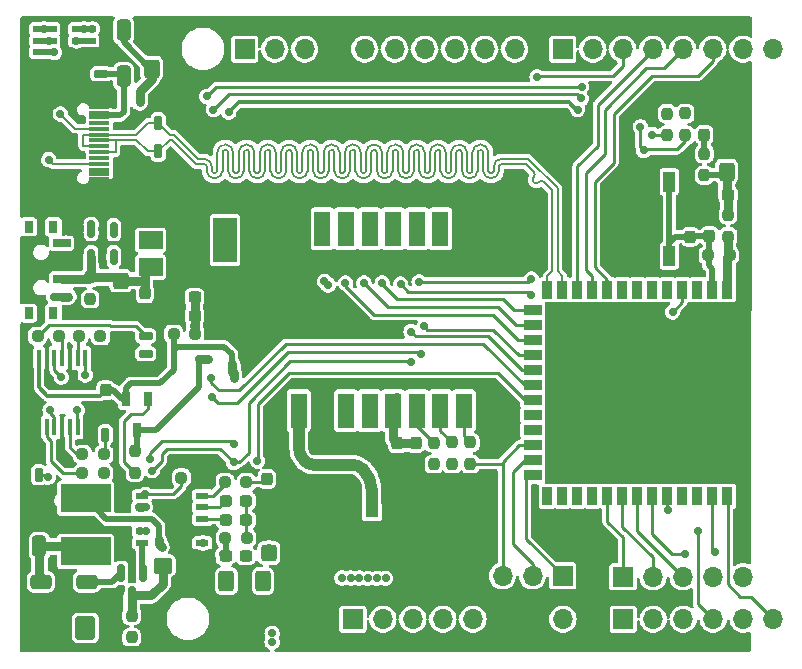
<source format=gbr>
%TF.GenerationSoftware,KiCad,Pcbnew,7.0.6*%
%TF.CreationDate,2024-02-07T19:17:41+08:00*%
%TF.ProjectId,PCB_Main_Board_ESP32S3_RFM95,5043425f-4d61-4696-9e5f-426f6172645f,rev?*%
%TF.SameCoordinates,Original*%
%TF.FileFunction,Copper,L1,Top*%
%TF.FilePolarity,Positive*%
%FSLAX46Y46*%
G04 Gerber Fmt 4.6, Leading zero omitted, Abs format (unit mm)*
G04 Created by KiCad (PCBNEW 7.0.6) date 2024-02-07 19:17:41*
%MOMM*%
%LPD*%
G01*
G04 APERTURE LIST*
G04 Aperture macros list*
%AMRoundRect*
0 Rectangle with rounded corners*
0 $1 Rounding radius*
0 $2 $3 $4 $5 $6 $7 $8 $9 X,Y pos of 4 corners*
0 Add a 4 corners polygon primitive as box body*
4,1,4,$2,$3,$4,$5,$6,$7,$8,$9,$2,$3,0*
0 Add four circle primitives for the rounded corners*
1,1,$1+$1,$2,$3*
1,1,$1+$1,$4,$5*
1,1,$1+$1,$6,$7*
1,1,$1+$1,$8,$9*
0 Add four rect primitives between the rounded corners*
20,1,$1+$1,$2,$3,$4,$5,0*
20,1,$1+$1,$4,$5,$6,$7,0*
20,1,$1+$1,$6,$7,$8,$9,0*
20,1,$1+$1,$8,$9,$2,$3,0*%
G04 Aperture macros list end*
%TA.AperFunction,SMDPad,CuDef*%
%ADD10RoundRect,0.237500X-0.287500X-0.237500X0.287500X-0.237500X0.287500X0.237500X-0.287500X0.237500X0*%
%TD*%
%TA.AperFunction,ComponentPad*%
%ADD11RoundRect,0.250000X0.600000X0.750000X-0.600000X0.750000X-0.600000X-0.750000X0.600000X-0.750000X0*%
%TD*%
%TA.AperFunction,ComponentPad*%
%ADD12O,1.700000X2.000000*%
%TD*%
%TA.AperFunction,SMDPad,CuDef*%
%ADD13RoundRect,0.237500X-0.250000X-0.237500X0.250000X-0.237500X0.250000X0.237500X-0.250000X0.237500X0*%
%TD*%
%TA.AperFunction,SMDPad,CuDef*%
%ADD14RoundRect,0.250000X-0.537500X-0.425000X0.537500X-0.425000X0.537500X0.425000X-0.537500X0.425000X0*%
%TD*%
%TA.AperFunction,SMDPad,CuDef*%
%ADD15RoundRect,0.237500X-0.237500X0.250000X-0.237500X-0.250000X0.237500X-0.250000X0.237500X0.250000X0*%
%TD*%
%TA.AperFunction,SMDPad,CuDef*%
%ADD16RoundRect,0.237500X0.237500X-0.300000X0.237500X0.300000X-0.237500X0.300000X-0.237500X-0.300000X0*%
%TD*%
%TA.AperFunction,SMDPad,CuDef*%
%ADD17R,2.000000X1.500000*%
%TD*%
%TA.AperFunction,SMDPad,CuDef*%
%ADD18R,2.000000X3.800000*%
%TD*%
%TA.AperFunction,SMDPad,CuDef*%
%ADD19RoundRect,0.237500X0.250000X0.237500X-0.250000X0.237500X-0.250000X-0.237500X0.250000X-0.237500X0*%
%TD*%
%TA.AperFunction,SMDPad,CuDef*%
%ADD20RoundRect,0.175000X0.175000X-0.425000X0.175000X0.425000X-0.175000X0.425000X-0.175000X-0.425000X0*%
%TD*%
%TA.AperFunction,SMDPad,CuDef*%
%ADD21R,1.740000X0.300000*%
%TD*%
%TA.AperFunction,ComponentPad*%
%ADD22O,2.000000X1.000000*%
%TD*%
%TA.AperFunction,ComponentPad*%
%ADD23O,1.800000X0.900000*%
%TD*%
%TA.AperFunction,SMDPad,CuDef*%
%ADD24RoundRect,0.237500X-0.300000X-0.237500X0.300000X-0.237500X0.300000X0.237500X-0.300000X0.237500X0*%
%TD*%
%TA.AperFunction,ComponentPad*%
%ADD25R,1.700000X1.700000*%
%TD*%
%TA.AperFunction,ComponentPad*%
%ADD26O,1.700000X1.700000*%
%TD*%
%TA.AperFunction,SMDPad,CuDef*%
%ADD27RoundRect,0.300000X0.300000X-0.600000X0.300000X0.600000X-0.300000X0.600000X-0.300000X-0.600000X0*%
%TD*%
%TA.AperFunction,SMDPad,CuDef*%
%ADD28RoundRect,0.250000X0.425000X-0.450000X0.425000X0.450000X-0.425000X0.450000X-0.425000X-0.450000X0*%
%TD*%
%TA.AperFunction,SMDPad,CuDef*%
%ADD29RoundRect,0.175000X-0.175000X0.425000X-0.175000X-0.425000X0.175000X-0.425000X0.175000X0.425000X0*%
%TD*%
%TA.AperFunction,SMDPad,CuDef*%
%ADD30RoundRect,0.237500X0.237500X-0.250000X0.237500X0.250000X-0.237500X0.250000X-0.237500X-0.250000X0*%
%TD*%
%TA.AperFunction,SMDPad,CuDef*%
%ADD31R,1.500000X0.700000*%
%TD*%
%TA.AperFunction,SMDPad,CuDef*%
%ADD32R,0.800000X1.000000*%
%TD*%
%TA.AperFunction,SMDPad,CuDef*%
%ADD33RoundRect,0.175000X0.425000X0.175000X-0.425000X0.175000X-0.425000X-0.175000X0.425000X-0.175000X0*%
%TD*%
%TA.AperFunction,SMDPad,CuDef*%
%ADD34RoundRect,0.300000X-0.600000X-0.300000X0.600000X-0.300000X0.600000X0.300000X-0.600000X0.300000X0*%
%TD*%
%TA.AperFunction,SMDPad,CuDef*%
%ADD35RoundRect,0.150000X-0.150000X0.587500X-0.150000X-0.587500X0.150000X-0.587500X0.150000X0.587500X0*%
%TD*%
%TA.AperFunction,SMDPad,CuDef*%
%ADD36R,1.100000X2.250000*%
%TD*%
%TA.AperFunction,SMDPad,CuDef*%
%ADD37R,1.050000X1.100000*%
%TD*%
%TA.AperFunction,SMDPad,CuDef*%
%ADD38R,1.100000X0.510000*%
%TD*%
%TA.AperFunction,SMDPad,CuDef*%
%ADD39R,0.355600X1.473200*%
%TD*%
%TA.AperFunction,SMDPad,CuDef*%
%ADD40RoundRect,0.250000X0.400000X0.625000X-0.400000X0.625000X-0.400000X-0.625000X0.400000X-0.625000X0*%
%TD*%
%TA.AperFunction,SMDPad,CuDef*%
%ADD41RoundRect,0.250000X-0.425000X0.450000X-0.425000X-0.450000X0.425000X-0.450000X0.425000X0.450000X0*%
%TD*%
%TA.AperFunction,SMDPad,CuDef*%
%ADD42R,4.200000X2.400000*%
%TD*%
%TA.AperFunction,SMDPad,CuDef*%
%ADD43RoundRect,0.150000X0.150000X-0.512500X0.150000X0.512500X-0.150000X0.512500X-0.150000X-0.512500X0*%
%TD*%
%TA.AperFunction,SMDPad,CuDef*%
%ADD44RoundRect,0.250000X0.425000X-0.537500X0.425000X0.537500X-0.425000X0.537500X-0.425000X-0.537500X0*%
%TD*%
%TA.AperFunction,SMDPad,CuDef*%
%ADD45RoundRect,0.300000X-0.300000X0.600000X-0.300000X-0.600000X0.300000X-0.600000X0.300000X0.600000X0*%
%TD*%
%TA.AperFunction,SMDPad,CuDef*%
%ADD46R,2.000000X0.500000*%
%TD*%
%TA.AperFunction,SMDPad,CuDef*%
%ADD47RoundRect,0.237500X-0.237500X0.300000X-0.237500X-0.300000X0.237500X-0.300000X0.237500X0.300000X0*%
%TD*%
%TA.AperFunction,SMDPad,CuDef*%
%ADD48RoundRect,0.237500X-0.237500X0.287500X-0.237500X-0.287500X0.237500X-0.287500X0.237500X0.287500X0*%
%TD*%
%TA.AperFunction,SMDPad,CuDef*%
%ADD49R,0.900000X1.500000*%
%TD*%
%TA.AperFunction,SMDPad,CuDef*%
%ADD50R,1.500000X0.900000*%
%TD*%
%TA.AperFunction,SMDPad,CuDef*%
%ADD51R,0.900000X0.900000*%
%TD*%
%TA.AperFunction,SMDPad,CuDef*%
%ADD52R,0.650000X1.220000*%
%TD*%
%TA.AperFunction,SMDPad,CuDef*%
%ADD53R,1.400000X3.000000*%
%TD*%
%TA.AperFunction,SMDPad,CuDef*%
%ADD54R,1.000000X1.700000*%
%TD*%
%TA.AperFunction,ViaPad*%
%ADD55C,0.700000*%
%TD*%
%TA.AperFunction,ViaPad*%
%ADD56C,0.600000*%
%TD*%
%TA.AperFunction,Conductor*%
%ADD57C,0.500000*%
%TD*%
%TA.AperFunction,Conductor*%
%ADD58C,0.300000*%
%TD*%
%TA.AperFunction,Conductor*%
%ADD59C,0.250000*%
%TD*%
%TA.AperFunction,Conductor*%
%ADD60C,0.800000*%
%TD*%
%TA.AperFunction,Conductor*%
%ADD61C,0.200000*%
%TD*%
%TA.AperFunction,Conductor*%
%ADD62C,1.000000*%
%TD*%
G04 APERTURE END LIST*
D10*
%TO.P,D1,1,K*%
%TO.N,Net-(D1-K)*%
X56937500Y-98340000D03*
%TO.P,D1,2,A*%
%TO.N,Net-(D1-A)*%
X58687500Y-98340000D03*
%TD*%
D11*
%TO.P,J1,1,Pin_1*%
%TO.N,Net-(J1-Pin_1)*%
X45050000Y-109100000D03*
D12*
%TO.P,J1,2,Pin_2*%
%TO.N,GND*%
X42550000Y-109100000D03*
%TD*%
D10*
%TO.P,D3,1,K*%
%TO.N,Net-(D3-K)*%
X56937500Y-99965000D03*
%TO.P,D3,2,A*%
%TO.N,Net-(D1-A)*%
X58687500Y-99965000D03*
%TD*%
D13*
%TO.P,R2,1*%
%TO.N,Net-(U1-MPPT)*%
X53187500Y-96365000D03*
%TO.P,R2,2*%
%TO.N,GND*%
X55012500Y-96365000D03*
%TD*%
D14*
%TO.P,C1,1*%
%TO.N,/VBUS*%
X51612500Y-103815000D03*
%TO.P,C1,2*%
%TO.N,GND*%
X54487500Y-103815000D03*
%TD*%
D15*
%TO.P,R7,1*%
%TO.N,Net-(U2-DIO1)*%
X76100000Y-93395000D03*
%TO.P,R7,2*%
%TO.N,/ESP32S3_Minsys/IO48*%
X76100000Y-95220000D03*
%TD*%
D16*
%TO.P,C7,1*%
%TO.N,GND*%
X71470000Y-95200000D03*
%TO.P,C7,2*%
%TO.N,/ESP32S3_Minsys/3V3*%
X71470000Y-93475000D03*
%TD*%
D17*
%TO.P,U7,1,ADJ*%
%TO.N,GND*%
X50585000Y-73960000D03*
%TO.P,U7,2,VO*%
%TO.N,/ESP32S3_Minsys/3V3*%
X50585000Y-76260000D03*
D18*
X56885000Y-76260000D03*
D17*
%TO.P,U7,3,VI*%
%TO.N,/VIN*%
X50585000Y-78560000D03*
%TD*%
D19*
%TO.P,R4,1*%
%TO.N,Net-(C4-Pad1)*%
X58700000Y-96740000D03*
%TO.P,R4,2*%
%TO.N,Net-(U1-COM)*%
X56875000Y-96740000D03*
%TD*%
D16*
%TO.P,C6,1*%
%TO.N,GND*%
X73010000Y-95190000D03*
%TO.P,C6,2*%
%TO.N,/ESP32S3_Minsys/3V3*%
X73010000Y-93465000D03*
%TD*%
%TO.P,C8,1*%
%TO.N,/ESP32S3_Minsys/CHIP_PU*%
X96260000Y-75972500D03*
%TO.P,C8,2*%
%TO.N,GND*%
X96260000Y-74247500D03*
%TD*%
D20*
%TO.P,D16,1,A1*%
%TO.N,GND*%
X41100000Y-94130000D03*
%TO.P,D16,2,A2*%
%TO.N,/ESP32S3_Minsys/IO11{slash}D11{slash}ESP_MOSI*%
X41100000Y-96130000D03*
%TD*%
D21*
%TO.P,J2,A1,GND_A*%
%TO.N,GND*%
X46250000Y-64725000D03*
%TO.P,J2,A4,VBUS_A*%
%TO.N,/VBUS*%
X46250000Y-65525000D03*
%TO.P,J2,A5,CC1*%
%TO.N,Net-(J2-CC1)*%
X46250000Y-66825000D03*
%TO.P,J2,A6,DP1*%
%TO.N,/U1_P*%
X46250000Y-67825000D03*
%TO.P,J2,A7,DN1*%
%TO.N,/U1_N*%
X46250000Y-68325000D03*
%TO.P,J2,A8,SBU1*%
%TO.N,unconnected-(J2-SBU1-PadA8)*%
X46250000Y-69325000D03*
%TO.P,J2,A9,VBUS_A*%
%TO.N,/VBUS*%
X46250000Y-70625000D03*
%TO.P,J2,A12,GND_A*%
%TO.N,GND*%
X46250000Y-71425000D03*
%TO.P,J2,B1,GND_B*%
X46250000Y-71125000D03*
%TO.P,J2,B4,VBUS_B*%
%TO.N,/VBUS*%
X46250000Y-70325000D03*
%TO.P,J2,B5,CC2*%
%TO.N,Net-(J2-CC2)*%
X46250000Y-69825000D03*
%TO.P,J2,B6,DP2*%
%TO.N,/U1_P*%
X46250000Y-68825000D03*
%TO.P,J2,B7,DN2*%
%TO.N,/U1_N*%
X46250000Y-67325000D03*
%TO.P,J2,B8,SBU2*%
%TO.N,unconnected-(J2-SBU2-PadB8)*%
X46250000Y-66325000D03*
%TO.P,J2,B9,VBUS_B*%
%TO.N,/VBUS*%
X46250000Y-65825000D03*
%TO.P,J2,B12,GND_B*%
%TO.N,GND*%
X46250000Y-65025000D03*
D22*
%TO.P,J2,S1,SHELL_GND*%
X45360000Y-63750000D03*
%TO.P,J2,S2,SHELL_GND*%
X45360000Y-72400000D03*
D23*
%TO.P,J2,S3,SHELL_GND*%
X41180000Y-63750000D03*
%TO.P,J2,S4,SHELL_GND*%
X41180000Y-72400000D03*
%TD*%
D24*
%TO.P,C20,1*%
%TO.N,GND*%
X52575000Y-82652500D03*
%TO.P,C20,2*%
%TO.N,/ESP32S3_Minsys/3V3*%
X54300000Y-82652500D03*
%TD*%
D13*
%TO.P,R20,1*%
%TO.N,Net-(U6-1A)*%
X44787500Y-96000000D03*
%TO.P,R20,2*%
%TO.N,/ESP32S3_Minsys/IO11{slash}D11{slash}ESP_MOSI*%
X46612500Y-96000000D03*
%TD*%
D25*
%TO.P,J5,1,Pin_1*%
%TO.N,/ESP32S3_Minsys/IO16{slash}A0*%
X90590000Y-108350000D03*
D26*
%TO.P,J5,2,Pin_2*%
%TO.N,/ESP32S3_Minsys/IO15{slash}A1*%
X93130000Y-108350000D03*
%TO.P,J5,3,Pin_3*%
%TO.N,/ESP32S3_Minsys/IO7{slash}A2*%
X95670000Y-108350000D03*
%TO.P,J5,4,Pin_4*%
%TO.N,/ESP32S3_Minsys/IO6{slash}A3*%
X98210000Y-108350000D03*
%TO.P,J5,5,Pin_5*%
%TO.N,/ESP32S3_Minsys/IO5{slash}A4*%
X100750000Y-108350000D03*
%TO.P,J5,6,Pin_6*%
%TO.N,/ESP32S3_Minsys/IO4{slash}A5*%
X103290000Y-108350000D03*
%TD*%
D27*
%TO.P,D8,1,K*%
%TO.N,Net-(D7-K)*%
X41162500Y-102190000D03*
%TO.P,D8,2,A*%
%TO.N,GND*%
X41162500Y-98290000D03*
%TD*%
D28*
%TO.P,C5,1*%
%TO.N,/VBAT*%
X60600000Y-102740000D03*
%TO.P,C5,2*%
%TO.N,GND*%
X60600000Y-100040000D03*
%TD*%
D15*
%TO.P,R29,1*%
%TO.N,/ESP32S3_Minsys/3V3*%
X49250000Y-94127500D03*
%TO.P,R29,2*%
%TO.N,/ESP32S3_Minsys/SD_DET*%
X49250000Y-95952500D03*
%TD*%
D29*
%TO.P,D5,1,A1*%
%TO.N,GND*%
X51225000Y-70750000D03*
%TO.P,D5,2,A2*%
%TO.N,/U1_P*%
X51225000Y-68750000D03*
%TD*%
D20*
%TO.P,D6,1,A1*%
%TO.N,GND*%
X51225000Y-64350000D03*
%TO.P,D6,2,A2*%
%TO.N,/U1_N*%
X51225000Y-66350000D03*
%TD*%
D30*
%TO.P,R16,1*%
%TO.N,/ESP32S3_Minsys/ESP_TXD*%
X95850000Y-67365000D03*
%TO.P,R16,2*%
%TO.N,Net-(U5-TXD0)*%
X95850000Y-65540000D03*
%TD*%
D31*
%TO.P,S1,1*%
%TO.N,/5V*%
X43050000Y-76540000D03*
%TO.P,S1,2*%
%TO.N,/VIN*%
X43050000Y-79540000D03*
%TO.P,S1,3*%
%TO.N,/VBAT*%
X43050000Y-81040000D03*
D32*
%TO.P,S1,S1*%
%TO.N,N/C*%
X42350000Y-75140000D03*
%TO.P,S1,S2*%
X40250000Y-75140000D03*
%TO.P,S1,S3*%
X40250000Y-82440000D03*
%TO.P,S1,S4*%
X42350000Y-82440000D03*
%TD*%
D13*
%TO.P,R22,1*%
%TO.N,Net-(U6-3A)*%
X44507500Y-84410000D03*
%TO.P,R22,2*%
%TO.N,/ESP32S3_Minsys/IO10{slash}D10*%
X46332500Y-84410000D03*
%TD*%
D25*
%TO.P,J10,1,Pin_1*%
%TO.N,/ESP32S3_Minsys/IO45*%
X85460000Y-104690000D03*
D26*
%TO.P,J10,2,Pin_2*%
%TO.N,/ESP32S3_Minsys/IO48*%
X82920000Y-104690000D03*
%TO.P,J10,3,Pin_3*%
%TO.N,/ESP32S3_Minsys/IO47*%
X80380000Y-104690000D03*
%TD*%
D19*
%TO.P,R30,1*%
%TO.N,/ESP32S3_Minsys/3V3*%
X54350000Y-84202500D03*
%TO.P,R30,2*%
%TO.N,/ESP32S3_Minsys/SD_VCC*%
X52525000Y-84202500D03*
%TD*%
D33*
%TO.P,D2,1,A1*%
%TO.N,GND*%
X44375000Y-62175000D03*
%TO.P,D2,2,A2*%
%TO.N,/VBUS*%
X46375000Y-62175000D03*
%TD*%
D19*
%TO.P,R24,1*%
%TO.N,Net-(U6-4Y)*%
X42837500Y-84390000D03*
%TO.P,R24,2*%
%TO.N,/ESP32S3_Minsys/IO12{slash}D12{slash}ESP_MISO*%
X41012500Y-84390000D03*
%TD*%
D34*
%TO.P,D7,1,K*%
%TO.N,Net-(D7-K)*%
X41275000Y-105200000D03*
%TO.P,D7,2,A*%
%TO.N,Net-(D7-A)*%
X45175000Y-105200000D03*
%TD*%
D13*
%TO.P,R21,1*%
%TO.N,Net-(U6-2A)*%
X44807500Y-94390000D03*
%TO.P,R21,2*%
%TO.N,/ESP32S3_Minsys/IO13{slash}D13{slash}ESP_SCK*%
X46632500Y-94390000D03*
%TD*%
D25*
%TO.P,J6,1,Pin_1*%
%TO.N,unconnected-(J6-Pin_1-Pad1)*%
X67710000Y-108350000D03*
D26*
%TO.P,J6,2,Pin_2*%
%TO.N,unconnected-(J6-Pin_2-Pad2)*%
X70250000Y-108350000D03*
%TO.P,J6,3,Pin_3*%
%TO.N,unconnected-(J6-Pin_3-Pad3)*%
X72790000Y-108350000D03*
%TO.P,J6,4,Pin_4*%
%TO.N,/ESP32S3_Minsys/3V3*%
X75330000Y-108350000D03*
%TO.P,J6,5,Pin_5*%
%TO.N,/VIN*%
X77870000Y-108350000D03*
%TO.P,J6,6,Pin_6*%
%TO.N,GND*%
X80410000Y-108350000D03*
%TO.P,J6,7,Pin_7*%
X82950000Y-108350000D03*
%TO.P,J6,8,Pin_8*%
%TO.N,unconnected-(J6-Pin_8-Pad8)*%
X85490000Y-108350000D03*
%TD*%
D35*
%TO.P,Q1,1,B*%
%TO.N,Net-(Q1-B)*%
X49975000Y-104462500D03*
%TO.P,Q1,2,E*%
%TO.N,Net-(D7-A)*%
X48075000Y-104462500D03*
%TO.P,Q1,3,C*%
%TO.N,/VBUS*%
X49025000Y-106337500D03*
%TD*%
D24*
%TO.P,C21,1*%
%TO.N,GND*%
X52575000Y-81090000D03*
%TO.P,C21,2*%
%TO.N,/ESP32S3_Minsys/3V3*%
X54300000Y-81090000D03*
%TD*%
D15*
%TO.P,R6,1*%
%TO.N,Net-(U2-DIO0)*%
X74550000Y-93405000D03*
%TO.P,R6,2*%
%TO.N,/ESP32S3_Minsys/IO45*%
X74550000Y-95230000D03*
%TD*%
D36*
%TO.P,J4,1,GND*%
%TO.N,GND*%
X70785000Y-100770000D03*
%TO.P,J4,2,GND*%
X67835000Y-100770000D03*
D37*
%TO.P,J4,3,SIG*%
%TO.N,/ESP32S3_Minsys/ANT*%
X69310000Y-99220000D03*
%TD*%
D38*
%TO.P,U1,1,VG*%
%TO.N,Net-(U1-VG)*%
X54962500Y-101890000D03*
%TO.P,U1,2,GND*%
%TO.N,GND*%
X54962500Y-100890000D03*
%TO.P,U1,3,CHRG*%
%TO.N,Net-(D3-K)*%
X54962500Y-99890000D03*
%TO.P,U1,4,DONE*%
%TO.N,Net-(D1-K)*%
X54962500Y-98890000D03*
%TO.P,U1,5,COM*%
%TO.N,Net-(U1-COM)*%
X54962500Y-97890000D03*
%TO.P,U1,6,MPPT*%
%TO.N,Net-(U1-MPPT)*%
X49862500Y-97890000D03*
%TO.P,U1,7,BAT*%
%TO.N,/VBAT*%
X49862500Y-98890000D03*
%TO.P,U1,8,CSP*%
%TO.N,Net-(U1-CSP)*%
X49862500Y-99890000D03*
%TO.P,U1,9,VCC*%
%TO.N,/VBUS*%
X49862500Y-100890000D03*
%TO.P,U1,10,DRV*%
%TO.N,Net-(Q1-B)*%
X49862500Y-101890000D03*
%TD*%
D39*
%TO.P,U6,1,1~{OE}*%
%TO.N,GND*%
X41144200Y-92101000D03*
%TO.P,U6,2,1A*%
%TO.N,Net-(U6-1A)*%
X41804600Y-92101000D03*
%TO.P,U6,3,1Y*%
%TO.N,/ESP32S3_Minsys/SPI_MOSI*%
X42439600Y-92101000D03*
%TO.P,U6,4,2~{OE}*%
%TO.N,GND*%
X43100000Y-92101000D03*
%TO.P,U6,5,2A*%
%TO.N,Net-(U6-2A)*%
X43760400Y-92101000D03*
%TO.P,U6,6,2Y*%
%TO.N,/ESP32S3_Minsys/SPI_CLK*%
X44395400Y-92101000D03*
%TO.P,U6,7,GND*%
%TO.N,GND*%
X45055800Y-92101000D03*
%TO.P,U6,8,3Y*%
%TO.N,/ESP32S3_Minsys/SPI_CS*%
X45055800Y-86259000D03*
%TO.P,U6,9,3A*%
%TO.N,Net-(U6-3A)*%
X44395400Y-86259000D03*
%TO.P,U6,10,3~{OE}*%
%TO.N,GND*%
X43760400Y-86259000D03*
%TO.P,U6,11,4Y*%
%TO.N,Net-(U6-4Y)*%
X43100000Y-86259000D03*
%TO.P,U6,12,4A*%
%TO.N,/ESP32S3_Minsys/SPI_MISO*%
X42439600Y-86259000D03*
%TO.P,U6,13,4~{OE}*%
%TO.N,GND*%
X41804600Y-86259000D03*
%TO.P,U6,14,VCC*%
%TO.N,/ESP32S3_Minsys/SD_VCC*%
X41144200Y-86259000D03*
%TD*%
D24*
%TO.P,C3,1*%
%TO.N,/VBUS*%
X56925000Y-103015000D03*
%TO.P,C3,2*%
%TO.N,Net-(U1-VG)*%
X58650000Y-103015000D03*
%TD*%
D33*
%TO.P,D19,2,A2*%
%TO.N,/ESP32S3_Minsys/IO12{slash}D12{slash}ESP_MISO*%
X50150000Y-84350000D03*
%TO.P,D19,1,A1*%
%TO.N,GND*%
X48150000Y-84350000D03*
%TD*%
D40*
%TO.P,R5,1*%
%TO.N,/VBAT*%
X60100000Y-105140000D03*
%TO.P,R5,2*%
%TO.N,Net-(U1-CSP)*%
X57000000Y-105140000D03*
%TD*%
D30*
%TO.P,R28,1*%
%TO.N,/ESP32S3_Minsys/3V3*%
X97470000Y-70770000D03*
%TO.P,R28,2*%
%TO.N,Net-(D20-A)*%
X97470000Y-68945000D03*
%TD*%
D41*
%TO.P,C18,1*%
%TO.N,/VIN*%
X48050000Y-79690000D03*
%TO.P,C18,2*%
%TO.N,GND*%
X48050000Y-82390000D03*
%TD*%
D42*
%TO.P,L1,1,1*%
%TO.N,Net-(D7-K)*%
X45075000Y-102625000D03*
%TO.P,L1,2,2*%
%TO.N,Net-(U1-CSP)*%
X45075000Y-98125000D03*
%TD*%
D25*
%TO.P,J7,1,Pin_1*%
%TO.N,/ESP32S3_Minsys/IO16*%
X85480000Y-60100000D03*
D26*
%TO.P,J7,2,Pin_2*%
%TO.N,/ESP32S3_Minsys/IO15*%
X88020000Y-60100000D03*
%TO.P,J7,3,Pin_3*%
%TO.N,/ESP32S3_Minsys/IO3{slash}D5*%
X90560000Y-60100000D03*
%TO.P,J7,4,Pin_4*%
%TO.N,/ESP32S3_Minsys/IO8{slash}D4*%
X93100000Y-60100000D03*
%TO.P,J7,5,Pin_5*%
%TO.N,/ESP32S3_Minsys/IO18{slash}D3*%
X95640000Y-60100000D03*
%TO.P,J7,6,Pin_6*%
%TO.N,/ESP32S3_Minsys/IO17{slash}D2*%
X98180000Y-60100000D03*
%TO.P,J7,7,Pin_7*%
%TO.N,/ESP32S3_Minsys/ESP_TXD*%
X100720000Y-60100000D03*
%TO.P,J7,8,Pin_8*%
%TO.N,/ESP32S3_Minsys/ESP_RXD*%
X103260000Y-60100000D03*
%TD*%
D13*
%TO.P,R3,1*%
%TO.N,/VBUS*%
X56887500Y-101490000D03*
%TO.P,R3,2*%
%TO.N,Net-(D1-A)*%
X58712500Y-101490000D03*
%TD*%
D33*
%TO.P,D18,1,A1*%
%TO.N,GND*%
X48160000Y-85870000D03*
%TO.P,D18,2,A2*%
%TO.N,/ESP32S3_Minsys/IO10{slash}D10*%
X50160000Y-85870000D03*
%TD*%
D43*
%TO.P,IC1,1,VIN*%
%TO.N,/VIN*%
X45550000Y-77665000D03*
%TO.P,IC1,2,GND*%
%TO.N,GND*%
X46500000Y-77665000D03*
%TO.P,IC1,3,CE*%
%TO.N,Net-(IC1-CE)*%
X47450000Y-77665000D03*
%TO.P,IC1,4,NC*%
%TO.N,unconnected-(IC1-NC-Pad4)*%
X47450000Y-75390000D03*
%TO.P,IC1,5,VOUT*%
%TO.N,/ESP32S3_Minsys/3V3*%
X45550000Y-75390000D03*
%TD*%
D24*
%TO.P,C15,1*%
%TO.N,GND*%
X97767500Y-72450000D03*
%TO.P,C15,2*%
%TO.N,/ESP32S3_Minsys/3V3*%
X99492500Y-72450000D03*
%TD*%
D30*
%TO.P,R15,1*%
%TO.N,/ESP32S3_Minsys/ESP_RXD*%
X94300000Y-67375000D03*
%TO.P,R15,2*%
%TO.N,Net-(U5-RXD0)*%
X94300000Y-65550000D03*
%TD*%
%TO.P,R23,1*%
%TO.N,/ESP32S3_Minsys/ESP_3V3*%
X99480000Y-75962500D03*
%TO.P,R23,2*%
%TO.N,/ESP32S3_Minsys/3V3*%
X99480000Y-74137500D03*
%TD*%
D13*
%TO.P,R25,1*%
%TO.N,/ESP32S3_Minsys/CHIP_PU*%
X97777500Y-77550000D03*
%TO.P,R25,2*%
%TO.N,/ESP32S3_Minsys/ESP_3V3*%
X99602500Y-77550000D03*
%TD*%
D44*
%TO.P,C2,1*%
%TO.N,/5V*%
X50675000Y-61737500D03*
%TO.P,C2,2*%
%TO.N,GND*%
X50675000Y-58862500D03*
%TD*%
D30*
%TO.P,R27,1*%
%TO.N,Net-(IC1-CE)*%
X45475000Y-81252500D03*
%TO.P,R27,2*%
%TO.N,/VIN*%
X45475000Y-79427500D03*
%TD*%
D45*
%TO.P,D4,1,K*%
%TO.N,/5V*%
X48300000Y-58500000D03*
%TO.P,D4,2,A*%
%TO.N,/VBUS*%
X48300000Y-62400000D03*
%TD*%
D46*
%TO.P,J12,1,Pin_1*%
%TO.N,/ESP32S3_Minsys/CHIP_PU*%
X41625000Y-58375000D03*
%TO.P,J12,2,Pin_2*%
%TO.N,/ESP32S3_Minsys/3V3*%
X44925000Y-58375000D03*
%TO.P,J12,3,Pin_3*%
%TO.N,/ESP32S3_Minsys/ESP_TXD*%
X41625000Y-59375000D03*
%TO.P,J12,4,Pin_4*%
%TO.N,/ESP32S3_Minsys/GPIO_0*%
X44925000Y-59375000D03*
%TO.P,J12,5,Pin_5*%
%TO.N,/ESP32S3_Minsys/ESP_RXD*%
X41625000Y-60375000D03*
%TO.P,J12,6,Pin_6*%
%TO.N,GND*%
X44925000Y-60375000D03*
%TD*%
D47*
%TO.P,C22,1*%
%TO.N,GND*%
X46775000Y-87257500D03*
%TO.P,C22,2*%
%TO.N,/ESP32S3_Minsys/SD_VCC*%
X46775000Y-88982500D03*
%TD*%
D44*
%TO.P,C16,1*%
%TO.N,/ESP32S3_Minsys/3V3*%
X99360000Y-70457500D03*
%TO.P,C16,2*%
%TO.N,GND*%
X99360000Y-67582500D03*
%TD*%
D16*
%TO.P,C19,1*%
%TO.N,GND*%
X50085000Y-82502500D03*
%TO.P,C19,2*%
%TO.N,/VIN*%
X50085000Y-80777500D03*
%TD*%
D48*
%TO.P,D20,1,K*%
%TO.N,GND*%
X97460000Y-65585000D03*
%TO.P,D20,2,A*%
%TO.N,Net-(D20-A)*%
X97460000Y-67335000D03*
%TD*%
D49*
%TO.P,U5,1,GND*%
%TO.N,GND*%
X100690000Y-80450000D03*
%TO.P,U5,2,3V3*%
%TO.N,/ESP32S3_Minsys/ESP_3V3*%
X99420000Y-80450000D03*
%TO.P,U5,3,EN*%
%TO.N,/ESP32S3_Minsys/CHIP_PU*%
X98150000Y-80450000D03*
%TO.P,U5,4,IO4*%
%TO.N,/ESP32S3_Minsys/IO6{slash}A3*%
X96880000Y-80450000D03*
%TO.P,U5,5,IO5*%
%TO.N,/ESP32S3_Minsys/IO7{slash}A2*%
X95610000Y-80450000D03*
%TO.P,U5,6,IO6*%
%TO.N,/ESP32S3_Minsys/IO15{slash}A1*%
X94340000Y-80450000D03*
%TO.P,U5,7,IO7*%
%TO.N,/ESP32S3_Minsys/IO16{slash}A0*%
X93070000Y-80450000D03*
%TO.P,U5,8,IO15*%
%TO.N,/ESP32S3_Minsys/IO15*%
X91800000Y-80450000D03*
%TO.P,U5,9,IO16*%
%TO.N,/ESP32S3_Minsys/IO16*%
X90530000Y-80450000D03*
%TO.P,U5,10,IO17*%
%TO.N,/ESP32S3_Minsys/IO17{slash}D2*%
X89260000Y-80450000D03*
%TO.P,U5,11,IO18*%
%TO.N,/ESP32S3_Minsys/IO18{slash}D3*%
X87990000Y-80450000D03*
%TO.P,U5,12,IO8*%
%TO.N,/ESP32S3_Minsys/IO8{slash}D4*%
X86720000Y-80450000D03*
%TO.P,U5,13,IO19*%
%TO.N,/U1_N*%
X85450000Y-80450000D03*
%TO.P,U5,14,IO20*%
%TO.N,/U1_P*%
X84180000Y-80450000D03*
D50*
%TO.P,U5,15,IO3*%
%TO.N,/ESP32S3_Minsys/IO3{slash}D5*%
X82930000Y-82215000D03*
%TO.P,U5,16,IO46*%
%TO.N,/ESP32S3_Minsys/IO46{slash}D8*%
X82930000Y-83485000D03*
%TO.P,U5,17,IO9*%
%TO.N,/ESP32S3_Minsys/IO9{slash}D9*%
X82930000Y-84755000D03*
%TO.P,U5,18,IO10*%
%TO.N,/ESP32S3_Minsys/IO10{slash}D10*%
X82930000Y-86025000D03*
%TO.P,U5,19,IO11*%
%TO.N,/ESP32S3_Minsys/IO11{slash}D11{slash}ESP_MOSI*%
X82930000Y-87295000D03*
%TO.P,U5,20,IO12*%
%TO.N,/ESP32S3_Minsys/IO12{slash}D12{slash}ESP_MISO*%
X82930000Y-88565000D03*
%TO.P,U5,21,IO13*%
%TO.N,/ESP32S3_Minsys/IO13{slash}D13{slash}ESP_SCK*%
X82930000Y-89835000D03*
%TO.P,U5,22,IO14*%
%TO.N,/ESP32S3_Minsys/IO14{slash}D14{slash}ESP_I2C_SDA*%
X82930000Y-91105000D03*
%TO.P,U5,23,IO21*%
%TO.N,/ESP32S3_Minsys/IO15{slash}D15{slash}ESP_I2C_SCL*%
X82930000Y-92375000D03*
%TO.P,U5,24,IO47*%
%TO.N,/ESP32S3_Minsys/IO47*%
X82930000Y-93645000D03*
%TO.P,U5,25,IO48*%
%TO.N,/ESP32S3_Minsys/IO48*%
X82930000Y-94915000D03*
%TO.P,U5,26,IO45*%
%TO.N,/ESP32S3_Minsys/IO45*%
X82930000Y-96185000D03*
D49*
%TO.P,U5,27,IO0*%
%TO.N,/ESP32S3_Minsys/GPIO_0*%
X84180000Y-97950000D03*
%TO.P,U5,28,IO35*%
%TO.N,unconnected-(U5-IO35-Pad28)*%
X85450000Y-97950000D03*
%TO.P,U5,29,IO36*%
%TO.N,unconnected-(U5-IO36-Pad29)*%
X86720000Y-97950000D03*
%TO.P,U5,30,IO37*%
%TO.N,unconnected-(U5-IO37-Pad30)*%
X87990000Y-97950000D03*
%TO.P,U5,31,IO38*%
%TO.N,/ESP32S3_Minsys/GPIO_38*%
X89260000Y-97950000D03*
%TO.P,U5,32,IO39*%
%TO.N,/ESP32S3_Minsys/IO39*%
X90530000Y-97950000D03*
%TO.P,U5,33,IO40*%
%TO.N,/ESP32S3_Minsys/IO40*%
X91800000Y-97950000D03*
%TO.P,U5,34,IO41*%
%TO.N,/ESP32S3_Minsys/IO41*%
X93070000Y-97950000D03*
%TO.P,U5,35,IO42*%
%TO.N,/ESP32S3_Minsys/IO42*%
X94340000Y-97950000D03*
%TO.P,U5,36,RXD0*%
%TO.N,Net-(U5-RXD0)*%
X95610000Y-97950000D03*
%TO.P,U5,37,TXD0*%
%TO.N,Net-(U5-TXD0)*%
X96880000Y-97950000D03*
%TO.P,U5,38,IO2*%
%TO.N,/ESP32S3_Minsys/IO5{slash}A4*%
X98150000Y-97950000D03*
%TO.P,U5,39,IO1*%
%TO.N,/ESP32S3_Minsys/IO4{slash}A5*%
X99420000Y-97950000D03*
%TO.P,U5,40,GND*%
%TO.N,GND*%
X100690000Y-97950000D03*
D51*
%TO.P,U5,41_1,GND*%
X92970000Y-87700000D03*
%TO.P,U5,41_2,GND*%
X92970000Y-86300000D03*
%TO.P,U5,41_3,GND*%
X92970000Y-89100000D03*
%TO.P,U5,41_4,GND*%
X91570000Y-86300000D03*
%TO.P,U5,41_5,GND*%
X91570000Y-87700000D03*
%TO.P,U5,41_6,GND*%
X91570000Y-89100000D03*
%TO.P,U5,41_7,GND*%
X94370000Y-86300000D03*
%TO.P,U5,41_8,GND*%
X94370000Y-87700000D03*
%TO.P,U5,41_9,GND*%
X94370000Y-89100000D03*
%TD*%
D15*
%TO.P,R1,1*%
%TO.N,/VBUS*%
X48975000Y-108052500D03*
%TO.P,R1,2*%
%TO.N,Net-(U1-MPPT)*%
X48975000Y-109877500D03*
%TD*%
D47*
%TO.P,C4,1*%
%TO.N,Net-(C4-Pad1)*%
X60425000Y-96477500D03*
%TO.P,C4,2*%
%TO.N,GND*%
X60425000Y-98202500D03*
%TD*%
D52*
%TO.P,Q2,1,G*%
%TO.N,/ESP32S3_Minsys/SD_DET*%
X50375000Y-89705000D03*
%TO.P,Q2,2,D*%
%TO.N,/ESP32S3_Minsys/SD_VCC*%
X48475000Y-89705000D03*
%TO.P,Q2,3,S*%
%TO.N,/ESP32S3_Minsys/3V3*%
X49425000Y-92325000D03*
%TD*%
D25*
%TO.P,J9,1,Pin_1*%
%TO.N,/ESP32S3_Minsys/IO15{slash}D15{slash}ESP_I2C_SCL*%
X58540000Y-60100000D03*
D26*
%TO.P,J9,2,Pin_2*%
%TO.N,/ESP32S3_Minsys/IO14{slash}D14{slash}ESP_I2C_SDA*%
X61080000Y-60100000D03*
%TO.P,J9,3,Pin_3*%
%TO.N,unconnected-(J9-Pin_3-Pad3)*%
X63620000Y-60100000D03*
%TO.P,J9,4,Pin_4*%
%TO.N,GND*%
X66160000Y-60100000D03*
%TO.P,J9,5,Pin_5*%
%TO.N,/ESP32S3_Minsys/IO13{slash}D13{slash}ESP_SCK*%
X68700000Y-60100000D03*
%TO.P,J9,6,Pin_6*%
%TO.N,/ESP32S3_Minsys/IO12{slash}D12{slash}ESP_MISO*%
X71240000Y-60100000D03*
%TO.P,J9,7,Pin_7*%
%TO.N,/ESP32S3_Minsys/IO11{slash}D11{slash}ESP_MOSI*%
X73780000Y-60100000D03*
%TO.P,J9,8,Pin_8*%
%TO.N,/ESP32S3_Minsys/IO10{slash}D10*%
X76320000Y-60100000D03*
%TO.P,J9,9,Pin_9*%
%TO.N,/ESP32S3_Minsys/IO9{slash}D9*%
X78860000Y-60100000D03*
%TO.P,J9,10,Pin_10*%
%TO.N,/ESP32S3_Minsys/IO46{slash}D8*%
X81400000Y-60100000D03*
%TD*%
D25*
%TO.P,J11,1,Pin_1*%
%TO.N,/ESP32S3_Minsys/GPIO_38*%
X90580000Y-104760000D03*
D26*
%TO.P,J11,2,Pin_2*%
%TO.N,/ESP32S3_Minsys/IO39*%
X93120000Y-104760000D03*
%TO.P,J11,3,Pin_3*%
%TO.N,/ESP32S3_Minsys/IO40*%
X95660000Y-104760000D03*
%TO.P,J11,4,Pin_4*%
%TO.N,/ESP32S3_Minsys/IO41*%
X98200000Y-104760000D03*
%TO.P,J11,5,Pin_5*%
%TO.N,/ESP32S3_Minsys/IO42*%
X100740000Y-104760000D03*
%TD*%
D15*
%TO.P,R8,1*%
%TO.N,Net-(U2-DIO2)*%
X77660000Y-93395000D03*
%TO.P,R8,2*%
%TO.N,/ESP32S3_Minsys/IO47*%
X77660000Y-95220000D03*
%TD*%
D47*
%TO.P,C17,1*%
%TO.N,GND*%
X97900000Y-74197500D03*
%TO.P,C17,2*%
%TO.N,/ESP32S3_Minsys/CHIP_PU*%
X97900000Y-75922500D03*
%TD*%
D53*
%TO.P,U2,1,GND*%
%TO.N,GND*%
X77120000Y-75300000D03*
%TO.P,U2,2,MISO*%
%TO.N,Net-(U2-MISO)*%
X75120000Y-75300000D03*
%TO.P,U2,3,MOSI*%
%TO.N,Net-(U2-MOSI)*%
X73120000Y-75300000D03*
%TO.P,U2,4,SCK*%
%TO.N,Net-(U2-SCK)*%
X71120000Y-75300000D03*
%TO.P,U2,5,NSS*%
%TO.N,Net-(U2-NSS)*%
X69120000Y-75300000D03*
%TO.P,U2,6,RESET*%
%TO.N,/ESP32S3_Minsys/RST_RFM*%
X67120000Y-75300000D03*
%TO.P,U2,7,DIO5*%
%TO.N,unconnected-(U2-DIO5-Pad7)*%
X65120000Y-75300000D03*
%TO.P,U2,8,GND*%
%TO.N,GND*%
X63120000Y-75300000D03*
%TO.P,U2,9,ANT*%
%TO.N,/ESP32S3_Minsys/ANT*%
X63120000Y-90700000D03*
%TO.P,U2,10,GND*%
%TO.N,GND*%
X65120000Y-90700000D03*
%TO.P,U2,11,DIO3*%
%TO.N,unconnected-(U2-DIO3-Pad11)*%
X67120000Y-90700000D03*
%TO.P,U2,12,DIO4*%
%TO.N,unconnected-(U2-DIO4-Pad12)*%
X69120000Y-90700000D03*
%TO.P,U2,13,3.3V*%
%TO.N,/ESP32S3_Minsys/3V3*%
X71120000Y-90700000D03*
%TO.P,U2,14,DIO0*%
%TO.N,Net-(U2-DIO0)*%
X73120000Y-90700000D03*
%TO.P,U2,15,DIO1*%
%TO.N,Net-(U2-DIO1)*%
X75120000Y-90700000D03*
%TO.P,U2,16,DIO2*%
%TO.N,Net-(U2-DIO2)*%
X77120000Y-90700000D03*
%TD*%
D54*
%TO.P,S2,1*%
%TO.N,GND*%
X90680000Y-77602500D03*
%TO.P,S2,2*%
X90680000Y-71302500D03*
%TO.P,S2,3*%
%TO.N,/ESP32S3_Minsys/CHIP_PU*%
X94480000Y-77602500D03*
%TO.P,S2,4*%
X94480000Y-71302500D03*
%TD*%
D20*
%TO.P,D17,1,A1*%
%TO.N,GND*%
X46750000Y-90730000D03*
%TO.P,D17,2,A2*%
%TO.N,/ESP32S3_Minsys/IO13{slash}D13{slash}ESP_SCK*%
X46750000Y-92730000D03*
%TD*%
D55*
%TO.N,GND*%
X46620000Y-87320000D03*
X46570000Y-86570000D03*
X46290000Y-85920000D03*
X49270000Y-86980000D03*
%TO.N,/ESP32S3_Minsys/IO10{slash}D10*%
X50160000Y-85870000D03*
%TO.N,/ESP32S3_Minsys/IO12{slash}D12{slash}ESP_MISO*%
X50150000Y-84350000D03*
%TO.N,/VIN*%
X50275000Y-78190000D03*
X68250000Y-104865000D03*
X69750000Y-104890000D03*
X51000000Y-78890000D03*
X70475000Y-104890000D03*
X67525000Y-104865000D03*
X50250000Y-78890000D03*
X69000000Y-104890000D03*
X66775000Y-104865000D03*
X51000000Y-78190000D03*
%TO.N,GND*%
X85875000Y-93940000D03*
X68175000Y-58015000D03*
X86975000Y-58090000D03*
X90710000Y-75030000D03*
X83000000Y-75890000D03*
X65000000Y-58040000D03*
X85875000Y-91740000D03*
X50750000Y-58165000D03*
X89350000Y-58090000D03*
X55375000Y-73250000D03*
X99000000Y-83915000D03*
X63550000Y-58040000D03*
X53150000Y-73225000D03*
X87600000Y-108890000D03*
X60450000Y-58040000D03*
X90710000Y-74305000D03*
X48840000Y-86540000D03*
X55475000Y-96890000D03*
X85075000Y-92465000D03*
X85790000Y-85330000D03*
X62275000Y-110040000D03*
X85790000Y-86055000D03*
X65650000Y-67025000D03*
X88400000Y-110365000D03*
X62275000Y-109315000D03*
X66475000Y-72300000D03*
X64925000Y-67025000D03*
X67150000Y-67050000D03*
X99800000Y-83915000D03*
X84990000Y-86780000D03*
X48360000Y-69575000D03*
X98720000Y-65320000D03*
X85875000Y-93190000D03*
X83075000Y-66940000D03*
X83000000Y-74415000D03*
X99800000Y-84665000D03*
X54650000Y-73250000D03*
X99725000Y-92740000D03*
X99520000Y-64965000D03*
X53875000Y-73225000D03*
X44250000Y-88390000D03*
X51475000Y-58165000D03*
X51170000Y-64790000D03*
X99725000Y-93465000D03*
X53125000Y-72450000D03*
X54625000Y-72475000D03*
X45175000Y-93215000D03*
X41400000Y-99090000D03*
X83075000Y-67665000D03*
X61900000Y-58040000D03*
X48360000Y-70300000D03*
X83000000Y-73690000D03*
X63075000Y-109315000D03*
X54800000Y-68075000D03*
X52550000Y-100880000D03*
X52700000Y-101550000D03*
X98925000Y-94215000D03*
X90710000Y-72830000D03*
X43675000Y-88640000D03*
X89275000Y-74290000D03*
X99725000Y-92015000D03*
X50025000Y-58165000D03*
X88400000Y-109615000D03*
X67200000Y-72300000D03*
X88625000Y-58090000D03*
X85790000Y-86780000D03*
X91050000Y-58065000D03*
X89275000Y-72815000D03*
X87600000Y-108165000D03*
X52630000Y-66280000D03*
X44025000Y-87690000D03*
X85525000Y-58090000D03*
X43000000Y-94265000D03*
X90075000Y-58090000D03*
X89275000Y-73565000D03*
X98925000Y-92015000D03*
X99800000Y-83190000D03*
X89275000Y-75015000D03*
X99000000Y-83190000D03*
X66725000Y-58015000D03*
X65975000Y-58015000D03*
X85875000Y-92465000D03*
X41125000Y-93865000D03*
X85075000Y-93190000D03*
X86250000Y-58090000D03*
X99000000Y-82465000D03*
X41125000Y-94540000D03*
X45775000Y-93490000D03*
X53430000Y-101590000D03*
X62800000Y-58040000D03*
X99800000Y-82465000D03*
X41400000Y-97740000D03*
X99000000Y-84665000D03*
X60175000Y-67150000D03*
X53850000Y-72450000D03*
X61075000Y-67125000D03*
X88400000Y-108890000D03*
X87875000Y-58090000D03*
X85075000Y-91740000D03*
X90710000Y-73580000D03*
X61175000Y-58040000D03*
X55350000Y-72475000D03*
X83000000Y-75140000D03*
X93250000Y-58065000D03*
X64975000Y-72275000D03*
X99520000Y-65690000D03*
X67450000Y-58015000D03*
X99725000Y-94215000D03*
X98925000Y-92740000D03*
X98925000Y-93465000D03*
X43450000Y-94890000D03*
X66425000Y-67050000D03*
X54100000Y-67450000D03*
X65700000Y-72275000D03*
X88400000Y-108165000D03*
X63075000Y-110040000D03*
X84990000Y-87530000D03*
X54825000Y-96620000D03*
X92525000Y-58065000D03*
X84775000Y-58090000D03*
X85790000Y-87530000D03*
X85075000Y-93940000D03*
X91800000Y-58065000D03*
X59700000Y-58040000D03*
X87600000Y-109615000D03*
X42975000Y-93515000D03*
X84990000Y-85330000D03*
X53425000Y-100890000D03*
X87600000Y-110365000D03*
X84990000Y-86055000D03*
X64275000Y-58040000D03*
X41400000Y-98415000D03*
%TO.N,/ESP32S3_Minsys/SD_VCC*%
X57625000Y-87965000D03*
X57500000Y-87390000D03*
X57450000Y-86790000D03*
%TO.N,/VBAT*%
X42375000Y-81040000D03*
X60400000Y-104615000D03*
X60600000Y-103090000D03*
X49600000Y-98890000D03*
X60875000Y-110290000D03*
X43625000Y-81040000D03*
X60600000Y-102340000D03*
X50150000Y-98890000D03*
X42975000Y-81040000D03*
X60400000Y-105340000D03*
X60875000Y-109565000D03*
%TO.N,/5V*%
X42725000Y-76515000D03*
X49650000Y-64075000D03*
X49650000Y-64600000D03*
X49775000Y-63525000D03*
X43450000Y-76515000D03*
%TO.N,/ESP32S3_Minsys/SD_DET*%
X49231450Y-95971050D03*
%TO.N,/VBUS*%
X52000000Y-103875000D03*
X49000000Y-107025000D03*
X49675000Y-100875000D03*
X57125000Y-103165000D03*
D56*
X46560000Y-70475000D03*
D55*
X50150000Y-100890000D03*
X49025000Y-106337500D03*
X51300497Y-103875000D03*
D56*
X46600000Y-65670000D03*
X45940000Y-70470000D03*
D55*
X56700000Y-102865000D03*
D56*
X45990000Y-65675000D03*
D55*
%TO.N,/ESP32S3_Minsys/3V3*%
X45550000Y-74940000D03*
X65300000Y-79750000D03*
X45650000Y-58375000D03*
X71450000Y-90970000D03*
X57275000Y-75990000D03*
X70830000Y-90980000D03*
X99500000Y-73340000D03*
X99375000Y-71640000D03*
X70850000Y-90320000D03*
X49975000Y-76640000D03*
X71450000Y-89580000D03*
X97470000Y-70720000D03*
X50750000Y-76640000D03*
X99500000Y-74190000D03*
X71460000Y-90340000D03*
X44925000Y-58375000D03*
X55425000Y-86340000D03*
X98900000Y-70740000D03*
X54275000Y-83515000D03*
X54275000Y-82815000D03*
X99075000Y-70040000D03*
X99475000Y-72465000D03*
X54275000Y-84215000D03*
X45550000Y-75615000D03*
X50750000Y-75890000D03*
X56425000Y-75190000D03*
X57250000Y-75190000D03*
X56425000Y-76015000D03*
X49975000Y-75890000D03*
X70830000Y-89590000D03*
X56425000Y-76840000D03*
X99625000Y-70740000D03*
X65610000Y-80050000D03*
X54700000Y-86315000D03*
X57275000Y-76815000D03*
%TO.N,/ESP32S3_Minsys/SPI_CS*%
X45050000Y-87690000D03*
%TO.N,/ESP32S3_Minsys/SPI_MOSI*%
X42075000Y-90650000D03*
%TO.N,/ESP32S3_Minsys/SPI_CLK*%
X44350000Y-90640000D03*
%TO.N,/ESP32S3_Minsys/IO16{slash}A0*%
X93050000Y-80390000D03*
%TO.N,/ESP32S3_Minsys/IO15{slash}A1*%
X94350000Y-80415000D03*
%TO.N,/ESP32S3_Minsys/IO7{slash}A2*%
X94775000Y-82340000D03*
%TO.N,/ESP32S3_Minsys/IO6{slash}A3*%
X96880000Y-80450000D03*
X96925000Y-100865000D03*
%TO.N,/ESP32S3_Minsys/IO5{slash}A4*%
X98325000Y-102690000D03*
%TO.N,/ESP32S3_Minsys/IO3{slash}D5*%
X70190000Y-79892500D03*
X83300000Y-62440000D03*
X82925000Y-82190000D03*
%TO.N,/ESP32S3_Minsys/IO8{slash}D4*%
X73320000Y-79820000D03*
X86720000Y-80450000D03*
X82830000Y-79560000D03*
%TO.N,/ESP32S3_Minsys/IO18{slash}D3*%
X87990000Y-80450000D03*
X82799500Y-80940000D03*
X71750000Y-79980000D03*
%TO.N,/ESP32S3_Minsys/IO15{slash}D15{slash}ESP_I2C_SCL*%
X82930000Y-92375000D03*
%TO.N,/ESP32S3_Minsys/IO14{slash}D14{slash}ESP_I2C_SDA*%
X82930000Y-91105000D03*
%TO.N,/ESP32S3_Minsys/IO13{slash}D13{slash}ESP_SCK*%
X57612500Y-93515000D03*
X50500000Y-94765000D03*
X46691250Y-94331250D03*
X59620000Y-94960000D03*
X82930000Y-89835000D03*
%TO.N,/ESP32S3_Minsys/IO12{slash}D12{slash}ESP_MISO*%
X82930000Y-88565000D03*
X55725000Y-87965000D03*
%TO.N,/ESP32S3_Minsys/IO11{slash}D11{slash}ESP_MOSI*%
X72630000Y-84010000D03*
X57600000Y-95090000D03*
X46612500Y-96000000D03*
X72630000Y-86580000D03*
X41900000Y-96340000D03*
X50700000Y-95790000D03*
X82930000Y-87295000D03*
%TO.N,/ESP32S3_Minsys/IO10{slash}D10*%
X73745000Y-83565000D03*
X82930000Y-86025000D03*
X73510000Y-85940000D03*
X46450000Y-84415000D03*
X55750000Y-89565000D03*
%TO.N,/ESP32S3_Minsys/IO9{slash}D9*%
X67080000Y-79892500D03*
X82930000Y-84755000D03*
%TO.N,/ESP32S3_Minsys/IO46{slash}D8*%
X82930000Y-83485000D03*
X68640000Y-79895000D03*
%TO.N,/ESP32S3_Minsys/IO41*%
X95800000Y-102815000D03*
%TO.N,/ESP32S3_Minsys/IO42*%
X94400000Y-99140000D03*
%TO.N,/ESP32S3_Minsys/IO48*%
X76120000Y-95220000D03*
X82930000Y-94915000D03*
%TO.N,/ESP32S3_Minsys/IO45*%
X82930000Y-96185000D03*
X74560000Y-95260000D03*
%TO.N,/ESP32S3_Minsys/SPI_MISO*%
X43025000Y-87865000D03*
%TO.N,/ESP32S3_Minsys/IO15*%
X91725000Y-80450000D03*
%TO.N,/ESP32S3_Minsys/IO16*%
X90475000Y-80550000D03*
%TO.N,/ESP32S3_Minsys/CHIP_PU*%
X94480000Y-71302500D03*
X41550000Y-58375000D03*
X86725000Y-65215000D03*
X57200000Y-65425000D03*
%TO.N,/ESP32S3_Minsys/GPIO_0*%
X44300000Y-59400000D03*
X84200000Y-97965000D03*
%TO.N,/ESP32S3_Minsys/ESP_RXD*%
X42425000Y-60375000D03*
X93050000Y-67325000D03*
X87075000Y-63290000D03*
X55350000Y-64100000D03*
%TO.N,/ESP32S3_Minsys/ESP_TXD*%
X92325000Y-68665000D03*
X87050000Y-64265000D03*
X55900000Y-65225000D03*
X42000000Y-59400000D03*
X92050000Y-66665000D03*
%TO.N,Net-(U1-VG)*%
X58600000Y-102990000D03*
X55025000Y-101915000D03*
%TO.N,Net-(IC1-CE)*%
X47450000Y-77665000D03*
X45500000Y-81265000D03*
%TO.N,Net-(J2-CC1)*%
X42937500Y-65575000D03*
%TO.N,Net-(U1-CSP)*%
X57000000Y-105125000D03*
X51275000Y-101680000D03*
X51505000Y-102245000D03*
X57000000Y-104600000D03*
%TO.N,Net-(U1-MPPT)*%
X50137500Y-97777500D03*
X49000000Y-109940000D03*
%TO.N,Net-(U5-RXD0)*%
X95610000Y-97950000D03*
X94350000Y-65740000D03*
%TO.N,Net-(U5-TXD0)*%
X95825000Y-65640000D03*
X96880000Y-97950000D03*
%TO.N,Net-(U2-MOSI)*%
X73120000Y-75300000D03*
%TO.N,Net-(U2-NSS)*%
X69120000Y-75300000D03*
%TO.N,Net-(U2-SCK)*%
X71120000Y-75300000D03*
%TO.N,Net-(U2-MISO)*%
X75120000Y-75300000D03*
%TO.N,/ESP32S3_Minsys/RST_RFM*%
X67120000Y-75300000D03*
%TO.N,Net-(J2-CC2)*%
X41950000Y-69450000D03*
%TD*%
D57*
%TO.N,/ESP32S3_Minsys/SD_VCC*%
X47422500Y-88982500D02*
X46775000Y-88982500D01*
X48145000Y-89705000D02*
X47422500Y-88982500D01*
X48475000Y-89705000D02*
X48145000Y-89705000D01*
X48475000Y-88815000D02*
X48475000Y-89705000D01*
X51380000Y-88390000D02*
X48900000Y-88390000D01*
X52525000Y-87245000D02*
X51380000Y-88390000D01*
X52525000Y-85590000D02*
X52525000Y-87245000D01*
X48900000Y-88390000D02*
X48475000Y-88815000D01*
D58*
X46317500Y-89440000D02*
X46775000Y-88982500D01*
X41850000Y-89440000D02*
X46317500Y-89440000D01*
X41144200Y-88734200D02*
X41850000Y-89440000D01*
X41144200Y-86259000D02*
X41144200Y-88734200D01*
D59*
%TO.N,/ESP32S3_Minsys/IO12{slash}D12{slash}ESP_MISO*%
X47220000Y-83565000D02*
X49365000Y-83565000D01*
X49365000Y-83565000D02*
X50150000Y-84350000D01*
D57*
%TO.N,/ESP32S3_Minsys/3V3*%
X51040000Y-92325000D02*
X54700000Y-88665000D01*
X54700000Y-88665000D02*
X54700000Y-86315000D01*
X49425000Y-92325000D02*
X51040000Y-92325000D01*
D60*
%TO.N,/VIN*%
X45475000Y-79427500D02*
X47787500Y-79427500D01*
X43050000Y-79540000D02*
X45362500Y-79540000D01*
X50075000Y-80767500D02*
X50085000Y-80777500D01*
X50075000Y-80240000D02*
X50075000Y-79070000D01*
X50075000Y-79070000D02*
X50427500Y-78717500D01*
X50585000Y-78560000D02*
X50427500Y-78717500D01*
X45362500Y-79540000D02*
X45475000Y-79427500D01*
X47787500Y-79427500D02*
X48050000Y-79690000D01*
X50075000Y-79690000D02*
X50075000Y-80240000D01*
X45550000Y-79352500D02*
X45475000Y-79427500D01*
X48050000Y-79690000D02*
X50075000Y-79690000D01*
X50075000Y-80240000D02*
X50075000Y-80767500D01*
X45550000Y-77665000D02*
X45550000Y-79352500D01*
D57*
%TO.N,/ESP32S3_Minsys/SD_VCC*%
X52835000Y-85280000D02*
X52525000Y-85590000D01*
X57450000Y-85940000D02*
X56790000Y-85280000D01*
D60*
X57500000Y-86840000D02*
X57450000Y-86790000D01*
D57*
X57450000Y-86790000D02*
X57450000Y-85940000D01*
X52525000Y-84202500D02*
X52525000Y-85590000D01*
D60*
X57500000Y-87390000D02*
X57500000Y-86840000D01*
X57625000Y-87965000D02*
X57625000Y-87515000D01*
X57625000Y-87515000D02*
X57500000Y-87390000D01*
D57*
X56790000Y-85280000D02*
X52835000Y-85280000D01*
D59*
%TO.N,Net-(D3-K)*%
X56862500Y-99890000D02*
X56937500Y-99965000D01*
X54962500Y-99890000D02*
X56862500Y-99890000D01*
D60*
%TO.N,/VBAT*%
X49862500Y-98890000D02*
X49600000Y-98890000D01*
X43050000Y-81040000D02*
X43625000Y-81040000D01*
D57*
%TO.N,/5V*%
X48300000Y-58500000D02*
X48300000Y-59475000D01*
X48300000Y-59475000D02*
X50562500Y-61737500D01*
D60*
X49650000Y-63650000D02*
X49650000Y-64600000D01*
X50675000Y-62625000D02*
X49650000Y-63650000D01*
D57*
X50562500Y-61737500D02*
X50675000Y-61737500D01*
D60*
X50675000Y-61737500D02*
X50675000Y-62625000D01*
D59*
%TO.N,/ESP32S3_Minsys/SD_DET*%
X49885000Y-91015000D02*
X48900000Y-91015000D01*
X48350000Y-91565000D02*
X48350000Y-95089600D01*
X48350000Y-95089600D02*
X49231450Y-95971050D01*
X50375000Y-89705000D02*
X50375000Y-90525000D01*
X50375000Y-90525000D02*
X49885000Y-91015000D01*
X48900000Y-91015000D02*
X48350000Y-91565000D01*
D57*
%TO.N,/VBUS*%
X56925000Y-103015000D02*
X56925000Y-101527500D01*
X48025000Y-65675000D02*
X46975000Y-65675000D01*
X48075000Y-62175000D02*
X48300000Y-62400000D01*
D60*
X48975000Y-108052500D02*
X48975000Y-106387500D01*
X48975000Y-106387500D02*
X49025000Y-106337500D01*
X51612500Y-105337500D02*
X51612500Y-103815000D01*
D57*
X48300000Y-65400000D02*
X48025000Y-65675000D01*
D60*
X49025000Y-106337500D02*
X50612500Y-106337500D01*
D57*
X46375000Y-62175000D02*
X48075000Y-62175000D01*
X48300000Y-62400000D02*
X48300000Y-65400000D01*
D60*
X50612500Y-106337500D02*
X51612500Y-105337500D01*
D57*
X56925000Y-101527500D02*
X56887500Y-101490000D01*
D61*
%TO.N,/U1_P*%
X73325000Y-68828419D02*
X73325000Y-70371581D01*
X62525000Y-68828419D02*
X62525000Y-70371581D01*
X69275000Y-70371581D02*
X69275000Y-68828419D01*
X47470000Y-67775000D02*
X49349999Y-67775000D01*
X83431211Y-71366580D02*
X83431210Y-71366581D01*
X47620000Y-67890000D02*
X47555000Y-67825000D01*
X46450000Y-68825000D02*
X47595000Y-68825000D01*
X83028400Y-70920864D02*
X83006946Y-70942317D01*
X69725000Y-68828419D02*
X69725000Y-70371581D01*
X71525000Y-68828419D02*
X71525000Y-70371581D01*
X62075000Y-70371581D02*
X62075000Y-68828419D01*
X76925000Y-68828419D02*
X76925000Y-70371602D01*
X50324999Y-68750000D02*
X51225000Y-68750000D01*
X82356800Y-69825000D02*
X83028400Y-70496600D01*
X78725000Y-68828419D02*
X78725000Y-70371602D01*
X55325000Y-70050000D02*
X55325000Y-70371581D01*
X78275000Y-70371602D02*
X78275000Y-68828419D01*
X71075000Y-70371581D02*
X71075000Y-68828419D01*
X60275000Y-70371581D02*
X60275000Y-68828419D01*
X83876927Y-71345127D02*
X83876928Y-71345128D01*
X60725000Y-68828419D02*
X60725000Y-70371581D01*
X65675000Y-70371581D02*
X65675000Y-68828419D01*
X83028399Y-70920865D02*
X83028400Y-70920864D01*
X64325000Y-68828419D02*
X64325000Y-70371581D01*
X67475000Y-70371581D02*
X67475000Y-68828419D01*
X66125000Y-68828419D02*
X66125000Y-70371581D01*
X84590000Y-72058200D02*
X84590000Y-78914999D01*
X47555000Y-67825000D02*
X46450000Y-67825000D01*
X83431210Y-71366581D02*
X83452663Y-71345127D01*
X76475000Y-70371602D02*
X76475000Y-68828419D01*
X80075000Y-70371602D02*
X80075000Y-70050000D01*
X51225000Y-68750000D02*
X52199999Y-67775001D01*
X47470000Y-67825000D02*
X47470000Y-67775000D01*
X56675000Y-70371581D02*
X56675000Y-68828419D01*
X58475000Y-70371581D02*
X58475000Y-68828419D01*
X58925000Y-68828419D02*
X58925000Y-70371581D01*
X47595000Y-68825000D02*
X47620000Y-68800000D01*
X72875000Y-70371581D02*
X72875000Y-68828419D01*
X49349999Y-67775000D02*
X50324999Y-68750000D01*
X63875000Y-70371581D02*
X63875000Y-68828419D01*
X57125000Y-68828419D02*
X57125000Y-70371581D01*
X54431800Y-69825000D02*
X55100000Y-69825000D01*
X74675000Y-70371581D02*
X74675000Y-68828398D01*
X75125000Y-68828398D02*
X75125000Y-70371602D01*
X80300000Y-69825000D02*
X82356800Y-69825000D01*
X52199999Y-67775001D02*
X52381801Y-67775001D01*
X84590000Y-78914999D02*
X84180000Y-79324999D01*
X47620000Y-68800000D02*
X47620000Y-67890000D01*
X67925000Y-68828419D02*
X67925000Y-70371581D01*
X46250000Y-67825000D02*
X47470000Y-67825000D01*
X84180000Y-79324999D02*
X84180000Y-80450000D01*
X83876928Y-71345128D02*
X84590000Y-72058200D01*
X52381801Y-67775001D02*
X54431800Y-69825000D01*
X65900000Y-68603400D02*
G75*
G03*
X65675000Y-68828419I0J-225000D01*
G01*
X75124998Y-70371602D02*
G75*
G03*
X75800000Y-71046602I675002J2D01*
G01*
X79400000Y-71046600D02*
G75*
G03*
X80075000Y-70371602I0J675000D01*
G01*
X63200000Y-71046600D02*
G75*
G03*
X63875000Y-70371581I0J675000D01*
G01*
X69724981Y-68828419D02*
G75*
G03*
X69500000Y-68603419I-224981J19D01*
G01*
X83028367Y-70920832D02*
G75*
G03*
X83028400Y-70496600I-212067J212132D01*
G01*
X57124981Y-68828419D02*
G75*
G03*
X56900000Y-68603419I-224981J19D01*
G01*
X55325000Y-70050000D02*
G75*
G03*
X55100000Y-69825000I-225000J0D01*
G01*
X61400000Y-71046600D02*
G75*
G03*
X62075000Y-70371581I0J675000D01*
G01*
X69500000Y-68603400D02*
G75*
G03*
X69275000Y-68828419I0J-225000D01*
G01*
X73100000Y-68603400D02*
G75*
G03*
X72875000Y-68828419I0J-225000D01*
G01*
X56000000Y-71046600D02*
G75*
G03*
X56675000Y-70371581I0J675000D01*
G01*
X66125019Y-70371581D02*
G75*
G03*
X66800000Y-71046581I674981J-19D01*
G01*
X83006897Y-70942268D02*
G75*
G03*
X83006946Y-71366581I212203J-212132D01*
G01*
X60724981Y-68828419D02*
G75*
G03*
X60500000Y-68603419I-224981J19D01*
G01*
X55325019Y-70371581D02*
G75*
G03*
X56000000Y-71046581I674981J-19D01*
G01*
X76700000Y-68603400D02*
G75*
G03*
X76475000Y-68828419I0J-225000D01*
G01*
X60500000Y-68603400D02*
G75*
G03*
X60275000Y-68828419I0J-225000D01*
G01*
X74000000Y-71046600D02*
G75*
G03*
X74675000Y-70371581I0J675000D01*
G01*
X80300000Y-69825000D02*
G75*
G03*
X80075000Y-70050000I0J-225000D01*
G01*
X58700000Y-68603400D02*
G75*
G03*
X58475000Y-68828419I0J-225000D01*
G01*
X64324981Y-68828419D02*
G75*
G03*
X64100000Y-68603419I-224981J19D01*
G01*
X62300000Y-68603400D02*
G75*
G03*
X62075000Y-68828419I0J-225000D01*
G01*
X73324981Y-68828419D02*
G75*
G03*
X73100000Y-68603419I-224981J19D01*
G01*
X62525019Y-70371581D02*
G75*
G03*
X63200000Y-71046581I674981J-19D01*
G01*
X83876926Y-71345128D02*
G75*
G03*
X83452664Y-71345128I-212131J-212131D01*
G01*
X57125019Y-70371581D02*
G75*
G03*
X57800000Y-71046581I674981J-19D01*
G01*
X75800000Y-71046600D02*
G75*
G03*
X76475000Y-70371602I0J675000D01*
G01*
X69725019Y-70371581D02*
G75*
G03*
X70400000Y-71046581I674981J-19D01*
G01*
X77600000Y-71046600D02*
G75*
G03*
X78275000Y-70371602I0J675000D01*
G01*
X71525019Y-70371581D02*
G75*
G03*
X72200000Y-71046581I674981J-19D01*
G01*
X73325019Y-70371581D02*
G75*
G03*
X74000000Y-71046581I674981J-19D01*
G01*
X71524981Y-68828419D02*
G75*
G03*
X71300000Y-68603419I-224981J19D01*
G01*
X83006968Y-71366559D02*
G75*
G03*
X83431211Y-71366580I212132J212159D01*
G01*
X64325019Y-70371581D02*
G75*
G03*
X65000000Y-71046581I674981J-19D01*
G01*
X76924981Y-68828419D02*
G75*
G03*
X76700000Y-68603419I-224981J19D01*
G01*
X65000000Y-71046600D02*
G75*
G03*
X65675000Y-70371581I0J675000D01*
G01*
X78724998Y-70371602D02*
G75*
G03*
X79400000Y-71046602I675002J2D01*
G01*
X76924998Y-70371602D02*
G75*
G03*
X77600000Y-71046602I675002J2D01*
G01*
X66800000Y-71046600D02*
G75*
G03*
X67475000Y-70371581I0J675000D01*
G01*
X72200000Y-71046600D02*
G75*
G03*
X72875000Y-70371581I0J675000D01*
G01*
X60725019Y-70371581D02*
G75*
G03*
X61400000Y-71046581I674981J-19D01*
G01*
X62524981Y-68828419D02*
G75*
G03*
X62300000Y-68603419I-224981J19D01*
G01*
X67925019Y-70371581D02*
G75*
G03*
X68600000Y-71046581I674981J-19D01*
G01*
X58925019Y-70371581D02*
G75*
G03*
X59600000Y-71046581I674981J-19D01*
G01*
X64100000Y-68603400D02*
G75*
G03*
X63875000Y-68828419I0J-225000D01*
G01*
X58924981Y-68828419D02*
G75*
G03*
X58700000Y-68603419I-224981J19D01*
G01*
X68600000Y-71046600D02*
G75*
G03*
X69275000Y-70371581I0J675000D01*
G01*
X71300000Y-68603400D02*
G75*
G03*
X71075000Y-68828419I0J-225000D01*
G01*
X59600000Y-71046600D02*
G75*
G03*
X60275000Y-70371581I0J675000D01*
G01*
X67700000Y-68603400D02*
G75*
G03*
X67475000Y-68828419I0J-225000D01*
G01*
X70400000Y-71046600D02*
G75*
G03*
X71075000Y-70371581I0J675000D01*
G01*
X74900000Y-68603400D02*
G75*
G03*
X74675000Y-68828398I0J-225000D01*
G01*
X57800000Y-71046600D02*
G75*
G03*
X58475000Y-70371581I0J675000D01*
G01*
X67924981Y-68828419D02*
G75*
G03*
X67700000Y-68603419I-224981J19D01*
G01*
X75125002Y-68828398D02*
G75*
G03*
X74900000Y-68603398I-225002J-2D01*
G01*
X56900000Y-68603400D02*
G75*
G03*
X56675000Y-68828419I0J-225000D01*
G01*
X78724981Y-68828419D02*
G75*
G03*
X78500000Y-68603419I-224981J19D01*
G01*
X66124981Y-68828419D02*
G75*
G03*
X65900000Y-68603419I-224981J19D01*
G01*
X78500000Y-68603400D02*
G75*
G03*
X78275000Y-68828419I0J-225000D01*
G01*
%TO.N,/U1_N*%
X51225000Y-66350000D02*
X52199999Y-67324999D01*
X57575000Y-68828419D02*
X57575000Y-70371581D01*
X74225000Y-70371581D02*
X74225000Y-68828398D01*
X50324999Y-66350000D02*
X51225000Y-66350000D01*
X68375000Y-68828419D02*
X68375000Y-70371581D01*
X61625000Y-70371581D02*
X61625000Y-68828419D01*
X49349999Y-67325000D02*
X50324999Y-66350000D01*
X44900000Y-67325000D02*
X44870000Y-67355000D01*
X64775000Y-68828419D02*
X64775000Y-70371581D01*
X71975000Y-68828419D02*
X71975000Y-70371581D01*
X77825000Y-70371602D02*
X77825000Y-68828419D01*
X70175000Y-68828419D02*
X70175000Y-70371581D01*
X55775000Y-70050000D02*
X55775000Y-70371581D01*
X80300000Y-69375000D02*
X82543200Y-69375000D01*
X76025000Y-70371602D02*
X76025000Y-68828419D01*
X46450000Y-67325000D02*
X44900000Y-67325000D01*
X62975000Y-68828419D02*
X62975000Y-70371581D01*
X52199999Y-67324999D02*
X52568199Y-67324999D01*
X65225000Y-70371581D02*
X65225000Y-68828419D01*
X56225000Y-70371581D02*
X56225000Y-68828419D01*
X59825000Y-70371581D02*
X59825000Y-68828419D01*
X68825000Y-70371581D02*
X68825000Y-68828419D01*
X72425000Y-70371581D02*
X72425000Y-68828419D01*
X67025000Y-70371581D02*
X67025000Y-68828419D01*
X77375000Y-68828419D02*
X77375000Y-70371602D01*
X46250000Y-67325000D02*
X49349999Y-67325000D01*
X54618200Y-69375000D02*
X55100000Y-69375000D01*
X79175000Y-68828419D02*
X79175000Y-70371602D01*
X44912500Y-68325000D02*
X46450000Y-68325000D01*
X73775000Y-68828419D02*
X73775000Y-70371581D01*
X59375000Y-68828419D02*
X59375000Y-70371581D01*
X85450000Y-79324999D02*
X85450000Y-80450000D01*
X44870000Y-68282500D02*
X44912500Y-68325000D01*
X44870000Y-67355000D02*
X44870000Y-68282500D01*
X79625000Y-70371602D02*
X79625000Y-70050000D01*
X82543200Y-69375000D02*
X85040000Y-71871800D01*
X66575000Y-68828419D02*
X66575000Y-70371581D01*
X85040000Y-71871800D02*
X85040000Y-78914999D01*
X52568199Y-67324999D02*
X54618200Y-69375000D01*
X63425000Y-70371581D02*
X63425000Y-68828419D01*
X70625000Y-70371581D02*
X70625000Y-68828419D01*
X75575000Y-68828398D02*
X75575000Y-70371602D01*
X85040000Y-78914999D02*
X85450000Y-79324999D01*
X58025000Y-70371581D02*
X58025000Y-68828419D01*
X61175000Y-68828419D02*
X61175000Y-70371581D01*
X75574998Y-70371602D02*
G75*
G03*
X75800000Y-70596602I225002J2D01*
G01*
X71300000Y-68153400D02*
G75*
G03*
X70625000Y-68828419I0J-675000D01*
G01*
X79400000Y-70596600D02*
G75*
G03*
X79625000Y-70371602I0J225000D01*
G01*
X77374981Y-68828419D02*
G75*
G03*
X76700000Y-68153419I-674981J19D01*
G01*
X60500000Y-68153400D02*
G75*
G03*
X59825000Y-68828419I0J-675000D01*
G01*
X68374981Y-68828419D02*
G75*
G03*
X67700000Y-68153419I-674981J19D01*
G01*
X78500000Y-68153400D02*
G75*
G03*
X77825000Y-68828419I0J-675000D01*
G01*
X63200000Y-70596600D02*
G75*
G03*
X63425000Y-70371581I0J225000D01*
G01*
X71975019Y-70371581D02*
G75*
G03*
X72200000Y-70596581I224981J-19D01*
G01*
X70400000Y-70596600D02*
G75*
G03*
X70625000Y-70371581I0J225000D01*
G01*
X73100000Y-68153400D02*
G75*
G03*
X72425000Y-68828419I0J-675000D01*
G01*
X64774981Y-68828419D02*
G75*
G03*
X64100000Y-68153419I-674981J19D01*
G01*
X57800000Y-70596600D02*
G75*
G03*
X58025000Y-70371581I0J225000D01*
G01*
X68375019Y-70371581D02*
G75*
G03*
X68600000Y-70596581I224981J-19D01*
G01*
X64100000Y-68153400D02*
G75*
G03*
X63425000Y-68828419I0J-675000D01*
G01*
X77374998Y-70371602D02*
G75*
G03*
X77600000Y-70596602I225002J2D01*
G01*
X62974981Y-68828419D02*
G75*
G03*
X62300000Y-68153419I-674981J19D01*
G01*
X77600000Y-70596600D02*
G75*
G03*
X77825000Y-70371602I0J225000D01*
G01*
X58700000Y-68153400D02*
G75*
G03*
X58025000Y-68828419I0J-675000D01*
G01*
X66574981Y-68828419D02*
G75*
G03*
X65900000Y-68153419I-674981J19D01*
G01*
X64775019Y-70371581D02*
G75*
G03*
X65000000Y-70596581I224981J-19D01*
G01*
X68600000Y-70596600D02*
G75*
G03*
X68825000Y-70371581I0J225000D01*
G01*
X70174981Y-68828419D02*
G75*
G03*
X69500000Y-68153419I-674981J19D01*
G01*
X57574981Y-68828419D02*
G75*
G03*
X56900000Y-68153419I-674981J19D01*
G01*
X73774981Y-68828419D02*
G75*
G03*
X73100000Y-68153419I-674981J19D01*
G01*
X80300000Y-69375000D02*
G75*
G03*
X79625000Y-70050000I0J-675000D01*
G01*
X61400000Y-70596600D02*
G75*
G03*
X61625000Y-70371581I0J225000D01*
G01*
X75575002Y-68828398D02*
G75*
G03*
X74900000Y-68153398I-675002J-2D01*
G01*
X56900000Y-68153400D02*
G75*
G03*
X56225000Y-68828419I0J-675000D01*
G01*
X74000000Y-70596600D02*
G75*
G03*
X74225000Y-70371581I0J225000D01*
G01*
X59374981Y-68828419D02*
G75*
G03*
X58700000Y-68153419I-674981J19D01*
G01*
X76700000Y-68153400D02*
G75*
G03*
X76025000Y-68828419I0J-675000D01*
G01*
X59375019Y-70371581D02*
G75*
G03*
X59600000Y-70596581I224981J-19D01*
G01*
X79174981Y-68828419D02*
G75*
G03*
X78500000Y-68153419I-674981J19D01*
G01*
X73775019Y-70371581D02*
G75*
G03*
X74000000Y-70596581I224981J-19D01*
G01*
X65900000Y-68153400D02*
G75*
G03*
X65225000Y-68828419I0J-675000D01*
G01*
X66575019Y-70371581D02*
G75*
G03*
X66800000Y-70596581I224981J-19D01*
G01*
X70175019Y-70371581D02*
G75*
G03*
X70400000Y-70596581I224981J-19D01*
G01*
X72200000Y-70596600D02*
G75*
G03*
X72425000Y-70371581I0J225000D01*
G01*
X69500000Y-68153400D02*
G75*
G03*
X68825000Y-68828419I0J-675000D01*
G01*
X62300000Y-68153400D02*
G75*
G03*
X61625000Y-68828419I0J-675000D01*
G01*
X57575019Y-70371581D02*
G75*
G03*
X57800000Y-70596581I224981J-19D01*
G01*
X66800000Y-70596600D02*
G75*
G03*
X67025000Y-70371581I0J225000D01*
G01*
X67700000Y-68153400D02*
G75*
G03*
X67025000Y-68828419I0J-675000D01*
G01*
X62975019Y-70371581D02*
G75*
G03*
X63200000Y-70596581I224981J-19D01*
G01*
X55775019Y-70371581D02*
G75*
G03*
X56000000Y-70596581I224981J-19D01*
G01*
X61174981Y-68828419D02*
G75*
G03*
X60500000Y-68153419I-674981J19D01*
G01*
X71974981Y-68828419D02*
G75*
G03*
X71300000Y-68153419I-674981J19D01*
G01*
X61175019Y-70371581D02*
G75*
G03*
X61400000Y-70596581I224981J-19D01*
G01*
X65000000Y-70596600D02*
G75*
G03*
X65225000Y-70371581I0J225000D01*
G01*
X79174998Y-70371602D02*
G75*
G03*
X79400000Y-70596602I225002J2D01*
G01*
X55775000Y-70050000D02*
G75*
G03*
X55100000Y-69375000I-675000J0D01*
G01*
X74900000Y-68153400D02*
G75*
G03*
X74225000Y-68828398I0J-675000D01*
G01*
X75800000Y-70596600D02*
G75*
G03*
X76025000Y-70371602I0J225000D01*
G01*
X56000000Y-70596600D02*
G75*
G03*
X56225000Y-70371581I0J225000D01*
G01*
X59600000Y-70596600D02*
G75*
G03*
X59825000Y-70371581I0J225000D01*
G01*
D57*
%TO.N,/ESP32S3_Minsys/3V3*%
X49425000Y-92325000D02*
X49425000Y-93952500D01*
D60*
X71120000Y-90030000D02*
X71100000Y-90010000D01*
X54300000Y-82652500D02*
X54300000Y-84152500D01*
X99360000Y-70457500D02*
X99360000Y-72317500D01*
X71120000Y-93125000D02*
X71470000Y-93475000D01*
X73000000Y-93475000D02*
X73010000Y-93465000D01*
X54300000Y-84152500D02*
X54350000Y-84202500D01*
X71120000Y-90700000D02*
X71120000Y-90030000D01*
X71120000Y-90700000D02*
X71120000Y-93125000D01*
X54300000Y-81090000D02*
X54300000Y-82652500D01*
D57*
X99097500Y-70720000D02*
X99360000Y-70457500D01*
D60*
X71470000Y-93475000D02*
X73000000Y-93475000D01*
X99360000Y-72317500D02*
X99492500Y-72450000D01*
D57*
X49425000Y-93952500D02*
X49250000Y-94127500D01*
D60*
X55425000Y-86340000D02*
X55400000Y-86315000D01*
X99492500Y-72450000D02*
X99492500Y-74175000D01*
X55400000Y-86315000D02*
X54700000Y-86315000D01*
D57*
X97470000Y-70720000D02*
X99097500Y-70720000D01*
D59*
%TO.N,/ESP32S3_Minsys/SPI_CS*%
X45050000Y-86264800D02*
X45055800Y-86259000D01*
X45050000Y-87690000D02*
X45050000Y-86264800D01*
%TO.N,/ESP32S3_Minsys/SPI_MOSI*%
X42439600Y-91229000D02*
X42439600Y-92101000D01*
X42075000Y-90650000D02*
X42075000Y-90864400D01*
X42075000Y-90864400D02*
X42439600Y-91229000D01*
%TO.N,/ESP32S3_Minsys/SPI_CLK*%
X44350000Y-90640000D02*
X44350000Y-92055600D01*
X44350000Y-92055600D02*
X44395400Y-92101000D01*
%TO.N,/ESP32S3_Minsys/IO16{slash}A0*%
X93070000Y-80450000D02*
X93070000Y-80410000D01*
X93070000Y-80410000D02*
X93050000Y-80390000D01*
%TO.N,/ESP32S3_Minsys/IO15{slash}A1*%
X94340000Y-80425000D02*
X94350000Y-80415000D01*
X94340000Y-80450000D02*
X94340000Y-80425000D01*
%TO.N,/ESP32S3_Minsys/IO7{slash}A2*%
X95610000Y-81505000D02*
X94775000Y-82340000D01*
X95610000Y-80450000D02*
X95610000Y-81505000D01*
%TO.N,/ESP32S3_Minsys/IO6{slash}A3*%
X96925000Y-107065000D02*
X98210000Y-108350000D01*
X96925000Y-100865000D02*
X96925000Y-107065000D01*
%TO.N,/ESP32S3_Minsys/IO5{slash}A4*%
X98150000Y-102515000D02*
X98150000Y-97950000D01*
X98325000Y-102690000D02*
X98150000Y-102515000D01*
%TO.N,/ESP32S3_Minsys/IO4{slash}A5*%
X100500000Y-106465000D02*
X101405000Y-106465000D01*
X99425000Y-97955000D02*
X99425000Y-105390000D01*
X101405000Y-106465000D02*
X103290000Y-108350000D01*
X99420000Y-97950000D02*
X99425000Y-97955000D01*
X99425000Y-105390000D02*
X100500000Y-106465000D01*
%TO.N,/ESP32S3_Minsys/IO3{slash}D5*%
X89700000Y-62365000D02*
X90560000Y-61505000D01*
X83375000Y-62365000D02*
X89700000Y-62365000D01*
X82930000Y-82195000D02*
X82925000Y-82190000D01*
X82930000Y-82215000D02*
X81325000Y-82215000D01*
X71470000Y-81280000D02*
X70190000Y-80000000D01*
X90560000Y-61505000D02*
X90560000Y-60100000D01*
X81325000Y-82215000D02*
X80390000Y-81280000D01*
X70190000Y-80000000D02*
X70190000Y-79892500D01*
X83300000Y-62440000D02*
X83375000Y-62365000D01*
X82930000Y-82215000D02*
X82930000Y-82195000D01*
X80390000Y-81280000D02*
X71470000Y-81280000D01*
%TO.N,/ESP32S3_Minsys/IO8{slash}D4*%
X86720000Y-80450000D02*
X86720000Y-70020000D01*
X86720000Y-70020000D02*
X88450000Y-68290000D01*
X73320000Y-79820000D02*
X82570000Y-79820000D01*
X93100000Y-60140000D02*
X93100000Y-60100000D01*
X82570000Y-79820000D02*
X82830000Y-79560000D01*
X88450000Y-68290000D02*
X88450000Y-64790000D01*
X88450000Y-64790000D02*
X93100000Y-60140000D01*
%TO.N,/ESP32S3_Minsys/IO18{slash}D3*%
X71750000Y-79980000D02*
X72410000Y-80640000D01*
X87990000Y-80450000D02*
X87990000Y-79280000D01*
X82499500Y-80640000D02*
X82799500Y-80940000D01*
X87475000Y-78765000D02*
X87475000Y-70580000D01*
X87990000Y-79280000D02*
X87475000Y-78765000D01*
X87475000Y-70580000D02*
X89050000Y-69005000D01*
X95640000Y-60100000D02*
X94025000Y-61715000D01*
X72410000Y-80640000D02*
X82499500Y-80640000D01*
X94025000Y-61715000D02*
X92550000Y-61715000D01*
X92550000Y-61715000D02*
X89050000Y-65215000D01*
X89050000Y-65215000D02*
X89050000Y-69005000D01*
%TO.N,/ESP32S3_Minsys/IO17{slash}D2*%
X88175000Y-71315000D02*
X89775000Y-69715000D01*
X89260000Y-79600000D02*
X89260000Y-80450000D01*
X88175000Y-78515000D02*
X89260000Y-79600000D01*
X93050000Y-62340000D02*
X96950000Y-62340000D01*
X89775000Y-69715000D02*
X89775000Y-65615000D01*
X88175000Y-71315000D02*
X88175000Y-78515000D01*
X98180000Y-61110000D02*
X98180000Y-60100000D01*
X96950000Y-62340000D02*
X98180000Y-61110000D01*
X89775000Y-65615000D02*
X93050000Y-62340000D01*
%TO.N,/ESP32S3_Minsys/IO13{slash}D13{slash}ESP_SCK*%
X46750000Y-94272500D02*
X46691250Y-94331250D01*
X57347500Y-93250000D02*
X57612500Y-93515000D01*
X82315000Y-89835000D02*
X82930000Y-89835000D01*
X59710000Y-90100000D02*
X62320000Y-87490000D01*
X59710000Y-94870000D02*
X59710000Y-90100000D01*
X46750000Y-92730000D02*
X46750000Y-94272500D01*
X50500000Y-94270000D02*
X51520000Y-93250000D01*
X50500000Y-94765000D02*
X50500000Y-94270000D01*
X59620000Y-94960000D02*
X59710000Y-94870000D01*
X62320000Y-87490000D02*
X79970000Y-87490000D01*
X51520000Y-93250000D02*
X57347500Y-93250000D01*
X79970000Y-87490000D02*
X82315000Y-89835000D01*
X46632500Y-94390000D02*
X46691250Y-94331250D01*
%TO.N,/ESP32S3_Minsys/IO12{slash}D12{slash}ESP_MISO*%
X47095000Y-83440000D02*
X47220000Y-83565000D01*
X56340907Y-88940000D02*
X58100000Y-88940000D01*
X78710000Y-85030000D02*
X82245000Y-88565000D01*
X58100000Y-88940000D02*
X62010000Y-85030000D01*
X55725000Y-88324093D02*
X56340907Y-88940000D01*
X55725000Y-87965000D02*
X55725000Y-88324093D01*
X41012500Y-84390000D02*
X41962500Y-83440000D01*
X41962500Y-83440000D02*
X47095000Y-83440000D01*
X62010000Y-85030000D02*
X78710000Y-85030000D01*
X82245000Y-88565000D02*
X82930000Y-88565000D01*
%TO.N,/ESP32S3_Minsys/IO11{slash}D11{slash}ESP_MOSI*%
X82930000Y-87295000D02*
X82035000Y-87295000D01*
X62405500Y-86484500D02*
X58870000Y-90020000D01*
X51930000Y-93980000D02*
X56490000Y-93980000D01*
X51550000Y-94940000D02*
X51550000Y-94360000D01*
X82035000Y-87295000D02*
X79160000Y-84420000D01*
X50700000Y-95790000D02*
X51550000Y-94940000D01*
X41100000Y-96130000D02*
X41690000Y-96130000D01*
X51550000Y-94360000D02*
X51930000Y-93980000D01*
X72630000Y-86580000D02*
X72534500Y-86484500D01*
X58870000Y-90020000D02*
X58870000Y-94310000D01*
X73040000Y-84420000D02*
X72630000Y-84010000D01*
X58090000Y-95090000D02*
X57600000Y-95090000D01*
X79160000Y-84420000D02*
X73040000Y-84420000D01*
X58870000Y-94310000D02*
X58090000Y-95090000D01*
X72534500Y-86484500D02*
X62405500Y-86484500D01*
X41690000Y-96130000D02*
X41900000Y-96340000D01*
X56490000Y-93980000D02*
X57600000Y-95090000D01*
%TO.N,/ESP32S3_Minsys/IO10{slash}D10*%
X73330000Y-85760000D02*
X73510000Y-85940000D01*
X55755000Y-89565000D02*
X56260000Y-90070000D01*
X56260000Y-90070000D02*
X57930000Y-90070000D01*
X74020000Y-83840000D02*
X79610000Y-83840000D01*
X62240000Y-85760000D02*
X73330000Y-85760000D01*
X79610000Y-83840000D02*
X81795000Y-86025000D01*
X81795000Y-86025000D02*
X82930000Y-86025000D01*
X46445000Y-84410000D02*
X46450000Y-84415000D01*
X57930000Y-90070000D02*
X62240000Y-85760000D01*
X55750000Y-89565000D02*
X55755000Y-89565000D01*
X73745000Y-83565000D02*
X74020000Y-83840000D01*
X46332500Y-84410000D02*
X46445000Y-84410000D01*
%TO.N,/ESP32S3_Minsys/IO9{slash}D9*%
X69530000Y-82590000D02*
X67080000Y-80140000D01*
X79530000Y-82590000D02*
X69530000Y-82590000D01*
X82930000Y-84755000D02*
X81695000Y-84755000D01*
X81695000Y-84755000D02*
X79530000Y-82590000D01*
X67080000Y-80140000D02*
X67080000Y-79892500D01*
%TO.N,/ESP32S3_Minsys/IO46{slash}D8*%
X79970000Y-81930000D02*
X70720000Y-81930000D01*
X68685000Y-79895000D02*
X68640000Y-79895000D01*
X70720000Y-81930000D02*
X68685000Y-79895000D01*
X81525000Y-83485000D02*
X79970000Y-81930000D01*
X82930000Y-83485000D02*
X81525000Y-83485000D01*
%TO.N,/ESP32S3_Minsys/IO47*%
X80330000Y-95220000D02*
X80380000Y-95270000D01*
X80380000Y-95270000D02*
X80380000Y-104690000D01*
X81745000Y-93645000D02*
X80380000Y-95010000D01*
X82930000Y-93645000D02*
X81745000Y-93645000D01*
X77660000Y-95220000D02*
X80330000Y-95220000D01*
X80380000Y-95010000D02*
X80380000Y-95270000D01*
%TO.N,/ESP32S3_Minsys/IO39*%
X90530000Y-100520000D02*
X93120000Y-103110000D01*
X93120000Y-103110000D02*
X93120000Y-104760000D01*
X90530000Y-97950000D02*
X90530000Y-100520000D01*
%TO.N,/ESP32S3_Minsys/IO40*%
X91800000Y-100900000D02*
X95660000Y-104760000D01*
X91800000Y-97950000D02*
X91800000Y-100900000D01*
%TO.N,/ESP32S3_Minsys/IO41*%
X95800000Y-102815000D02*
X94700000Y-102815000D01*
X94700000Y-102815000D02*
X93070000Y-101185000D01*
X93070000Y-101185000D02*
X93070000Y-97950000D01*
%TO.N,/ESP32S3_Minsys/IO42*%
X94340000Y-99080000D02*
X94400000Y-99140000D01*
X94340000Y-97950000D02*
X94340000Y-99080000D01*
%TO.N,/ESP32S3_Minsys/IO48*%
X82920000Y-103680000D02*
X82920000Y-104690000D01*
X81230000Y-101990000D02*
X82920000Y-103680000D01*
X81230000Y-95935000D02*
X81230000Y-101990000D01*
X76100000Y-95220000D02*
X76120000Y-95220000D01*
X82250000Y-94915000D02*
X81230000Y-95935000D01*
X82930000Y-94915000D02*
X82250000Y-94915000D01*
%TO.N,/ESP32S3_Minsys/IO45*%
X82930000Y-96185000D02*
X82695000Y-96185000D01*
X74550000Y-95250000D02*
X74560000Y-95260000D01*
X85460000Y-104650000D02*
X85460000Y-104690000D01*
X74550000Y-95230000D02*
X74550000Y-95250000D01*
X82350000Y-96530000D02*
X82350000Y-101540000D01*
X82350000Y-101540000D02*
X85460000Y-104650000D01*
X82695000Y-96185000D02*
X82350000Y-96530000D01*
%TO.N,/ESP32S3_Minsys/SPI_MISO*%
X42439600Y-87279600D02*
X42439600Y-86259000D01*
X43025000Y-87865000D02*
X42439600Y-87279600D01*
D57*
%TO.N,/ESP32S3_Minsys/CHIP_PU*%
X98150000Y-80450000D02*
X98150000Y-78712500D01*
X94480000Y-76500000D02*
X94480000Y-77602500D01*
X94480000Y-77602500D02*
X94480000Y-71302500D01*
D58*
X86000000Y-64590000D02*
X86625000Y-65215000D01*
D57*
X97827500Y-78390000D02*
X97827500Y-77550000D01*
X95007500Y-75972500D02*
X94480000Y-76500000D01*
D59*
X41625000Y-58375000D02*
X41550000Y-58375000D01*
D58*
X86625000Y-65215000D02*
X86725000Y-65215000D01*
D57*
X96260000Y-75972500D02*
X95007500Y-75972500D01*
X97900000Y-75922500D02*
X96310000Y-75922500D01*
D58*
X58035000Y-64590000D02*
X86000000Y-64590000D01*
D57*
X96310000Y-75922500D02*
X96260000Y-75972500D01*
X97900000Y-75922500D02*
X97900000Y-77477500D01*
X97900000Y-77477500D02*
X97827500Y-77550000D01*
D58*
X57200000Y-65425000D02*
X58035000Y-64590000D01*
D57*
X98150000Y-78712500D02*
X97827500Y-78390000D01*
D59*
%TO.N,/ESP32S3_Minsys/ESP_RXD*%
X56160000Y-63290000D02*
X87075000Y-63290000D01*
X93050000Y-67325000D02*
X94300000Y-67325000D01*
X56160000Y-63290000D02*
X55350000Y-64100000D01*
%TO.N,/ESP32S3_Minsys/ESP_TXD*%
X92050000Y-68390000D02*
X92325000Y-68665000D01*
X95150000Y-68590000D02*
X95850000Y-67890000D01*
X95850000Y-67890000D02*
X95850000Y-67315000D01*
X92400000Y-68590000D02*
X95150000Y-68590000D01*
X92050000Y-66665000D02*
X92050000Y-68390000D01*
X55900000Y-65225000D02*
X57210000Y-63915000D01*
X86700000Y-63915000D02*
X87050000Y-64265000D01*
X92325000Y-68665000D02*
X92400000Y-68590000D01*
X57210000Y-63915000D02*
X86700000Y-63915000D01*
D60*
%TO.N,/ESP32S3_Minsys/ESP_3V3*%
X99420000Y-80450000D02*
X99420000Y-77682500D01*
X99480000Y-75912500D02*
X99480000Y-77477500D01*
X99480000Y-77477500D02*
X99552500Y-77550000D01*
X99420000Y-77682500D02*
X99552500Y-77550000D01*
D59*
%TO.N,/ESP32S3_Minsys/GPIO_38*%
X89260000Y-100100000D02*
X90580000Y-101420000D01*
X89260000Y-97950000D02*
X89260000Y-100100000D01*
X90580000Y-101420000D02*
X90580000Y-104760000D01*
%TO.N,Net-(U1-VG)*%
X58650000Y-103015000D02*
X58625000Y-103015000D01*
X58625000Y-103015000D02*
X58600000Y-102990000D01*
%TO.N,Net-(C4-Pad1)*%
X58700000Y-96740000D02*
X60162500Y-96740000D01*
X60162500Y-96740000D02*
X60425000Y-96477500D01*
%TO.N,Net-(D1-A)*%
X58687500Y-101465000D02*
X58712500Y-101490000D01*
X58687500Y-98340000D02*
X58687500Y-99965000D01*
X58687500Y-99965000D02*
X58687500Y-101465000D01*
%TO.N,Net-(D1-K)*%
X56387500Y-98890000D02*
X56937500Y-98340000D01*
X54962500Y-98890000D02*
X56387500Y-98890000D01*
D57*
%TO.N,Net-(D7-A)*%
X47337500Y-105200000D02*
X48075000Y-104462500D01*
X45175000Y-105200000D02*
X47337500Y-105200000D01*
D60*
%TO.N,Net-(D7-K)*%
X41162500Y-102190000D02*
X41162500Y-104690000D01*
X41162500Y-104690000D02*
X41262500Y-104790000D01*
X41162500Y-102190000D02*
X44640000Y-102190000D01*
X44640000Y-102190000D02*
X45075000Y-102625000D01*
D57*
%TO.N,Net-(D20-A)*%
X97460000Y-67335000D02*
X97460000Y-68985000D01*
D59*
%TO.N,Net-(IC1-CE)*%
X45487500Y-81252500D02*
X45500000Y-81265000D01*
X45475000Y-81252500D02*
X45487500Y-81252500D01*
D61*
%TO.N,Net-(J2-CC1)*%
X44187500Y-66825000D02*
X42937500Y-65575000D01*
X46450000Y-66825000D02*
X44187500Y-66825000D01*
D57*
%TO.N,Net-(U1-CSP)*%
X49862500Y-99890000D02*
X46840000Y-99890000D01*
D60*
X51505000Y-102245000D02*
X51275000Y-102015000D01*
D57*
X51275000Y-101680000D02*
X51275000Y-100465000D01*
X46840000Y-99890000D02*
X45075000Y-98125000D01*
X57000000Y-104600000D02*
X57000000Y-105140000D01*
X51275000Y-100465000D02*
X50700000Y-99890000D01*
X50700000Y-99890000D02*
X49862500Y-99890000D01*
D60*
X51275000Y-102015000D02*
X51275000Y-101680000D01*
D57*
%TO.N,Net-(Q1-B)*%
X49862500Y-104350000D02*
X49975000Y-104462500D01*
X49862500Y-101890000D02*
X49862500Y-104350000D01*
D59*
%TO.N,Net-(U1-MPPT)*%
X50137500Y-97777500D02*
X52512500Y-97777500D01*
X50025000Y-97890000D02*
X50137500Y-97777500D01*
X53187500Y-97102500D02*
X53187500Y-96365000D01*
X52512500Y-97777500D02*
X53187500Y-97102500D01*
X49862500Y-97890000D02*
X50025000Y-97890000D01*
%TO.N,Net-(U1-COM)*%
X56875000Y-96890000D02*
X56875000Y-96740000D01*
X54962500Y-97890000D02*
X55875000Y-97890000D01*
X55875000Y-97890000D02*
X56875000Y-96890000D01*
%TO.N,Net-(U5-RXD0)*%
X94300000Y-65690000D02*
X94350000Y-65740000D01*
X94300000Y-65600000D02*
X94300000Y-65690000D01*
%TO.N,Net-(U6-1A)*%
X44787500Y-96000000D02*
X43160000Y-96000000D01*
X42150000Y-94990000D02*
X42150000Y-93265000D01*
X43160000Y-96000000D02*
X42150000Y-94990000D01*
X42150000Y-93265000D02*
X41804600Y-92919600D01*
X41804600Y-92919600D02*
X41804600Y-92101000D01*
%TO.N,Net-(U6-2A)*%
X44325000Y-94390000D02*
X44807500Y-94390000D01*
X43760400Y-93825400D02*
X44325000Y-94390000D01*
X43760400Y-92101000D02*
X43760400Y-93825400D01*
%TO.N,Net-(U6-3A)*%
X44395400Y-86259000D02*
X44395400Y-84522100D01*
X44395400Y-84522100D02*
X44507500Y-84410000D01*
%TO.N,Net-(U6-4Y)*%
X43100000Y-84652500D02*
X42837500Y-84390000D01*
X43100000Y-86259000D02*
X43100000Y-84652500D01*
D62*
%TO.N,/ESP32S3_Minsys/ANT*%
X64382548Y-95270000D02*
X67604315Y-95270000D01*
X69310000Y-97456518D02*
X69310000Y-99220000D01*
X63120000Y-90700000D02*
X63120000Y-93767036D01*
X68569996Y-95670004D02*
G75*
G03*
X67604315Y-95270000I-965696J-965696D01*
G01*
X63609986Y-94950014D02*
G75*
G03*
X64382548Y-95270000I772514J772514D01*
G01*
X69309992Y-97456518D02*
G75*
G03*
X68570000Y-95670000I-2526492J18D01*
G01*
X63119986Y-93767036D02*
G75*
G03*
X63610000Y-94950000I1673014J36D01*
G01*
D59*
%TO.N,Net-(U2-DIO0)*%
X73120000Y-91975000D02*
X73120000Y-90700000D01*
X74550000Y-93405000D02*
X73120000Y-91975000D01*
%TO.N,Net-(U2-DIO1)*%
X76100000Y-93395000D02*
X75120000Y-92415000D01*
X75120000Y-92415000D02*
X75120000Y-90700000D01*
%TO.N,Net-(U2-DIO2)*%
X77120000Y-92855000D02*
X77120000Y-90700000D01*
X77660000Y-93395000D02*
X77120000Y-92855000D01*
D61*
%TO.N,Net-(J2-CC2)*%
X42325000Y-69825000D02*
X41950000Y-69450000D01*
X46450000Y-69825000D02*
X42325000Y-69825000D01*
%TD*%
%TA.AperFunction,Conductor*%
%TO.N,GND*%
G36*
X47494692Y-57347902D02*
G01*
X47541185Y-57401558D01*
X47551289Y-57471832D01*
X47526534Y-57530601D01*
X47497710Y-57568166D01*
X47475465Y-57597157D01*
X47475463Y-57597160D01*
X47414955Y-57743239D01*
X47399500Y-57860636D01*
X47399500Y-59139359D01*
X47399501Y-59139368D01*
X47408160Y-59205136D01*
X47414956Y-59256762D01*
X47475464Y-59402841D01*
X47571718Y-59528282D01*
X47697159Y-59624536D01*
X47697164Y-59624538D01*
X47729081Y-59637759D01*
X47784362Y-59682307D01*
X47790693Y-59692415D01*
X47804735Y-59717390D01*
X47807605Y-59723169D01*
X47825219Y-59763718D01*
X47825222Y-59763722D01*
X47836432Y-59777502D01*
X47848519Y-59795260D01*
X47857234Y-59810759D01*
X47888500Y-59842025D01*
X47892817Y-59846808D01*
X47920718Y-59881105D01*
X47920723Y-59881110D01*
X47935242Y-59891358D01*
X47951676Y-59905201D01*
X48820850Y-60774375D01*
X49662595Y-61616119D01*
X49696620Y-61678431D01*
X49699500Y-61705214D01*
X49699500Y-62318105D01*
X49710122Y-62406565D01*
X49734291Y-62467851D01*
X49740674Y-62538560D01*
X49707815Y-62601496D01*
X49706171Y-62603170D01*
X49415594Y-62893747D01*
X49353282Y-62927773D01*
X49282467Y-62922708D01*
X49225631Y-62880161D01*
X49200820Y-62813641D01*
X49200499Y-62804674D01*
X49200499Y-61760640D01*
X49185044Y-61643238D01*
X49124536Y-61497159D01*
X49028282Y-61371718D01*
X48902841Y-61275464D01*
X48854135Y-61255289D01*
X48756760Y-61214955D01*
X48680332Y-61204893D01*
X48639361Y-61199500D01*
X48639358Y-61199500D01*
X47960640Y-61199500D01*
X47960631Y-61199501D01*
X47854978Y-61213410D01*
X47843238Y-61214956D01*
X47697160Y-61275463D01*
X47697157Y-61275465D01*
X47571718Y-61371718D01*
X47475461Y-61497162D01*
X47454936Y-61546717D01*
X47410388Y-61601999D01*
X47343025Y-61624420D01*
X47338527Y-61624500D01*
X47133783Y-61624500D01*
X47065662Y-61604498D01*
X47058274Y-61599368D01*
X47030229Y-61578373D01*
X47030224Y-61578371D01*
X46902113Y-61530587D01*
X46845488Y-61524500D01*
X45904512Y-61524500D01*
X45847888Y-61530587D01*
X45847886Y-61530587D01*
X45719774Y-61578371D01*
X45719770Y-61578373D01*
X45610312Y-61660312D01*
X45528373Y-61769770D01*
X45528371Y-61769775D01*
X45480587Y-61897885D01*
X45480587Y-61897886D01*
X45474500Y-61954503D01*
X45474500Y-62395476D01*
X45474502Y-62395500D01*
X45480587Y-62452111D01*
X45480587Y-62452113D01*
X45528371Y-62580225D01*
X45528373Y-62580229D01*
X45610312Y-62689687D01*
X45719770Y-62771626D01*
X45719772Y-62771627D01*
X45719774Y-62771628D01*
X45847886Y-62819412D01*
X45904515Y-62825500D01*
X46845484Y-62825499D01*
X46845487Y-62825499D01*
X46873798Y-62822455D01*
X46902114Y-62819412D01*
X47030226Y-62771628D01*
X47030229Y-62771626D01*
X47058274Y-62750632D01*
X47124794Y-62725821D01*
X47133783Y-62725500D01*
X47273501Y-62725500D01*
X47341622Y-62745502D01*
X47388115Y-62799158D01*
X47399501Y-62851500D01*
X47399501Y-63039368D01*
X47411852Y-63133182D01*
X47414956Y-63156762D01*
X47475464Y-63302841D01*
X47571718Y-63428282D01*
X47697159Y-63524536D01*
X47697161Y-63524536D01*
X47700203Y-63526871D01*
X47742071Y-63584209D01*
X47749500Y-63626834D01*
X47749500Y-64998500D01*
X47729498Y-65066621D01*
X47675842Y-65113114D01*
X47623500Y-65124500D01*
X47323208Y-65124500D01*
X47272314Y-65113764D01*
X47189989Y-65077414D01*
X47189990Y-65077414D01*
X47164870Y-65074500D01*
X47164865Y-65074500D01*
X46681475Y-65074500D01*
X46673244Y-65073960D01*
X46600001Y-65064318D01*
X46599999Y-65064318D01*
X46526755Y-65073960D01*
X46518524Y-65074500D01*
X46033496Y-65074500D01*
X46025265Y-65073960D01*
X45990001Y-65069318D01*
X45990000Y-65069318D01*
X45954721Y-65073961D01*
X45946502Y-65074500D01*
X45491223Y-65074500D01*
X45423102Y-65054498D01*
X45379350Y-65006469D01*
X45334791Y-64920477D01*
X45313354Y-64879105D01*
X45277832Y-64841070D01*
X45214757Y-64773532D01*
X45214755Y-64773531D01*
X45091327Y-64698473D01*
X44952230Y-64659500D01*
X44952228Y-64659500D01*
X44844051Y-64659500D01*
X44844037Y-64659500D01*
X44736897Y-64674227D01*
X44736888Y-64674229D01*
X44604389Y-64731781D01*
X44492337Y-64822944D01*
X44492331Y-64822950D01*
X44409029Y-64940961D01*
X44409026Y-64940967D01*
X44360653Y-65077080D01*
X44351220Y-65214996D01*
X44350796Y-65221199D01*
X44361035Y-65270473D01*
X44380186Y-65362636D01*
X44446645Y-65490893D01*
X44446647Y-65490896D01*
X44545242Y-65596467D01*
X44545244Y-65596468D01*
X44545245Y-65596469D01*
X44640281Y-65654261D01*
X44668672Y-65671526D01*
X44807770Y-65710500D01*
X44807772Y-65710500D01*
X44915949Y-65710500D01*
X44936340Y-65707697D01*
X45006549Y-65718235D01*
X45059917Y-65765058D01*
X45079500Y-65832522D01*
X45079500Y-66019860D01*
X45079501Y-66019866D01*
X45083507Y-66054406D01*
X45081584Y-66054629D01*
X45081584Y-66095373D01*
X45083507Y-66095597D01*
X45079500Y-66130130D01*
X45079500Y-66130133D01*
X45079500Y-66130135D01*
X45079500Y-66273362D01*
X45079501Y-66298499D01*
X45059499Y-66366620D01*
X45005844Y-66413113D01*
X44953501Y-66424500D01*
X44405583Y-66424500D01*
X44337462Y-66404498D01*
X44316488Y-66387595D01*
X43626535Y-65697642D01*
X43592509Y-65635330D01*
X43590549Y-65593359D01*
X43592778Y-65575002D01*
X43592778Y-65574996D01*
X43573738Y-65418184D01*
X43556152Y-65371815D01*
X43517720Y-65270477D01*
X43517716Y-65270472D01*
X43517716Y-65270470D01*
X43427983Y-65140470D01*
X43427981Y-65140468D01*
X43309740Y-65035717D01*
X43169865Y-64962304D01*
X43169861Y-64962302D01*
X43016487Y-64924500D01*
X43016485Y-64924500D01*
X42858515Y-64924500D01*
X42858512Y-64924500D01*
X42705138Y-64962302D01*
X42705134Y-64962304D01*
X42565259Y-65035717D01*
X42447018Y-65140468D01*
X42447016Y-65140470D01*
X42357283Y-65270470D01*
X42357282Y-65270473D01*
X42301261Y-65418184D01*
X42282222Y-65574996D01*
X42282222Y-65575003D01*
X42301261Y-65731815D01*
X42313575Y-65764283D01*
X42357280Y-65879523D01*
X42357281Y-65879525D01*
X42357282Y-65879526D01*
X42357283Y-65879529D01*
X42447016Y-66009529D01*
X42447017Y-66009530D01*
X42565260Y-66114283D01*
X42705135Y-66187696D01*
X42705136Y-66187696D01*
X42705138Y-66187697D01*
X42739386Y-66196138D01*
X42858515Y-66225500D01*
X42858517Y-66225500D01*
X42969417Y-66225500D01*
X43037538Y-66245502D01*
X43058507Y-66262400D01*
X43496770Y-66700663D01*
X43928517Y-67132410D01*
X43928527Y-67132419D01*
X43949158Y-67153050D01*
X43949159Y-67153051D01*
X43968754Y-67163035D01*
X43985613Y-67173366D01*
X44003408Y-67186295D01*
X44003410Y-67186296D01*
X44024327Y-67193092D01*
X44042597Y-67200659D01*
X44062196Y-67210646D01*
X44083931Y-67214088D01*
X44103136Y-67218699D01*
X44124067Y-67225500D01*
X44155981Y-67225500D01*
X44343500Y-67225500D01*
X44411621Y-67245502D01*
X44458114Y-67299158D01*
X44469500Y-67351500D01*
X44469500Y-68345934D01*
X44476298Y-68366858D01*
X44480912Y-68386077D01*
X44484353Y-68407800D01*
X44484355Y-68407806D01*
X44494341Y-68427406D01*
X44501906Y-68445669D01*
X44508703Y-68466589D01*
X44508704Y-68466591D01*
X44521631Y-68484383D01*
X44531960Y-68501238D01*
X44541948Y-68520840D01*
X44541949Y-68520841D01*
X44541950Y-68520842D01*
X44562942Y-68541834D01*
X44562969Y-68541863D01*
X44653508Y-68632402D01*
X44653527Y-68632419D01*
X44663930Y-68642822D01*
X44674159Y-68653051D01*
X44693754Y-68663035D01*
X44710613Y-68673366D01*
X44728408Y-68686295D01*
X44728410Y-68686296D01*
X44749327Y-68693092D01*
X44767597Y-68700659D01*
X44787196Y-68710646D01*
X44808931Y-68714088D01*
X44828136Y-68718699D01*
X44849067Y-68725500D01*
X44880981Y-68725500D01*
X44953500Y-68725500D01*
X45021621Y-68745502D01*
X45068114Y-68799158D01*
X45079500Y-68851499D01*
X45079500Y-69019860D01*
X45079501Y-69019866D01*
X45083507Y-69054406D01*
X45081584Y-69054629D01*
X45081584Y-69095373D01*
X45083507Y-69095597D01*
X45079500Y-69130130D01*
X45079500Y-69130133D01*
X45079500Y-69130135D01*
X45079500Y-69277114D01*
X45079501Y-69298499D01*
X45059499Y-69366620D01*
X45005844Y-69413113D01*
X44953501Y-69424500D01*
X42713808Y-69424500D01*
X42645687Y-69404498D01*
X42599194Y-69350842D01*
X42588726Y-69313688D01*
X42586237Y-69293182D01*
X42530220Y-69145477D01*
X42530216Y-69145472D01*
X42530216Y-69145470D01*
X42440483Y-69015470D01*
X42440481Y-69015468D01*
X42322240Y-68910717D01*
X42182365Y-68837304D01*
X42182361Y-68837302D01*
X42028987Y-68799500D01*
X42028985Y-68799500D01*
X41871015Y-68799500D01*
X41871012Y-68799500D01*
X41717638Y-68837302D01*
X41717634Y-68837304D01*
X41577759Y-68910717D01*
X41459518Y-69015468D01*
X41459516Y-69015470D01*
X41369783Y-69145470D01*
X41369782Y-69145473D01*
X41369781Y-69145475D01*
X41369780Y-69145477D01*
X41354300Y-69186295D01*
X41313761Y-69293184D01*
X41294722Y-69449996D01*
X41294722Y-69450003D01*
X41313761Y-69606815D01*
X41338283Y-69671472D01*
X41369780Y-69754523D01*
X41369781Y-69754525D01*
X41369782Y-69754526D01*
X41369783Y-69754529D01*
X41459516Y-69884529D01*
X41459517Y-69884530D01*
X41577760Y-69989283D01*
X41717635Y-70062696D01*
X41717636Y-70062696D01*
X41717638Y-70062697D01*
X41767555Y-70075000D01*
X41871015Y-70100500D01*
X41871017Y-70100500D01*
X41981918Y-70100500D01*
X42050039Y-70120502D01*
X42071015Y-70137407D01*
X42086659Y-70153051D01*
X42106254Y-70163035D01*
X42123113Y-70173366D01*
X42140908Y-70186295D01*
X42140910Y-70186296D01*
X42161827Y-70193092D01*
X42180097Y-70200659D01*
X42199696Y-70210646D01*
X42221431Y-70214088D01*
X42240636Y-70218699D01*
X42261567Y-70225500D01*
X42293481Y-70225500D01*
X44657131Y-70225500D01*
X44725252Y-70245502D01*
X44771745Y-70299158D01*
X44781849Y-70369432D01*
X44752355Y-70434012D01*
X44707329Y-70467068D01*
X44688703Y-70475159D01*
X44604389Y-70511781D01*
X44492337Y-70602944D01*
X44492331Y-70602950D01*
X44409029Y-70720961D01*
X44409026Y-70720967D01*
X44360653Y-70857080D01*
X44351504Y-70990846D01*
X44350796Y-71001199D01*
X44360268Y-71046780D01*
X44380186Y-71142636D01*
X44446645Y-71270893D01*
X44446647Y-71270896D01*
X44545242Y-71376467D01*
X44545244Y-71376468D01*
X44545245Y-71376469D01*
X44613899Y-71418218D01*
X44668672Y-71451526D01*
X44807770Y-71490500D01*
X44807772Y-71490500D01*
X44915949Y-71490500D01*
X44915962Y-71490499D01*
X44998298Y-71479181D01*
X45023111Y-71475771D01*
X45155609Y-71418219D01*
X45267665Y-71327054D01*
X45350971Y-71209037D01*
X45368644Y-71159306D01*
X45410303Y-71101816D01*
X45476430Y-71075975D01*
X45487370Y-71075499D01*
X45934470Y-71075499D01*
X45937254Y-71075682D01*
X45940000Y-71075682D01*
X45942757Y-71075682D01*
X45945538Y-71075499D01*
X46516499Y-71075499D01*
X46524731Y-71076039D01*
X46559999Y-71080682D01*
X46560000Y-71080682D01*
X46595267Y-71076039D01*
X46603500Y-71075499D01*
X47164860Y-71075499D01*
X47164864Y-71075499D01*
X47189991Y-71072585D01*
X47292765Y-71027206D01*
X47372206Y-70947765D01*
X47417585Y-70844991D01*
X47420500Y-70819865D01*
X47420499Y-70519871D01*
X47420500Y-70519865D01*
X47420499Y-70130136D01*
X47417585Y-70105009D01*
X47417584Y-70105008D01*
X47416493Y-70095593D01*
X47418420Y-70095369D01*
X47418422Y-70054627D01*
X47416493Y-70054404D01*
X47417758Y-70043500D01*
X47420500Y-70019865D01*
X47420499Y-69630136D01*
X47417585Y-69605009D01*
X47417584Y-69605008D01*
X47416493Y-69595593D01*
X47418420Y-69595369D01*
X47418422Y-69554627D01*
X47416493Y-69554404D01*
X47419663Y-69527077D01*
X47420500Y-69519865D01*
X47420499Y-69351499D01*
X47440501Y-69283380D01*
X47494156Y-69236887D01*
X47546499Y-69225500D01*
X47658431Y-69225500D01*
X47658433Y-69225500D01*
X47679360Y-69218700D01*
X47698569Y-69214088D01*
X47720304Y-69210646D01*
X47739910Y-69200655D01*
X47758161Y-69193095D01*
X47779090Y-69186296D01*
X47796891Y-69173362D01*
X47813741Y-69163036D01*
X47833342Y-69153050D01*
X47848718Y-69137672D01*
X47848727Y-69137666D01*
X47888026Y-69098367D01*
X47925483Y-69060909D01*
X47948050Y-69038342D01*
X47958035Y-69018743D01*
X47968366Y-69001884D01*
X47981296Y-68984090D01*
X47988094Y-68963165D01*
X47995661Y-68944899D01*
X47998907Y-68938530D01*
X48005646Y-68925304D01*
X48009087Y-68903570D01*
X48013701Y-68884352D01*
X48020499Y-68863433D01*
X48020499Y-68834117D01*
X48020500Y-68834092D01*
X48020500Y-68301500D01*
X48040502Y-68233379D01*
X48094158Y-68186886D01*
X48146500Y-68175500D01*
X49131915Y-68175500D01*
X49200036Y-68195502D01*
X49221010Y-68212404D01*
X49996949Y-68988342D01*
X50086657Y-69078050D01*
X50106255Y-69088035D01*
X50123113Y-69098366D01*
X50140909Y-69111296D01*
X50161826Y-69118092D01*
X50180089Y-69125656D01*
X50199695Y-69135646D01*
X50221429Y-69139087D01*
X50240647Y-69143701D01*
X50261566Y-69150499D01*
X50290882Y-69150499D01*
X50290906Y-69150500D01*
X50293480Y-69150500D01*
X50453796Y-69150500D01*
X50521917Y-69170502D01*
X50568410Y-69224158D01*
X50579074Y-69263034D01*
X50580587Y-69277111D01*
X50580587Y-69277113D01*
X50628371Y-69405225D01*
X50628373Y-69405229D01*
X50710312Y-69514687D01*
X50819770Y-69596626D01*
X50819772Y-69596627D01*
X50819774Y-69596628D01*
X50947886Y-69644412D01*
X51004515Y-69650500D01*
X51445484Y-69650499D01*
X51502114Y-69644412D01*
X51630226Y-69596628D01*
X51653775Y-69579000D01*
X51739687Y-69514687D01*
X51821626Y-69405229D01*
X51821626Y-69405228D01*
X51821628Y-69405226D01*
X51869412Y-69277114D01*
X51875500Y-69220485D01*
X51875499Y-68718081D01*
X51895501Y-68649961D01*
X51912395Y-68628996D01*
X52201807Y-68339584D01*
X52264117Y-68305561D01*
X52334933Y-68310626D01*
X52379995Y-68339587D01*
X54103750Y-70063342D01*
X54193458Y-70153050D01*
X54213056Y-70163035D01*
X54229914Y-70173366D01*
X54247710Y-70186296D01*
X54268627Y-70193092D01*
X54286890Y-70200656D01*
X54306496Y-70210646D01*
X54328230Y-70214087D01*
X54347448Y-70218701D01*
X54368367Y-70225499D01*
X54397683Y-70225499D01*
X54397707Y-70225500D01*
X54400281Y-70225500D01*
X54798500Y-70225500D01*
X54866621Y-70245502D01*
X54913114Y-70299158D01*
X54924500Y-70351500D01*
X54924500Y-70405437D01*
X54924517Y-70405899D01*
X54924517Y-70465663D01*
X54957190Y-70650990D01*
X54957192Y-70650999D01*
X55019667Y-70822658D01*
X55021551Y-70827834D01*
X55115642Y-70990812D01*
X55162590Y-71046764D01*
X55196546Y-71087233D01*
X55236605Y-71134974D01*
X55380764Y-71255941D01*
X55543738Y-71350036D01*
X55720577Y-71414402D01*
X55905906Y-71447081D01*
X55942417Y-71447081D01*
X55947790Y-71447081D01*
X55947855Y-71447100D01*
X56000000Y-71447100D01*
X56094094Y-71447100D01*
X56094096Y-71447100D01*
X56279428Y-71414420D01*
X56279433Y-71414418D01*
X56279435Y-71414418D01*
X56338512Y-71392914D01*
X56456270Y-71350054D01*
X56619230Y-71255966D01*
X56619242Y-71255959D01*
X56619242Y-71255958D01*
X56619247Y-71255956D01*
X56763409Y-71134987D01*
X56803489Y-71087219D01*
X56862597Y-71047892D01*
X56933585Y-71046764D01*
X56993913Y-71084194D01*
X56996531Y-71087214D01*
X57036605Y-71134974D01*
X57180764Y-71255941D01*
X57343738Y-71350036D01*
X57520577Y-71414402D01*
X57705906Y-71447081D01*
X57742417Y-71447081D01*
X57747790Y-71447081D01*
X57747855Y-71447100D01*
X57800000Y-71447100D01*
X57894094Y-71447100D01*
X57894096Y-71447100D01*
X58079428Y-71414420D01*
X58079433Y-71414418D01*
X58079435Y-71414418D01*
X58138512Y-71392914D01*
X58256270Y-71350054D01*
X58419230Y-71255966D01*
X58419242Y-71255959D01*
X58419242Y-71255958D01*
X58419247Y-71255956D01*
X58563409Y-71134987D01*
X58603489Y-71087219D01*
X58662597Y-71047892D01*
X58733585Y-71046764D01*
X58793913Y-71084194D01*
X58796531Y-71087214D01*
X58836605Y-71134974D01*
X58980764Y-71255941D01*
X59143738Y-71350036D01*
X59320577Y-71414402D01*
X59505906Y-71447081D01*
X59542417Y-71447081D01*
X59547790Y-71447081D01*
X59547855Y-71447100D01*
X59600000Y-71447100D01*
X59694094Y-71447100D01*
X59694096Y-71447100D01*
X59879428Y-71414420D01*
X59879433Y-71414418D01*
X59879435Y-71414418D01*
X59938512Y-71392914D01*
X60056270Y-71350054D01*
X60219230Y-71255966D01*
X60219242Y-71255959D01*
X60219242Y-71255958D01*
X60219247Y-71255956D01*
X60363409Y-71134987D01*
X60403489Y-71087219D01*
X60462597Y-71047892D01*
X60533585Y-71046764D01*
X60593913Y-71084194D01*
X60596531Y-71087214D01*
X60636605Y-71134974D01*
X60780764Y-71255941D01*
X60943738Y-71350036D01*
X61120577Y-71414402D01*
X61305906Y-71447081D01*
X61342417Y-71447081D01*
X61347790Y-71447081D01*
X61347855Y-71447100D01*
X61400000Y-71447100D01*
X61494094Y-71447100D01*
X61494096Y-71447100D01*
X61679428Y-71414420D01*
X61679433Y-71414418D01*
X61679435Y-71414418D01*
X61738512Y-71392914D01*
X61856270Y-71350054D01*
X62019230Y-71255966D01*
X62019242Y-71255959D01*
X62019242Y-71255958D01*
X62019247Y-71255956D01*
X62163409Y-71134987D01*
X62203489Y-71087219D01*
X62262597Y-71047892D01*
X62333585Y-71046764D01*
X62393913Y-71084194D01*
X62396531Y-71087214D01*
X62436605Y-71134974D01*
X62580764Y-71255941D01*
X62743738Y-71350036D01*
X62920577Y-71414402D01*
X63105906Y-71447081D01*
X63142417Y-71447081D01*
X63147790Y-71447081D01*
X63147855Y-71447100D01*
X63200000Y-71447100D01*
X63294094Y-71447100D01*
X63294096Y-71447100D01*
X63479428Y-71414420D01*
X63479433Y-71414418D01*
X63479435Y-71414418D01*
X63538512Y-71392914D01*
X63656270Y-71350054D01*
X63819230Y-71255966D01*
X63819242Y-71255959D01*
X63819242Y-71255958D01*
X63819247Y-71255956D01*
X63963409Y-71134987D01*
X64003489Y-71087219D01*
X64062597Y-71047892D01*
X64133585Y-71046764D01*
X64193913Y-71084194D01*
X64196531Y-71087214D01*
X64236605Y-71134974D01*
X64380764Y-71255941D01*
X64543738Y-71350036D01*
X64720577Y-71414402D01*
X64905906Y-71447081D01*
X64942417Y-71447081D01*
X64947790Y-71447081D01*
X64947855Y-71447100D01*
X65000000Y-71447100D01*
X65094094Y-71447100D01*
X65094096Y-71447100D01*
X65279428Y-71414420D01*
X65279433Y-71414418D01*
X65279435Y-71414418D01*
X65338512Y-71392914D01*
X65456270Y-71350054D01*
X65619230Y-71255966D01*
X65619242Y-71255959D01*
X65619242Y-71255958D01*
X65619247Y-71255956D01*
X65763409Y-71134987D01*
X65803489Y-71087219D01*
X65862597Y-71047892D01*
X65933585Y-71046764D01*
X65993913Y-71084194D01*
X65996531Y-71087214D01*
X66036605Y-71134974D01*
X66180764Y-71255941D01*
X66343738Y-71350036D01*
X66520577Y-71414402D01*
X66705906Y-71447081D01*
X66742417Y-71447081D01*
X66747790Y-71447081D01*
X66747855Y-71447100D01*
X66800000Y-71447100D01*
X66894094Y-71447100D01*
X66894096Y-71447100D01*
X67079428Y-71414420D01*
X67079433Y-71414418D01*
X67079435Y-71414418D01*
X67138512Y-71392914D01*
X67256270Y-71350054D01*
X67419230Y-71255966D01*
X67419242Y-71255959D01*
X67419242Y-71255958D01*
X67419247Y-71255956D01*
X67563409Y-71134987D01*
X67603489Y-71087219D01*
X67662597Y-71047892D01*
X67733585Y-71046764D01*
X67793913Y-71084194D01*
X67796531Y-71087214D01*
X67836605Y-71134974D01*
X67980764Y-71255941D01*
X68143738Y-71350036D01*
X68320577Y-71414402D01*
X68505906Y-71447081D01*
X68542417Y-71447081D01*
X68547790Y-71447081D01*
X68547855Y-71447100D01*
X68600000Y-71447100D01*
X68694094Y-71447100D01*
X68694096Y-71447100D01*
X68879428Y-71414420D01*
X68879433Y-71414418D01*
X68879435Y-71414418D01*
X68938512Y-71392914D01*
X69056270Y-71350054D01*
X69219230Y-71255966D01*
X69219242Y-71255959D01*
X69219242Y-71255958D01*
X69219247Y-71255956D01*
X69363409Y-71134987D01*
X69403489Y-71087219D01*
X69462597Y-71047892D01*
X69533585Y-71046764D01*
X69593913Y-71084194D01*
X69596531Y-71087214D01*
X69636605Y-71134974D01*
X69780764Y-71255941D01*
X69943738Y-71350036D01*
X70120577Y-71414402D01*
X70305906Y-71447081D01*
X70342417Y-71447081D01*
X70347790Y-71447081D01*
X70347855Y-71447100D01*
X70400000Y-71447100D01*
X70494094Y-71447100D01*
X70494096Y-71447100D01*
X70679428Y-71414420D01*
X70679433Y-71414418D01*
X70679435Y-71414418D01*
X70738512Y-71392914D01*
X70856270Y-71350054D01*
X71019230Y-71255966D01*
X71019242Y-71255959D01*
X71019242Y-71255958D01*
X71019247Y-71255956D01*
X71163409Y-71134987D01*
X71203489Y-71087219D01*
X71262597Y-71047892D01*
X71333585Y-71046764D01*
X71393913Y-71084194D01*
X71396531Y-71087214D01*
X71436605Y-71134974D01*
X71580764Y-71255941D01*
X71743738Y-71350036D01*
X71920577Y-71414402D01*
X72105906Y-71447081D01*
X72142417Y-71447081D01*
X72147790Y-71447081D01*
X72147855Y-71447100D01*
X72200000Y-71447100D01*
X72294094Y-71447100D01*
X72294096Y-71447100D01*
X72479428Y-71414420D01*
X72479433Y-71414418D01*
X72479435Y-71414418D01*
X72538512Y-71392914D01*
X72656270Y-71350054D01*
X72819230Y-71255966D01*
X72819242Y-71255959D01*
X72819242Y-71255958D01*
X72819247Y-71255956D01*
X72963409Y-71134987D01*
X73003489Y-71087219D01*
X73062597Y-71047892D01*
X73133585Y-71046764D01*
X73193913Y-71084194D01*
X73196531Y-71087214D01*
X73236605Y-71134974D01*
X73380764Y-71255941D01*
X73543738Y-71350036D01*
X73720577Y-71414402D01*
X73905906Y-71447081D01*
X73942417Y-71447081D01*
X73947790Y-71447081D01*
X73947855Y-71447100D01*
X74000000Y-71447100D01*
X74094094Y-71447100D01*
X74094096Y-71447100D01*
X74279428Y-71414420D01*
X74279433Y-71414418D01*
X74279435Y-71414418D01*
X74338512Y-71392914D01*
X74456270Y-71350054D01*
X74619230Y-71255966D01*
X74619242Y-71255959D01*
X74619242Y-71255958D01*
X74619247Y-71255956D01*
X74763409Y-71134987D01*
X74803475Y-71087236D01*
X74862585Y-71047908D01*
X74933572Y-71046780D01*
X74993901Y-71084210D01*
X74996506Y-71087217D01*
X75036577Y-71134971D01*
X75036602Y-71135001D01*
X75180762Y-71255965D01*
X75180764Y-71255967D01*
X75292308Y-71320366D01*
X75343738Y-71350059D01*
X75343741Y-71350060D01*
X75343745Y-71350062D01*
X75520570Y-71414421D01*
X75520572Y-71414421D01*
X75520577Y-71414423D01*
X75705906Y-71447102D01*
X75705908Y-71447102D01*
X75866350Y-71447102D01*
X75866378Y-71447100D01*
X75894092Y-71447100D01*
X75894094Y-71447100D01*
X76079423Y-71414421D01*
X76183697Y-71376469D01*
X76256254Y-71350061D01*
X76256256Y-71350059D01*
X76256261Y-71350058D01*
X76394060Y-71270500D01*
X76419234Y-71255966D01*
X76419243Y-71255959D01*
X76563393Y-71135003D01*
X76563394Y-71135000D01*
X76563397Y-71134999D01*
X76603478Y-71087231D01*
X76662584Y-71047907D01*
X76733572Y-71046779D01*
X76793900Y-71084210D01*
X76796508Y-71087219D01*
X76836577Y-71134971D01*
X76836602Y-71135001D01*
X76980762Y-71255965D01*
X76980764Y-71255967D01*
X77092308Y-71320366D01*
X77143738Y-71350059D01*
X77143741Y-71350060D01*
X77143745Y-71350062D01*
X77320570Y-71414421D01*
X77320572Y-71414421D01*
X77320577Y-71414423D01*
X77505906Y-71447102D01*
X77505908Y-71447102D01*
X77666350Y-71447102D01*
X77666378Y-71447100D01*
X77694092Y-71447100D01*
X77694094Y-71447100D01*
X77879423Y-71414421D01*
X77983697Y-71376469D01*
X78056254Y-71350061D01*
X78056256Y-71350059D01*
X78056261Y-71350058D01*
X78194060Y-71270500D01*
X78219234Y-71255966D01*
X78219243Y-71255959D01*
X78363393Y-71135003D01*
X78363394Y-71135000D01*
X78363397Y-71134999D01*
X78403478Y-71087231D01*
X78462584Y-71047907D01*
X78533572Y-71046779D01*
X78593900Y-71084210D01*
X78596508Y-71087219D01*
X78636577Y-71134971D01*
X78636602Y-71135001D01*
X78780762Y-71255965D01*
X78780764Y-71255967D01*
X78892308Y-71320366D01*
X78943738Y-71350059D01*
X78943741Y-71350060D01*
X78943745Y-71350062D01*
X79120570Y-71414421D01*
X79120572Y-71414421D01*
X79120577Y-71414423D01*
X79305906Y-71447102D01*
X79305908Y-71447102D01*
X79466350Y-71447102D01*
X79466378Y-71447100D01*
X79494092Y-71447100D01*
X79494094Y-71447100D01*
X79679423Y-71414421D01*
X79783697Y-71376469D01*
X79856254Y-71350061D01*
X79856256Y-71350059D01*
X79856261Y-71350058D01*
X79994060Y-71270500D01*
X80019234Y-71255966D01*
X80019243Y-71255959D01*
X80163397Y-71134999D01*
X80206028Y-71084194D01*
X80284362Y-70990839D01*
X80378456Y-70827864D01*
X80442821Y-70651026D01*
X80475500Y-70465697D01*
X80475500Y-70371603D01*
X80475500Y-70351499D01*
X80495502Y-70283379D01*
X80549158Y-70236886D01*
X80601500Y-70225500D01*
X82138717Y-70225500D01*
X82206838Y-70245502D01*
X82227812Y-70262405D01*
X82601145Y-70635738D01*
X82635171Y-70698050D01*
X82630106Y-70768865D01*
X82616825Y-70794818D01*
X82598231Y-70822657D01*
X82588984Y-70844990D01*
X82545444Y-70950146D01*
X82518541Y-71085484D01*
X82518540Y-71085490D01*
X82518557Y-71223475D01*
X82518558Y-71223484D01*
X82545490Y-71358807D01*
X82545492Y-71358811D01*
X82593951Y-71475771D01*
X82598308Y-71486287D01*
X82674978Y-71601013D01*
X82723768Y-71649795D01*
X82751927Y-71677951D01*
X82770871Y-71696892D01*
X82771175Y-71697155D01*
X82772567Y-71698547D01*
X82772570Y-71698549D01*
X82772572Y-71698551D01*
X82887293Y-71775199D01*
X82887295Y-71775200D01*
X82887294Y-71775200D01*
X83014755Y-71827995D01*
X83014758Y-71827995D01*
X83014761Y-71827997D01*
X83150080Y-71854917D01*
X83150109Y-71854917D01*
X83288051Y-71854924D01*
X83423372Y-71828018D01*
X83550846Y-71775232D01*
X83578657Y-71756653D01*
X83646410Y-71735448D01*
X83714875Y-71754238D01*
X83737740Y-71772333D01*
X84152595Y-72187188D01*
X84186621Y-72249500D01*
X84189500Y-72276283D01*
X84189500Y-78696916D01*
X84169498Y-78765037D01*
X84152595Y-78786011D01*
X83851953Y-79086652D01*
X83851950Y-79086657D01*
X83841962Y-79106257D01*
X83831640Y-79123101D01*
X83818704Y-79140908D01*
X83818703Y-79140909D01*
X83811904Y-79161834D01*
X83804340Y-79180094D01*
X83794354Y-79199693D01*
X83790911Y-79221425D01*
X83786298Y-79240637D01*
X83779501Y-79261560D01*
X83779499Y-79261569D01*
X83779499Y-79276330D01*
X83759494Y-79344450D01*
X83705837Y-79390941D01*
X83668019Y-79401486D01*
X83660008Y-79402415D01*
X83660002Y-79402416D01*
X83615358Y-79422129D01*
X83544962Y-79431347D01*
X83480759Y-79401042D01*
X83446654Y-79351547D01*
X83410220Y-79255477D01*
X83410218Y-79255474D01*
X83410216Y-79255470D01*
X83320483Y-79125470D01*
X83320481Y-79125468D01*
X83202240Y-79020717D01*
X83062365Y-78947304D01*
X83062361Y-78947302D01*
X82908987Y-78909500D01*
X82908985Y-78909500D01*
X82751015Y-78909500D01*
X82751012Y-78909500D01*
X82597638Y-78947302D01*
X82597634Y-78947304D01*
X82457759Y-79020717D01*
X82339518Y-79125468D01*
X82339516Y-79125470D01*
X82249781Y-79255474D01*
X82249777Y-79255482D01*
X82227896Y-79313180D01*
X82185038Y-79369781D01*
X82118383Y-79394226D01*
X82110084Y-79394500D01*
X73868461Y-79394500D01*
X73800340Y-79374498D01*
X73784908Y-79362813D01*
X73778626Y-79357248D01*
X73692240Y-79280717D01*
X73552365Y-79207304D01*
X73552361Y-79207302D01*
X73398987Y-79169500D01*
X73398985Y-79169500D01*
X73241015Y-79169500D01*
X73241012Y-79169500D01*
X73087638Y-79207302D01*
X73087634Y-79207304D01*
X72947759Y-79280717D01*
X72829518Y-79385468D01*
X72829516Y-79385470D01*
X72739783Y-79515470D01*
X72739782Y-79515473D01*
X72683761Y-79663184D01*
X72664722Y-79819996D01*
X72664722Y-79820003D01*
X72683762Y-79976819D01*
X72685239Y-79982811D01*
X72682119Y-80053739D01*
X72641148Y-80111721D01*
X72575333Y-80138347D01*
X72505571Y-80125165D01*
X72473806Y-80102058D01*
X72442181Y-80070433D01*
X72408157Y-80008120D01*
X72405278Y-79981339D01*
X72405278Y-79979997D01*
X72386238Y-79823184D01*
X72362105Y-79759552D01*
X72330220Y-79675477D01*
X72330216Y-79675472D01*
X72330216Y-79675470D01*
X72240483Y-79545470D01*
X72240481Y-79545468D01*
X72122240Y-79440717D01*
X71982365Y-79367304D01*
X71982361Y-79367302D01*
X71828987Y-79329500D01*
X71828985Y-79329500D01*
X71671015Y-79329500D01*
X71671012Y-79329500D01*
X71517638Y-79367302D01*
X71517634Y-79367304D01*
X71377759Y-79440717D01*
X71259518Y-79545468D01*
X71259516Y-79545470D01*
X71169783Y-79675470D01*
X71169782Y-79675473D01*
X71169781Y-79675475D01*
X71169780Y-79675477D01*
X71154628Y-79715429D01*
X71113761Y-79823184D01*
X71094722Y-79979996D01*
X71094722Y-79980003D01*
X71095346Y-79985144D01*
X71083698Y-80055178D01*
X71036035Y-80107798D01*
X70967491Y-80126295D01*
X70899827Y-80104799D01*
X70881169Y-80089421D01*
X70871223Y-80079475D01*
X70837197Y-80017163D01*
X70835237Y-79975191D01*
X70845278Y-79892501D01*
X70845278Y-79892497D01*
X70826238Y-79735684D01*
X70805261Y-79680373D01*
X70770220Y-79587977D01*
X70770216Y-79587972D01*
X70770216Y-79587970D01*
X70680483Y-79457970D01*
X70680481Y-79457968D01*
X70562240Y-79353217D01*
X70422365Y-79279804D01*
X70422361Y-79279802D01*
X70268987Y-79242000D01*
X70268985Y-79242000D01*
X70111015Y-79242000D01*
X70111012Y-79242000D01*
X69957638Y-79279802D01*
X69957634Y-79279804D01*
X69817759Y-79353217D01*
X69699518Y-79457968D01*
X69699516Y-79457970D01*
X69609783Y-79587970D01*
X69609782Y-79587973D01*
X69609781Y-79587975D01*
X69609780Y-79587977D01*
X69594091Y-79629344D01*
X69553761Y-79735684D01*
X69539929Y-79849610D01*
X69511862Y-79914824D01*
X69452994Y-79954510D01*
X69382014Y-79956070D01*
X69321459Y-79919007D01*
X69290555Y-79855090D01*
X69289767Y-79849610D01*
X69276238Y-79738184D01*
X69254313Y-79680373D01*
X69220220Y-79590477D01*
X69220216Y-79590472D01*
X69220216Y-79590470D01*
X69130483Y-79460470D01*
X69130481Y-79460468D01*
X69012240Y-79355717D01*
X68872365Y-79282304D01*
X68872361Y-79282302D01*
X68718987Y-79244500D01*
X68718985Y-79244500D01*
X68561015Y-79244500D01*
X68561012Y-79244500D01*
X68407638Y-79282302D01*
X68407634Y-79282304D01*
X68267759Y-79355717D01*
X68149518Y-79460468D01*
X68149516Y-79460470D01*
X68059783Y-79590470D01*
X68059782Y-79590473D01*
X68059781Y-79590475D01*
X68059780Y-79590477D01*
X68027545Y-79675473D01*
X68003762Y-79738184D01*
X67985232Y-79890790D01*
X67984366Y-79892800D01*
X67984929Y-79896710D01*
X68003762Y-80051816D01*
X68046233Y-80163803D01*
X68051687Y-80234589D01*
X68018005Y-80297088D01*
X67955880Y-80331455D01*
X67885038Y-80326779D01*
X67839326Y-80297578D01*
X67739423Y-80197675D01*
X67705397Y-80135363D01*
X67710462Y-80064548D01*
X67710616Y-80064138D01*
X67716237Y-80049318D01*
X67720141Y-80017163D01*
X67734767Y-79896710D01*
X67735631Y-79894700D01*
X67735070Y-79890789D01*
X67716238Y-79735684D01*
X67695261Y-79680373D01*
X67660220Y-79587977D01*
X67660216Y-79587972D01*
X67660216Y-79587970D01*
X67570483Y-79457970D01*
X67570481Y-79457968D01*
X67452240Y-79353217D01*
X67312365Y-79279804D01*
X67312361Y-79279802D01*
X67158987Y-79242000D01*
X67158985Y-79242000D01*
X67001015Y-79242000D01*
X67001012Y-79242000D01*
X66847638Y-79279802D01*
X66847634Y-79279804D01*
X66707759Y-79353217D01*
X66589518Y-79457968D01*
X66589516Y-79457970D01*
X66499783Y-79587970D01*
X66499782Y-79587973D01*
X66499781Y-79587975D01*
X66499780Y-79587977D01*
X66471259Y-79663182D01*
X66443762Y-79735684D01*
X66442991Y-79742034D01*
X66414922Y-79807247D01*
X66356053Y-79846932D01*
X66285074Y-79848490D01*
X66224519Y-79811426D01*
X66200099Y-79771527D01*
X66190220Y-79745477D01*
X66190216Y-79745472D01*
X66190216Y-79745470D01*
X66100483Y-79615470D01*
X66100481Y-79615468D01*
X65982240Y-79510717D01*
X65920375Y-79478247D01*
X65875236Y-79438257D01*
X65870466Y-79431347D01*
X65790483Y-79315470D01*
X65790074Y-79315108D01*
X65672240Y-79210717D01*
X65532365Y-79137304D01*
X65532361Y-79137302D01*
X65378987Y-79099500D01*
X65378985Y-79099500D01*
X65221015Y-79099500D01*
X65221012Y-79099500D01*
X65067638Y-79137302D01*
X65067634Y-79137304D01*
X64927759Y-79210717D01*
X64809518Y-79315468D01*
X64809516Y-79315470D01*
X64719783Y-79445470D01*
X64719782Y-79445473D01*
X64719781Y-79445475D01*
X64719780Y-79445477D01*
X64715043Y-79457968D01*
X64663761Y-79593184D01*
X64644722Y-79749996D01*
X64644722Y-79750003D01*
X64663761Y-79906815D01*
X64683929Y-79959991D01*
X64719780Y-80054523D01*
X64719781Y-80054525D01*
X64719782Y-80054526D01*
X64719783Y-80054529D01*
X64809516Y-80184529D01*
X64809518Y-80184531D01*
X64927760Y-80289283D01*
X64989622Y-80321751D01*
X65034763Y-80361742D01*
X65119516Y-80484529D01*
X65119518Y-80484531D01*
X65142844Y-80505196D01*
X65237760Y-80589283D01*
X65377635Y-80662696D01*
X65377636Y-80662696D01*
X65377638Y-80662697D01*
X65447342Y-80679877D01*
X65531015Y-80700500D01*
X65531017Y-80700500D01*
X65688983Y-80700500D01*
X65688985Y-80700500D01*
X65842365Y-80662696D01*
X65982240Y-80589283D01*
X66100483Y-80484530D01*
X66185237Y-80361742D01*
X66190216Y-80354529D01*
X66190216Y-80354528D01*
X66190220Y-80354523D01*
X66246237Y-80206818D01*
X66247007Y-80200474D01*
X66275070Y-80135260D01*
X66333936Y-80095570D01*
X66404916Y-80094006D01*
X66465473Y-80131065D01*
X66489900Y-80170972D01*
X66499780Y-80197023D01*
X66499783Y-80197029D01*
X66589516Y-80327029D01*
X66589518Y-80327031D01*
X66620554Y-80354526D01*
X66707760Y-80431783D01*
X66804720Y-80482672D01*
X66821845Y-80491660D01*
X66852384Y-80514132D01*
X69181472Y-82843220D01*
X69276780Y-82938528D01*
X69298158Y-82949421D01*
X69315008Y-82959746D01*
X69334419Y-82973849D01*
X69357231Y-82981260D01*
X69375498Y-82988827D01*
X69396874Y-82999719D01*
X69420572Y-83003471D01*
X69439792Y-83008086D01*
X69462607Y-83015500D01*
X69496512Y-83015500D01*
X73093802Y-83015500D01*
X73161923Y-83035502D01*
X73208416Y-83089158D01*
X73218520Y-83159432D01*
X73197498Y-83213076D01*
X73164783Y-83260470D01*
X73164781Y-83260473D01*
X73121733Y-83373981D01*
X73078874Y-83430582D01*
X73012218Y-83455027D01*
X72945367Y-83440867D01*
X72862365Y-83397304D01*
X72862361Y-83397302D01*
X72708987Y-83359500D01*
X72708985Y-83359500D01*
X72551015Y-83359500D01*
X72551012Y-83359500D01*
X72397638Y-83397302D01*
X72397634Y-83397304D01*
X72257759Y-83470717D01*
X72139518Y-83575468D01*
X72139516Y-83575470D01*
X72049783Y-83705470D01*
X72049782Y-83705473D01*
X72049781Y-83705475D01*
X72049780Y-83705477D01*
X72049738Y-83705588D01*
X71993761Y-83853184D01*
X71974722Y-84009996D01*
X71974722Y-84010003D01*
X71993761Y-84166815D01*
X72019624Y-84235008D01*
X72049780Y-84314523D01*
X72049781Y-84314525D01*
X72049782Y-84314526D01*
X72049783Y-84314529D01*
X72113559Y-84406924D01*
X72135795Y-84474349D01*
X72118048Y-84543091D01*
X72065953Y-84591327D01*
X72009863Y-84604500D01*
X62077393Y-84604500D01*
X61942607Y-84604500D01*
X61919786Y-84611914D01*
X61900572Y-84616527D01*
X61876874Y-84620280D01*
X61855498Y-84631172D01*
X61837235Y-84638736D01*
X61814422Y-84646148D01*
X61814419Y-84646150D01*
X61795006Y-84660254D01*
X61778153Y-84670581D01*
X61756782Y-84681469D01*
X61756781Y-84681470D01*
X61749437Y-84688815D01*
X61732806Y-84705446D01*
X59336142Y-87102109D01*
X58540595Y-87897656D01*
X58478283Y-87931682D01*
X58407467Y-87926617D01*
X58350632Y-87884070D01*
X58325821Y-87817550D01*
X58325500Y-87808561D01*
X58325500Y-87538070D01*
X58325615Y-87534265D01*
X58325680Y-87533185D01*
X58329358Y-87472394D01*
X58318181Y-87411404D01*
X58317610Y-87407657D01*
X58310140Y-87346128D01*
X58306610Y-87336822D01*
X58300488Y-87314854D01*
X58298695Y-87305069D01*
X58273240Y-87248512D01*
X58271805Y-87245048D01*
X58249818Y-87187070D01*
X58244163Y-87178878D01*
X58232961Y-87159015D01*
X58228879Y-87149946D01*
X58228878Y-87149944D01*
X58227312Y-87147945D01*
X58226621Y-87146211D01*
X58224936Y-87143423D01*
X58225399Y-87143142D01*
X58201048Y-87081985D01*
X58200500Y-87070242D01*
X58200500Y-86863070D01*
X58200615Y-86859265D01*
X58204358Y-86797394D01*
X58193181Y-86736404D01*
X58192610Y-86732657D01*
X58185140Y-86671128D01*
X58181610Y-86661822D01*
X58175488Y-86639854D01*
X58173695Y-86630069D01*
X58148240Y-86573512D01*
X58146805Y-86570048D01*
X58124818Y-86512070D01*
X58119163Y-86503878D01*
X58107961Y-86484015D01*
X58103879Y-86474946D01*
X58103877Y-86474943D01*
X58065646Y-86426143D01*
X58063391Y-86423078D01*
X58036891Y-86384687D01*
X58028183Y-86372071D01*
X58028181Y-86372069D01*
X58023853Y-86365799D01*
X58026309Y-86364103D01*
X58001980Y-86312289D01*
X58000500Y-86293037D01*
X58000500Y-85949397D01*
X58000893Y-85937885D01*
X58002762Y-85883174D01*
X57992295Y-85840225D01*
X57991090Y-85833885D01*
X57990625Y-85830500D01*
X57985070Y-85790080D01*
X57977988Y-85773778D01*
X57971137Y-85753403D01*
X57966934Y-85736153D01*
X57966933Y-85736148D01*
X57945257Y-85697597D01*
X57942397Y-85691838D01*
X57934709Y-85674140D01*
X57924782Y-85651283D01*
X57924778Y-85651277D01*
X57913564Y-85637493D01*
X57901475Y-85619731D01*
X57892765Y-85604240D01*
X57892761Y-85604235D01*
X57861507Y-85572981D01*
X57857182Y-85568190D01*
X57829281Y-85533895D01*
X57829273Y-85533888D01*
X57814751Y-85523637D01*
X57798326Y-85509801D01*
X57185906Y-84897381D01*
X57182427Y-84893656D01*
X57140683Y-84848958D01*
X57140682Y-84848957D01*
X57132311Y-84843866D01*
X57102899Y-84825980D01*
X57097575Y-84822356D01*
X57062339Y-84795637D01*
X57045806Y-84789117D01*
X57026568Y-84779562D01*
X57011383Y-84770328D01*
X57011380Y-84770327D01*
X56990412Y-84764452D01*
X56968802Y-84758397D01*
X56962695Y-84756343D01*
X56921566Y-84740124D01*
X56909456Y-84738878D01*
X56903873Y-84738304D01*
X56882784Y-84734296D01*
X56865665Y-84729500D01*
X56865662Y-84729500D01*
X56821453Y-84729500D01*
X56815005Y-84729169D01*
X56771029Y-84724647D01*
X56753511Y-84727668D01*
X56732104Y-84729500D01*
X55248753Y-84729500D01*
X55180632Y-84709498D01*
X55134139Y-84655842D01*
X55124035Y-84585568D01*
X55126593Y-84572628D01*
X55127614Y-84568584D01*
X55127617Y-84568577D01*
X55138000Y-84482118D01*
X55138000Y-83922882D01*
X55127617Y-83836423D01*
X55127179Y-83835313D01*
X55076022Y-83705587D01*
X55073362Y-83698842D01*
X55073357Y-83698835D01*
X55026102Y-83636518D01*
X55000879Y-83570153D01*
X55000500Y-83560386D01*
X55000500Y-83294612D01*
X55020502Y-83226491D01*
X55026103Y-83218478D01*
X55030102Y-83213205D01*
X55073362Y-83156158D01*
X55127617Y-83018577D01*
X55138000Y-82932118D01*
X55138000Y-82372882D01*
X55127617Y-82286423D01*
X55073362Y-82148842D01*
X55066178Y-82139368D01*
X55026102Y-82086518D01*
X55000879Y-82020153D01*
X55000500Y-82010386D01*
X55000500Y-81732112D01*
X55020502Y-81663991D01*
X55026103Y-81655978D01*
X55034860Y-81644430D01*
X55073362Y-81593658D01*
X55127617Y-81456077D01*
X55138000Y-81369618D01*
X55138000Y-80810382D01*
X55127617Y-80723923D01*
X55110247Y-80679877D01*
X55088355Y-80624361D01*
X55073362Y-80586342D01*
X55022510Y-80519283D01*
X54984000Y-80468499D01*
X54866159Y-80379139D01*
X54866158Y-80379138D01*
X54866156Y-80379137D01*
X54728577Y-80324882D01*
X54728578Y-80324882D01*
X54642120Y-80314500D01*
X54642118Y-80314500D01*
X53957882Y-80314500D01*
X53957879Y-80314500D01*
X53871422Y-80324882D01*
X53733843Y-80379137D01*
X53733840Y-80379139D01*
X53615999Y-80468499D01*
X53526639Y-80586340D01*
X53526637Y-80586343D01*
X53472382Y-80723922D01*
X53462000Y-80810379D01*
X53462000Y-81369620D01*
X53472382Y-81456077D01*
X53526076Y-81592234D01*
X53526638Y-81593658D01*
X53565140Y-81644430D01*
X53573897Y-81655978D01*
X53599121Y-81722343D01*
X53599500Y-81732112D01*
X53599500Y-82010386D01*
X53579498Y-82078507D01*
X53573898Y-82086518D01*
X53526642Y-82148835D01*
X53526637Y-82148843D01*
X53472382Y-82286422D01*
X53462000Y-82372879D01*
X53462000Y-82932120D01*
X53472382Y-83018577D01*
X53524812Y-83151528D01*
X53526638Y-83156158D01*
X53569898Y-83213205D01*
X53573897Y-83218478D01*
X53599121Y-83284843D01*
X53599500Y-83294612D01*
X53599500Y-83743712D01*
X53590715Y-83789936D01*
X53572383Y-83836420D01*
X53572382Y-83836426D01*
X53562601Y-83917877D01*
X53534620Y-83983127D01*
X53475803Y-84022891D01*
X53404826Y-84024544D01*
X53344222Y-83987561D01*
X53313234Y-83923684D01*
X53312399Y-83917877D01*
X53302617Y-83836422D01*
X53251022Y-83705587D01*
X53248362Y-83698842D01*
X53213574Y-83652967D01*
X53159000Y-83580999D01*
X53041159Y-83491639D01*
X53041158Y-83491638D01*
X53041156Y-83491637D01*
X52903577Y-83437382D01*
X52903578Y-83437382D01*
X52817120Y-83427000D01*
X52817118Y-83427000D01*
X52232882Y-83427000D01*
X52232879Y-83427000D01*
X52146422Y-83437382D01*
X52008843Y-83491637D01*
X52008840Y-83491639D01*
X51890999Y-83580999D01*
X51801639Y-83698840D01*
X51801637Y-83698843D01*
X51747382Y-83836422D01*
X51737000Y-83922879D01*
X51737000Y-84482120D01*
X51747382Y-84568577D01*
X51795114Y-84689615D01*
X51801638Y-84706158D01*
X51889754Y-84822356D01*
X51891001Y-84824001D01*
X51924632Y-84849504D01*
X51966826Y-84906602D01*
X51974500Y-84949902D01*
X51974500Y-85558547D01*
X51974169Y-85564995D01*
X51969647Y-85608969D01*
X51972668Y-85626487D01*
X51974500Y-85647895D01*
X51974500Y-86964784D01*
X51954498Y-87032905D01*
X51937596Y-87053878D01*
X51188878Y-87802596D01*
X51126568Y-87836620D01*
X51099785Y-87839500D01*
X48909414Y-87839500D01*
X48843174Y-87837237D01*
X48800218Y-87847705D01*
X48793877Y-87848910D01*
X48750086Y-87854928D01*
X48750078Y-87854930D01*
X48733770Y-87862014D01*
X48713416Y-87868858D01*
X48702064Y-87871624D01*
X48696147Y-87873067D01*
X48696144Y-87873068D01*
X48657603Y-87894737D01*
X48651826Y-87897607D01*
X48611278Y-87915220D01*
X48597492Y-87926436D01*
X48579739Y-87938518D01*
X48564245Y-87947230D01*
X48564243Y-87947232D01*
X48532974Y-87978499D01*
X48528185Y-87982821D01*
X48493893Y-88010720D01*
X48493892Y-88010721D01*
X48483638Y-88025247D01*
X48469799Y-88041674D01*
X48092381Y-88419093D01*
X48043959Y-88464317D01*
X48043953Y-88464323D01*
X48020985Y-88502091D01*
X48017356Y-88507424D01*
X47990634Y-88542663D01*
X47990217Y-88543406D01*
X47989657Y-88543951D01*
X47985433Y-88549523D01*
X47984596Y-88548888D01*
X47939394Y-88592980D01*
X47869838Y-88607206D01*
X47803631Y-88581570D01*
X47788303Y-88567649D01*
X47773182Y-88551457D01*
X47760839Y-88543951D01*
X47735399Y-88528480D01*
X47730075Y-88524856D01*
X47705657Y-88506340D01*
X47694842Y-88498139D01*
X47694841Y-88498138D01*
X47694839Y-88498137D01*
X47678306Y-88491617D01*
X47659068Y-88482062D01*
X47643883Y-88472828D01*
X47643880Y-88472827D01*
X47622912Y-88466952D01*
X47601302Y-88460897D01*
X47595195Y-88458843D01*
X47554066Y-88442624D01*
X47545695Y-88440585D01*
X47546141Y-88438750D01*
X47490417Y-88415960D01*
X47468642Y-88393633D01*
X47396500Y-88298500D01*
X47389155Y-88292930D01*
X47278658Y-88209138D01*
X47278656Y-88209137D01*
X47141077Y-88154882D01*
X47141078Y-88154882D01*
X47054620Y-88144500D01*
X47054618Y-88144500D01*
X46495382Y-88144500D01*
X46495379Y-88144500D01*
X46408922Y-88154882D01*
X46271343Y-88209137D01*
X46271340Y-88209139D01*
X46153499Y-88298499D01*
X46064139Y-88416340D01*
X46064137Y-88416343D01*
X46009882Y-88553922D01*
X45999500Y-88640379D01*
X45999500Y-88863500D01*
X45979498Y-88931621D01*
X45925842Y-88978114D01*
X45873500Y-88989500D01*
X42088794Y-88989500D01*
X42020673Y-88969498D01*
X41999699Y-88952595D01*
X41631605Y-88584501D01*
X41597579Y-88522189D01*
X41594700Y-88495406D01*
X41594700Y-87148529D01*
X41605436Y-87097635D01*
X41619585Y-87065591D01*
X41622500Y-87040465D01*
X41622499Y-85477536D01*
X41619585Y-85452409D01*
X41574206Y-85349635D01*
X41574206Y-85349634D01*
X41515258Y-85290686D01*
X41481232Y-85228374D01*
X41486297Y-85157559D01*
X41528220Y-85101193D01*
X41528654Y-85100863D01*
X41528658Y-85100862D01*
X41646500Y-85011500D01*
X41735862Y-84893658D01*
X41790117Y-84756077D01*
X41799899Y-84674621D01*
X41827880Y-84609372D01*
X41886697Y-84569608D01*
X41957674Y-84567955D01*
X42018278Y-84604938D01*
X42049266Y-84668815D01*
X42050101Y-84674622D01*
X42059882Y-84756077D01*
X42114137Y-84893656D01*
X42114138Y-84893658D01*
X42129305Y-84913659D01*
X42203499Y-85011499D01*
X42206529Y-85013797D01*
X42208603Y-85016604D01*
X42209594Y-85017595D01*
X42209445Y-85017743D01*
X42248722Y-85070895D01*
X42253348Y-85141741D01*
X42218937Y-85203841D01*
X42181290Y-85229459D01*
X42089034Y-85270193D01*
X42009595Y-85349632D01*
X42009594Y-85349634D01*
X41964214Y-85452409D01*
X41961300Y-85477529D01*
X41961300Y-87040459D01*
X41961301Y-87040466D01*
X41964214Y-87065590D01*
X41964216Y-87065594D01*
X42003364Y-87154256D01*
X42014100Y-87205150D01*
X42014100Y-87346993D01*
X42021512Y-87369805D01*
X42026128Y-87389031D01*
X42029880Y-87412725D01*
X42040770Y-87434096D01*
X42048337Y-87452364D01*
X42055750Y-87475180D01*
X42069849Y-87494585D01*
X42080180Y-87511444D01*
X42091071Y-87532819D01*
X42132764Y-87574514D01*
X42132770Y-87574518D01*
X42332817Y-87774565D01*
X42366843Y-87836877D01*
X42369722Y-87863660D01*
X42369722Y-87865003D01*
X42388761Y-88021815D01*
X42407089Y-88070140D01*
X42444780Y-88169523D01*
X42444781Y-88169525D01*
X42444782Y-88169526D01*
X42444783Y-88169529D01*
X42534516Y-88299529D01*
X42534518Y-88299531D01*
X42538091Y-88302696D01*
X42652760Y-88404283D01*
X42792635Y-88477696D01*
X42792636Y-88477696D01*
X42792638Y-88477697D01*
X42849116Y-88491617D01*
X42946015Y-88515500D01*
X42946017Y-88515500D01*
X43103983Y-88515500D01*
X43103985Y-88515500D01*
X43257365Y-88477696D01*
X43397240Y-88404283D01*
X43515483Y-88299530D01*
X43605220Y-88169523D01*
X43661237Y-88021818D01*
X43661237Y-88021817D01*
X43661238Y-88021815D01*
X43680278Y-87865003D01*
X43680278Y-87864996D01*
X43661238Y-87708184D01*
X43643142Y-87660470D01*
X43605220Y-87560477D01*
X43605216Y-87560472D01*
X43605216Y-87560470D01*
X43515483Y-87430470D01*
X43515480Y-87430467D01*
X43484393Y-87402926D01*
X43446668Y-87342782D01*
X43447448Y-87271789D01*
X43478850Y-87219520D01*
X43530006Y-87168365D01*
X43575385Y-87065591D01*
X43578300Y-87040465D01*
X43578299Y-85477536D01*
X43575385Y-85452409D01*
X43536236Y-85363744D01*
X43525500Y-85312850D01*
X43525500Y-84982661D01*
X43545502Y-84914540D01*
X43551088Y-84906546D01*
X43560862Y-84893658D01*
X43560863Y-84893654D01*
X43566069Y-84886790D01*
X43568611Y-84888717D01*
X43608391Y-84849885D01*
X43677942Y-84835630D01*
X43744158Y-84861240D01*
X43778573Y-84906900D01*
X43779915Y-84906146D01*
X43784139Y-84913659D01*
X43873499Y-85031500D01*
X43894925Y-85047747D01*
X43920032Y-85066787D01*
X43962226Y-85123885D01*
X43969899Y-85167184D01*
X43969899Y-85312850D01*
X43959164Y-85363742D01*
X43920014Y-85452409D01*
X43917100Y-85477529D01*
X43917100Y-87040459D01*
X43917101Y-87040466D01*
X43920014Y-87065590D01*
X43920016Y-87065594D01*
X43965393Y-87168365D01*
X44044832Y-87247804D01*
X44044834Y-87247805D01*
X44044835Y-87247806D01*
X44147609Y-87293185D01*
X44147608Y-87293185D01*
X44152078Y-87293703D01*
X44172735Y-87296100D01*
X44321133Y-87296099D01*
X44389253Y-87316101D01*
X44435746Y-87369756D01*
X44445851Y-87440030D01*
X44438946Y-87466778D01*
X44413761Y-87533185D01*
X44394722Y-87689996D01*
X44394722Y-87690003D01*
X44413761Y-87846815D01*
X44439704Y-87915220D01*
X44469780Y-87994523D01*
X44469781Y-87994525D01*
X44469782Y-87994526D01*
X44469783Y-87994529D01*
X44521974Y-88070140D01*
X44559517Y-88124530D01*
X44677760Y-88229283D01*
X44817635Y-88302696D01*
X44817636Y-88302696D01*
X44817638Y-88302697D01*
X44875361Y-88316924D01*
X44971015Y-88340500D01*
X44971017Y-88340500D01*
X45128983Y-88340500D01*
X45128985Y-88340500D01*
X45282365Y-88302696D01*
X45422240Y-88229283D01*
X45540483Y-88124530D01*
X45630220Y-87994523D01*
X45686237Y-87846818D01*
X45686237Y-87846817D01*
X45686238Y-87846815D01*
X45705278Y-87690003D01*
X45705278Y-87689996D01*
X45686238Y-87533184D01*
X45670155Y-87490778D01*
X45630220Y-87385477D01*
X45630216Y-87385472D01*
X45630216Y-87385470D01*
X45540484Y-87255472D01*
X45540483Y-87255470D01*
X45540479Y-87255466D01*
X45535431Y-87249768D01*
X45536929Y-87248439D01*
X45504687Y-87197030D01*
X45505471Y-87126037D01*
X45510698Y-87111988D01*
X45531185Y-87065591D01*
X45534100Y-87040465D01*
X45534099Y-85477536D01*
X45531185Y-85452409D01*
X45485806Y-85349635D01*
X45485806Y-85349634D01*
X45406367Y-85270195D01*
X45406365Y-85270194D01*
X45303589Y-85224814D01*
X45303591Y-85224814D01*
X45278469Y-85221900D01*
X45250795Y-85221900D01*
X45182674Y-85201898D01*
X45136181Y-85148242D01*
X45126077Y-85077968D01*
X45150395Y-85019769D01*
X45230862Y-84913658D01*
X45285117Y-84776077D01*
X45294899Y-84694621D01*
X45322880Y-84629372D01*
X45381697Y-84589608D01*
X45452674Y-84587955D01*
X45513278Y-84624938D01*
X45544266Y-84688815D01*
X45545101Y-84694622D01*
X45554882Y-84776077D01*
X45609137Y-84913656D01*
X45609139Y-84913659D01*
X45698499Y-85031500D01*
X45770467Y-85086074D01*
X45816342Y-85120862D01*
X45875597Y-85144229D01*
X45953922Y-85175117D01*
X45953921Y-85175117D01*
X45977520Y-85177950D01*
X46040382Y-85185500D01*
X46040385Y-85185500D01*
X46624615Y-85185500D01*
X46624618Y-85185500D01*
X46711077Y-85175117D01*
X46848658Y-85120862D01*
X46966500Y-85031500D01*
X47055862Y-84913658D01*
X47110117Y-84776077D01*
X47120500Y-84689618D01*
X47120500Y-84130382D01*
X47120499Y-84130379D01*
X47120275Y-84126626D01*
X47121470Y-84126554D01*
X47132374Y-84061504D01*
X47180103Y-84008945D01*
X47245738Y-83990500D01*
X49124173Y-83990500D01*
X49192294Y-84010502D01*
X49238787Y-84064158D01*
X49248823Y-84126096D01*
X49249681Y-84126142D01*
X49249500Y-84129520D01*
X49249500Y-84570476D01*
X49249502Y-84570500D01*
X49255587Y-84627111D01*
X49255587Y-84627113D01*
X49303371Y-84755225D01*
X49303373Y-84755229D01*
X49385312Y-84864687D01*
X49494770Y-84946626D01*
X49494772Y-84946627D01*
X49494774Y-84946628D01*
X49558054Y-84970230D01*
X49621271Y-84993810D01*
X49678107Y-85036357D01*
X49702917Y-85102877D01*
X49687825Y-85172251D01*
X49637623Y-85222453D01*
X49621271Y-85229920D01*
X49504774Y-85273371D01*
X49504770Y-85273373D01*
X49395312Y-85355312D01*
X49313373Y-85464770D01*
X49313371Y-85464775D01*
X49265587Y-85592885D01*
X49265587Y-85592886D01*
X49259500Y-85649503D01*
X49259500Y-86090476D01*
X49259502Y-86090500D01*
X49265587Y-86147111D01*
X49265587Y-86147113D01*
X49313371Y-86275225D01*
X49313373Y-86275229D01*
X49395312Y-86384687D01*
X49504770Y-86466626D01*
X49504772Y-86466627D01*
X49504774Y-86466628D01*
X49632886Y-86514412D01*
X49689515Y-86520500D01*
X50066339Y-86520499D01*
X50066349Y-86520500D01*
X50081015Y-86520500D01*
X50253652Y-86520500D01*
X50253660Y-86520499D01*
X50630488Y-86520499D01*
X50662844Y-86517020D01*
X50687114Y-86514412D01*
X50815226Y-86466628D01*
X50924687Y-86384687D01*
X50979499Y-86311466D01*
X51006626Y-86275229D01*
X51006626Y-86275228D01*
X51006628Y-86275226D01*
X51054412Y-86147114D01*
X51059819Y-86096818D01*
X51060499Y-86090496D01*
X51060499Y-86090494D01*
X51060500Y-86090485D01*
X51060499Y-85649516D01*
X51054412Y-85592886D01*
X51006628Y-85464774D01*
X51006626Y-85464770D01*
X50924687Y-85355312D01*
X50815229Y-85273373D01*
X50815226Y-85273372D01*
X50688727Y-85226189D01*
X50631892Y-85183642D01*
X50607082Y-85117121D01*
X50622174Y-85047747D01*
X50672377Y-84997546D01*
X50688707Y-84990087D01*
X50805226Y-84946628D01*
X50882587Y-84888717D01*
X50914687Y-84864687D01*
X50996626Y-84755229D01*
X50996626Y-84755228D01*
X50996628Y-84755226D01*
X51044412Y-84627114D01*
X51048622Y-84587955D01*
X51050499Y-84570496D01*
X51050499Y-84570494D01*
X51050500Y-84570485D01*
X51050499Y-84129516D01*
X51044412Y-84072886D01*
X50996628Y-83944774D01*
X50996626Y-83944770D01*
X50914687Y-83835312D01*
X50805229Y-83753373D01*
X50805224Y-83753371D01*
X50677113Y-83705587D01*
X50620496Y-83699500D01*
X50620485Y-83699500D01*
X50228986Y-83699500D01*
X50228985Y-83699500D01*
X50153438Y-83699500D01*
X50085317Y-83679498D01*
X50064343Y-83662595D01*
X49856775Y-83455027D01*
X49642194Y-83240446D01*
X49642193Y-83240445D01*
X49618220Y-83216472D01*
X49618219Y-83216471D01*
X49618218Y-83216470D01*
X49596843Y-83205579D01*
X49579985Y-83195249D01*
X49575797Y-83192206D01*
X49560581Y-83181151D01*
X49560579Y-83181150D01*
X49560580Y-83181150D01*
X49537764Y-83173737D01*
X49519498Y-83166171D01*
X49511834Y-83162266D01*
X49498125Y-83155280D01*
X49474431Y-83151528D01*
X49455205Y-83146912D01*
X49432393Y-83139500D01*
X49398488Y-83139500D01*
X47448439Y-83139500D01*
X47380318Y-83119498D01*
X47359344Y-83102595D01*
X47348226Y-83091477D01*
X47348222Y-83091474D01*
X47348220Y-83091472D01*
X47348216Y-83091470D01*
X47348212Y-83091467D01*
X47326843Y-83080579D01*
X47309985Y-83070249D01*
X47292897Y-83057834D01*
X47290581Y-83056151D01*
X47290579Y-83056150D01*
X47290580Y-83056150D01*
X47267764Y-83048737D01*
X47249498Y-83041171D01*
X47238373Y-83035502D01*
X47228125Y-83030280D01*
X47204431Y-83026528D01*
X47185205Y-83021912D01*
X47162393Y-83014500D01*
X47128488Y-83014500D01*
X43176500Y-83014500D01*
X43108379Y-82994498D01*
X43061886Y-82940842D01*
X43050500Y-82888500D01*
X43050499Y-81895140D01*
X43050499Y-81895136D01*
X43048861Y-81881014D01*
X43060882Y-81811045D01*
X43108823Y-81758680D01*
X43174022Y-81740500D01*
X43667368Y-81740500D01*
X43667372Y-81740500D01*
X43793872Y-81725140D01*
X43952930Y-81664818D01*
X44092929Y-81568183D01*
X44205734Y-81440852D01*
X44284790Y-81290225D01*
X44325500Y-81125056D01*
X44325500Y-80954944D01*
X44308022Y-80884033D01*
X44284791Y-80789778D01*
X44284790Y-80789776D01*
X44284790Y-80789775D01*
X44205734Y-80639148D01*
X44192631Y-80624358D01*
X44092931Y-80511819D01*
X44092930Y-80511818D01*
X44092929Y-80511817D01*
X44032628Y-80470194D01*
X43987931Y-80415037D01*
X43980148Y-80344468D01*
X44011753Y-80280895D01*
X44072712Y-80244500D01*
X44104207Y-80240500D01*
X45040302Y-80240500D01*
X45108423Y-80260502D01*
X45154916Y-80314158D01*
X45165020Y-80384432D01*
X45135526Y-80449012D01*
X45086526Y-80483715D01*
X44971343Y-80529137D01*
X44971340Y-80529139D01*
X44853499Y-80618499D01*
X44764139Y-80736340D01*
X44764137Y-80736343D01*
X44709882Y-80873922D01*
X44699500Y-80960379D01*
X44699500Y-81544620D01*
X44709882Y-81631077D01*
X44764137Y-81768656D01*
X44764139Y-81768659D01*
X44853499Y-81886500D01*
X44925467Y-81941074D01*
X44971342Y-81975862D01*
X45040132Y-82002989D01*
X45108922Y-82030117D01*
X45108921Y-82030117D01*
X45132520Y-82032950D01*
X45195382Y-82040500D01*
X45195385Y-82040500D01*
X45754615Y-82040500D01*
X45754618Y-82040500D01*
X45841077Y-82030117D01*
X45978658Y-81975862D01*
X46096500Y-81886500D01*
X46185862Y-81768658D01*
X46240117Y-81631077D01*
X46250500Y-81544618D01*
X46250500Y-80960382D01*
X46240117Y-80873923D01*
X46185862Y-80736342D01*
X46151074Y-80690467D01*
X46096500Y-80618499D01*
X45978659Y-80529139D01*
X45978658Y-80529138D01*
X45978656Y-80529137D01*
X45841077Y-80474882D01*
X45841078Y-80474882D01*
X45763869Y-80465610D01*
X45759621Y-80465100D01*
X45694372Y-80437120D01*
X45654608Y-80378303D01*
X45652955Y-80307326D01*
X45689938Y-80246722D01*
X45753815Y-80215734D01*
X45759619Y-80214899D01*
X45841077Y-80205117D01*
X45978658Y-80150862D01*
X45978661Y-80150859D01*
X45986175Y-80146636D01*
X45987442Y-80148891D01*
X46041405Y-80128380D01*
X46051178Y-80128000D01*
X46956109Y-80128000D01*
X47024230Y-80148002D01*
X47070723Y-80201658D01*
X47081210Y-80238978D01*
X47085122Y-80271564D01*
X47140638Y-80412341D01*
X47140641Y-80412345D01*
X47232077Y-80532922D01*
X47352654Y-80624358D01*
X47352658Y-80624361D01*
X47493435Y-80679877D01*
X47493434Y-80679877D01*
X47521394Y-80683234D01*
X47581898Y-80690500D01*
X47581901Y-80690500D01*
X48518099Y-80690500D01*
X48518102Y-80690500D01*
X48606564Y-80679877D01*
X48747342Y-80624361D01*
X48867922Y-80532922D01*
X48883925Y-80511819D01*
X48938110Y-80440366D01*
X48995208Y-80398173D01*
X49038507Y-80390500D01*
X49183500Y-80390500D01*
X49251621Y-80410502D01*
X49298114Y-80464158D01*
X49309500Y-80516500D01*
X49309500Y-81119620D01*
X49319882Y-81206077D01*
X49374137Y-81343656D01*
X49374138Y-81343658D01*
X49391531Y-81366595D01*
X49463499Y-81461500D01*
X49511084Y-81497584D01*
X49581342Y-81550862D01*
X49625260Y-81568181D01*
X49718922Y-81605117D01*
X49718921Y-81605117D01*
X49742520Y-81607950D01*
X49805382Y-81615500D01*
X49805385Y-81615500D01*
X50364615Y-81615500D01*
X50364618Y-81615500D01*
X50451077Y-81605117D01*
X50588658Y-81550862D01*
X50706500Y-81461500D01*
X50795862Y-81343658D01*
X50850117Y-81206077D01*
X50860500Y-81119618D01*
X50860500Y-80435382D01*
X50850117Y-80348923D01*
X50848360Y-80344468D01*
X50821391Y-80276079D01*
X50795862Y-80211342D01*
X50795860Y-80211339D01*
X50791667Y-80203881D01*
X50775500Y-80142133D01*
X50775500Y-79736499D01*
X50795502Y-79668378D01*
X50849158Y-79621885D01*
X50901500Y-79610499D01*
X51629860Y-79610499D01*
X51629864Y-79610499D01*
X51654991Y-79607585D01*
X51757765Y-79562206D01*
X51837206Y-79482765D01*
X51882585Y-79379991D01*
X51885500Y-79354865D01*
X51885499Y-78204859D01*
X55584500Y-78204859D01*
X55584501Y-78204866D01*
X55587414Y-78229990D01*
X55587416Y-78229994D01*
X55632793Y-78332765D01*
X55712232Y-78412204D01*
X55712234Y-78412205D01*
X55712235Y-78412206D01*
X55815009Y-78457585D01*
X55840135Y-78460500D01*
X57929864Y-78460499D01*
X57954991Y-78457585D01*
X58057765Y-78412206D01*
X58137206Y-78332765D01*
X58182585Y-78229991D01*
X58185500Y-78204865D01*
X58185500Y-76844859D01*
X64119500Y-76844859D01*
X64119501Y-76844866D01*
X64122414Y-76869990D01*
X64122416Y-76869994D01*
X64167793Y-76972765D01*
X64247232Y-77052204D01*
X64247234Y-77052205D01*
X64247235Y-77052206D01*
X64350009Y-77097585D01*
X64375135Y-77100500D01*
X65864864Y-77100499D01*
X65889991Y-77097585D01*
X65992765Y-77052206D01*
X65998631Y-77046340D01*
X66030905Y-77014067D01*
X66093217Y-76980041D01*
X66164032Y-76985106D01*
X66209095Y-77014067D01*
X66247232Y-77052204D01*
X66247234Y-77052205D01*
X66247235Y-77052206D01*
X66350009Y-77097585D01*
X66375135Y-77100500D01*
X67864864Y-77100499D01*
X67889991Y-77097585D01*
X67992765Y-77052206D01*
X67998631Y-77046340D01*
X68030905Y-77014067D01*
X68093217Y-76980041D01*
X68164032Y-76985106D01*
X68209095Y-77014067D01*
X68247232Y-77052204D01*
X68247234Y-77052205D01*
X68247235Y-77052206D01*
X68350009Y-77097585D01*
X68375135Y-77100500D01*
X69864864Y-77100499D01*
X69889991Y-77097585D01*
X69992765Y-77052206D01*
X69998631Y-77046340D01*
X70030905Y-77014067D01*
X70093217Y-76980041D01*
X70164032Y-76985106D01*
X70209095Y-77014067D01*
X70247232Y-77052204D01*
X70247234Y-77052205D01*
X70247235Y-77052206D01*
X70350009Y-77097585D01*
X70375135Y-77100500D01*
X71864864Y-77100499D01*
X71889991Y-77097585D01*
X71992765Y-77052206D01*
X71998631Y-77046340D01*
X72030905Y-77014067D01*
X72093217Y-76980041D01*
X72164032Y-76985106D01*
X72209095Y-77014067D01*
X72247232Y-77052204D01*
X72247234Y-77052205D01*
X72247235Y-77052206D01*
X72350009Y-77097585D01*
X72375135Y-77100500D01*
X73864864Y-77100499D01*
X73889991Y-77097585D01*
X73992765Y-77052206D01*
X73998631Y-77046340D01*
X74030905Y-77014067D01*
X74093217Y-76980041D01*
X74164032Y-76985106D01*
X74209095Y-77014067D01*
X74247232Y-77052204D01*
X74247234Y-77052205D01*
X74247235Y-77052206D01*
X74350009Y-77097585D01*
X74375135Y-77100500D01*
X75864864Y-77100499D01*
X75889991Y-77097585D01*
X75992765Y-77052206D01*
X76072206Y-76972765D01*
X76117585Y-76869991D01*
X76120500Y-76844865D01*
X76120499Y-73755136D01*
X76117585Y-73730009D01*
X76101872Y-73694422D01*
X76072206Y-73627234D01*
X75992767Y-73547795D01*
X75992765Y-73547794D01*
X75889989Y-73502414D01*
X75889990Y-73502414D01*
X75864868Y-73499500D01*
X74375140Y-73499500D01*
X74375133Y-73499501D01*
X74350009Y-73502414D01*
X74350005Y-73502416D01*
X74247234Y-73547793D01*
X74247232Y-73547795D01*
X74209095Y-73585933D01*
X74146783Y-73619959D01*
X74075968Y-73614894D01*
X74030905Y-73585933D01*
X73992767Y-73547795D01*
X73992765Y-73547794D01*
X73889989Y-73502414D01*
X73889990Y-73502414D01*
X73864868Y-73499500D01*
X72375140Y-73499500D01*
X72375133Y-73499501D01*
X72350009Y-73502414D01*
X72350005Y-73502416D01*
X72247234Y-73547793D01*
X72247232Y-73547795D01*
X72209095Y-73585933D01*
X72146783Y-73619959D01*
X72075968Y-73614894D01*
X72030905Y-73585933D01*
X71992767Y-73547795D01*
X71992765Y-73547794D01*
X71889989Y-73502414D01*
X71889990Y-73502414D01*
X71864868Y-73499500D01*
X70375140Y-73499500D01*
X70375133Y-73499501D01*
X70350009Y-73502414D01*
X70350005Y-73502416D01*
X70247234Y-73547793D01*
X70247232Y-73547795D01*
X70209095Y-73585933D01*
X70146783Y-73619959D01*
X70075968Y-73614894D01*
X70030905Y-73585933D01*
X69992767Y-73547795D01*
X69992765Y-73547794D01*
X69889989Y-73502414D01*
X69889990Y-73502414D01*
X69864868Y-73499500D01*
X68375140Y-73499500D01*
X68375133Y-73499501D01*
X68350009Y-73502414D01*
X68350005Y-73502416D01*
X68247234Y-73547793D01*
X68247232Y-73547795D01*
X68209095Y-73585933D01*
X68146783Y-73619959D01*
X68075968Y-73614894D01*
X68030905Y-73585933D01*
X67992767Y-73547795D01*
X67992765Y-73547794D01*
X67889989Y-73502414D01*
X67889990Y-73502414D01*
X67864868Y-73499500D01*
X66375140Y-73499500D01*
X66375133Y-73499501D01*
X66350009Y-73502414D01*
X66350005Y-73502416D01*
X66247234Y-73547793D01*
X66247232Y-73547795D01*
X66209095Y-73585933D01*
X66146783Y-73619959D01*
X66075968Y-73614894D01*
X66030905Y-73585933D01*
X65992767Y-73547795D01*
X65992765Y-73547794D01*
X65889989Y-73502414D01*
X65889990Y-73502414D01*
X65864868Y-73499500D01*
X64375140Y-73499500D01*
X64375133Y-73499501D01*
X64350009Y-73502414D01*
X64350005Y-73502416D01*
X64247234Y-73547793D01*
X64167795Y-73627232D01*
X64167794Y-73627234D01*
X64122414Y-73730009D01*
X64119500Y-73755129D01*
X64119500Y-76844859D01*
X58185500Y-76844859D01*
X58185499Y-74315136D01*
X58182585Y-74290009D01*
X58137206Y-74187235D01*
X58137206Y-74187234D01*
X58057767Y-74107795D01*
X58057765Y-74107794D01*
X57954989Y-74062414D01*
X57954990Y-74062414D01*
X57929868Y-74059500D01*
X55840140Y-74059500D01*
X55840133Y-74059501D01*
X55815009Y-74062414D01*
X55815005Y-74062416D01*
X55712234Y-74107793D01*
X55632795Y-74187232D01*
X55632794Y-74187234D01*
X55587414Y-74290009D01*
X55584500Y-74315129D01*
X55584500Y-78204859D01*
X51885499Y-78204859D01*
X51885499Y-77765136D01*
X51882585Y-77740009D01*
X51849467Y-77665003D01*
X51837206Y-77637234D01*
X51757767Y-77557795D01*
X51757765Y-77557794D01*
X51684091Y-77525264D01*
X51629854Y-77479451D01*
X51608995Y-77411588D01*
X51628137Y-77343221D01*
X51681202Y-77296055D01*
X51684091Y-77294736D01*
X51757765Y-77262206D01*
X51837206Y-77182765D01*
X51882585Y-77079991D01*
X51885500Y-77054865D01*
X51885499Y-75465136D01*
X51882585Y-75440009D01*
X51853796Y-75374807D01*
X51837206Y-75337234D01*
X51757767Y-75257795D01*
X51757765Y-75257794D01*
X51654989Y-75212414D01*
X51654990Y-75212414D01*
X51629868Y-75209500D01*
X49540140Y-75209500D01*
X49540133Y-75209501D01*
X49515009Y-75212414D01*
X49515005Y-75212416D01*
X49412234Y-75257793D01*
X49332795Y-75337232D01*
X49332794Y-75337234D01*
X49287414Y-75440009D01*
X49284500Y-75465129D01*
X49284500Y-77054859D01*
X49284501Y-77054866D01*
X49287414Y-77079990D01*
X49287416Y-77079994D01*
X49332793Y-77182765D01*
X49412232Y-77262204D01*
X49412234Y-77262205D01*
X49412235Y-77262206D01*
X49485907Y-77294735D01*
X49540145Y-77340547D01*
X49561004Y-77408410D01*
X49541862Y-77476778D01*
X49488797Y-77523944D01*
X49485909Y-77525262D01*
X49412237Y-77557791D01*
X49412232Y-77557795D01*
X49332795Y-77637232D01*
X49332794Y-77637234D01*
X49287414Y-77740009D01*
X49284500Y-77765129D01*
X49284500Y-77765132D01*
X49284500Y-77765135D01*
X49284500Y-78376741D01*
X49284501Y-78863500D01*
X49264499Y-78931621D01*
X49210843Y-78978114D01*
X49158501Y-78989500D01*
X49038507Y-78989500D01*
X48970386Y-78969498D01*
X48938110Y-78939634D01*
X48867922Y-78847077D01*
X48747345Y-78755641D01*
X48747341Y-78755638D01*
X48606564Y-78700122D01*
X48606565Y-78700122D01*
X48518105Y-78689500D01*
X48518102Y-78689500D01*
X48031627Y-78689500D01*
X47963506Y-78669498D01*
X47917013Y-78615842D01*
X47906909Y-78545568D01*
X47930248Y-78488679D01*
X48002791Y-78390386D01*
X48002793Y-78390381D01*
X48019306Y-78343191D01*
X48047646Y-78262199D01*
X48050500Y-78231766D01*
X48050500Y-77939138D01*
X48058688Y-77894458D01*
X48086238Y-77821815D01*
X48105278Y-77665003D01*
X48105278Y-77664996D01*
X48086237Y-77508183D01*
X48081665Y-77496128D01*
X48058688Y-77435540D01*
X48050500Y-77390860D01*
X48050500Y-77098235D01*
X48050500Y-77098234D01*
X48047646Y-77067801D01*
X48043117Y-77054859D01*
X48002793Y-76939618D01*
X48002791Y-76939614D01*
X47922150Y-76830349D01*
X47812885Y-76749708D01*
X47812881Y-76749706D01*
X47684704Y-76704855D01*
X47684700Y-76704854D01*
X47654266Y-76702000D01*
X47245734Y-76702000D01*
X47245733Y-76702000D01*
X47215299Y-76704854D01*
X47215295Y-76704855D01*
X47087118Y-76749706D01*
X47087114Y-76749708D01*
X46977849Y-76830349D01*
X46897208Y-76939614D01*
X46897206Y-76939618D01*
X46852355Y-77067795D01*
X46852354Y-77067799D01*
X46849500Y-77098233D01*
X46849500Y-77390860D01*
X46841312Y-77435540D01*
X46813762Y-77508183D01*
X46794722Y-77664996D01*
X46794722Y-77665003D01*
X46813761Y-77821815D01*
X46841312Y-77894458D01*
X46849500Y-77939139D01*
X46849500Y-78231766D01*
X46852354Y-78262200D01*
X46852355Y-78262204D01*
X46897206Y-78390381D01*
X46897208Y-78390385D01*
X46977850Y-78499651D01*
X46984526Y-78506327D01*
X46983603Y-78507249D01*
X47020742Y-78556165D01*
X47026289Y-78626945D01*
X46992689Y-78689487D01*
X46930609Y-78723935D01*
X46902989Y-78727000D01*
X46376500Y-78727000D01*
X46308379Y-78706998D01*
X46261886Y-78653342D01*
X46250500Y-78601000D01*
X46250500Y-77622631D01*
X46250499Y-77622621D01*
X46238677Y-77525262D01*
X46235140Y-77496128D01*
X46174818Y-77337070D01*
X46174816Y-77337067D01*
X46174814Y-77337063D01*
X46172804Y-77334151D01*
X46171989Y-77331681D01*
X46171277Y-77330324D01*
X46171502Y-77330205D01*
X46150568Y-77266727D01*
X46150500Y-77262576D01*
X46150500Y-77098235D01*
X46150500Y-77098234D01*
X46147646Y-77067801D01*
X46143117Y-77054859D01*
X46102793Y-76939618D01*
X46102791Y-76939614D01*
X46022150Y-76830349D01*
X45912885Y-76749708D01*
X45912881Y-76749706D01*
X45784704Y-76704855D01*
X45784700Y-76704854D01*
X45754266Y-76702000D01*
X45345734Y-76702000D01*
X45345733Y-76702000D01*
X45315299Y-76704854D01*
X45315295Y-76704855D01*
X45187118Y-76749706D01*
X45187114Y-76749708D01*
X45077849Y-76830349D01*
X44997208Y-76939614D01*
X44997206Y-76939618D01*
X44952355Y-77067795D01*
X44952354Y-77067799D01*
X44949500Y-77098233D01*
X44949500Y-77262576D01*
X44929498Y-77330697D01*
X44927196Y-77334151D01*
X44925185Y-77337063D01*
X44925179Y-77337075D01*
X44864859Y-77496129D01*
X44849500Y-77622621D01*
X44849500Y-78713500D01*
X44829498Y-78781621D01*
X44775842Y-78828114D01*
X44723500Y-78839500D01*
X43007621Y-78839500D01*
X42881130Y-78854859D01*
X42811373Y-78881313D01*
X42766695Y-78889500D01*
X42255140Y-78889500D01*
X42255133Y-78889501D01*
X42230009Y-78892414D01*
X42230005Y-78892416D01*
X42127234Y-78937793D01*
X42047795Y-79017232D01*
X42047794Y-79017234D01*
X42002414Y-79120009D01*
X41999500Y-79145129D01*
X41999500Y-79763349D01*
X41979498Y-79831470D01*
X41925842Y-79877963D01*
X41855568Y-79888067D01*
X41790988Y-79858573D01*
X41787247Y-79855199D01*
X41685393Y-79759552D01*
X41685392Y-79759551D01*
X41541367Y-79680372D01*
X41541365Y-79680371D01*
X41382184Y-79639501D01*
X41382178Y-79639500D01*
X41382177Y-79639500D01*
X41259075Y-79639500D01*
X41259072Y-79639500D01*
X41259059Y-79639501D01*
X41136946Y-79654927D01*
X41136941Y-79654929D01*
X40984133Y-79715429D01*
X40984126Y-79715433D01*
X40851164Y-79812035D01*
X40851163Y-79812036D01*
X40746399Y-79938674D01*
X40676420Y-80087389D01*
X40676419Y-80087390D01*
X40645624Y-80248823D01*
X40645624Y-80248829D01*
X40655943Y-80412856D01*
X40655943Y-80412861D01*
X40706731Y-80569170D01*
X40794796Y-80707939D01*
X40914606Y-80820447D01*
X40914607Y-80820448D01*
X41058632Y-80899627D01*
X41058634Y-80899628D01*
X41157734Y-80925072D01*
X41217823Y-80940500D01*
X41217826Y-80940500D01*
X41340922Y-80940500D01*
X41340925Y-80940500D01*
X41368038Y-80937074D01*
X41463053Y-80925072D01*
X41463054Y-80925071D01*
X41463058Y-80925071D01*
X41550339Y-80890513D01*
X41621037Y-80884033D01*
X41684018Y-80916805D01*
X41719282Y-80978425D01*
X41721804Y-81022849D01*
X41719722Y-81039999D01*
X41719722Y-81040003D01*
X41738761Y-81196815D01*
X41765361Y-81266951D01*
X41794780Y-81344523D01*
X41794781Y-81344525D01*
X41794782Y-81344526D01*
X41794783Y-81344529D01*
X41885770Y-81476345D01*
X41908006Y-81543769D01*
X41890259Y-81612512D01*
X41838164Y-81660748D01*
X41832969Y-81663185D01*
X41777233Y-81687795D01*
X41777232Y-81687795D01*
X41697795Y-81767232D01*
X41697794Y-81767234D01*
X41652414Y-81870009D01*
X41649500Y-81895129D01*
X41649500Y-82984859D01*
X41649501Y-82984866D01*
X41652414Y-83009990D01*
X41652416Y-83009994D01*
X41659926Y-83027002D01*
X41669145Y-83097398D01*
X41638841Y-83161602D01*
X41633759Y-83166993D01*
X41223155Y-83577596D01*
X41160845Y-83611620D01*
X41134062Y-83614500D01*
X40720379Y-83614500D01*
X40633922Y-83624882D01*
X40496343Y-83679137D01*
X40496340Y-83679139D01*
X40378499Y-83768499D01*
X40289139Y-83886340D01*
X40289137Y-83886343D01*
X40234882Y-84023922D01*
X40224500Y-84110379D01*
X40224500Y-84669620D01*
X40234882Y-84756077D01*
X40289137Y-84893656D01*
X40289139Y-84893659D01*
X40378499Y-85011500D01*
X40426299Y-85047747D01*
X40496342Y-85100862D01*
X40633923Y-85155117D01*
X40633926Y-85155117D01*
X40640728Y-85156837D01*
X40701871Y-85192921D01*
X40733799Y-85256333D01*
X40726376Y-85326940D01*
X40714559Y-85348807D01*
X40668814Y-85452409D01*
X40665900Y-85477529D01*
X40665900Y-87040459D01*
X40665901Y-87040466D01*
X40668814Y-87065590D01*
X40668816Y-87065596D01*
X40682963Y-87097634D01*
X40693700Y-87148529D01*
X40693700Y-88705356D01*
X40693304Y-88712412D01*
X40688930Y-88751235D01*
X40699988Y-88809679D01*
X40708293Y-88864781D01*
X40708853Y-88868491D01*
X40711360Y-88876621D01*
X40714178Y-88884674D01*
X40741976Y-88937272D01*
X40767775Y-88990843D01*
X40772586Y-88997899D01*
X40777635Y-89004740D01*
X40800128Y-89027232D01*
X40819695Y-89046799D01*
X40860145Y-89090394D01*
X40860146Y-89090395D01*
X40867529Y-89096282D01*
X40866987Y-89096961D01*
X40879314Y-89106418D01*
X41511051Y-89738154D01*
X41515761Y-89743425D01*
X41525679Y-89755861D01*
X41540121Y-89773970D01*
X41589271Y-89807480D01*
X41637118Y-89842793D01*
X41637121Y-89842794D01*
X41644660Y-89846779D01*
X41652322Y-89850468D01*
X41652327Y-89850472D01*
X41704534Y-89866575D01*
X41763732Y-89905765D01*
X41792346Y-89970741D01*
X41781288Y-90040871D01*
X41734071Y-90093890D01*
X41725955Y-90098543D01*
X41702758Y-90110718D01*
X41584518Y-90215468D01*
X41584516Y-90215470D01*
X41494783Y-90345470D01*
X41494782Y-90345473D01*
X41494781Y-90345475D01*
X41494780Y-90345477D01*
X41484591Y-90372344D01*
X41438761Y-90493184D01*
X41419722Y-90649996D01*
X41419722Y-90650003D01*
X41438761Y-90806815D01*
X41464079Y-90873572D01*
X41494780Y-90954523D01*
X41494781Y-90954525D01*
X41497483Y-90961648D01*
X41495166Y-90962526D01*
X41506759Y-91020386D01*
X41480855Y-91086489D01*
X41461195Y-91105032D01*
X41374595Y-91191632D01*
X41374594Y-91191634D01*
X41329214Y-91294409D01*
X41326300Y-91319529D01*
X41326300Y-92882459D01*
X41326301Y-92882466D01*
X41329214Y-92907590D01*
X41329216Y-92907594D01*
X41374594Y-93010366D01*
X41376734Y-93013490D01*
X41392613Y-93045750D01*
X41394879Y-93052723D01*
X41405770Y-93074097D01*
X41413337Y-93092364D01*
X41420750Y-93115180D01*
X41434849Y-93134585D01*
X41445179Y-93151443D01*
X41456067Y-93172812D01*
X41456069Y-93172815D01*
X41456072Y-93172820D01*
X41456075Y-93172823D01*
X41456076Y-93172824D01*
X41462323Y-93179071D01*
X41480046Y-93196793D01*
X41480046Y-93196794D01*
X41687596Y-93404344D01*
X41721620Y-93466655D01*
X41724500Y-93493438D01*
X41724500Y-95057393D01*
X41731912Y-95080205D01*
X41736528Y-95099431D01*
X41740280Y-95123125D01*
X41751170Y-95144496D01*
X41758737Y-95162766D01*
X41769190Y-95194938D01*
X41771217Y-95265906D01*
X41734554Y-95326703D01*
X41670842Y-95358028D01*
X41600308Y-95349934D01*
X41573848Y-95334741D01*
X41505229Y-95283373D01*
X41505224Y-95283371D01*
X41377113Y-95235587D01*
X41320488Y-95229500D01*
X40879523Y-95229500D01*
X40879499Y-95229502D01*
X40822888Y-95235587D01*
X40822886Y-95235587D01*
X40694774Y-95283371D01*
X40694770Y-95283373D01*
X40585312Y-95365312D01*
X40503373Y-95474770D01*
X40503371Y-95474775D01*
X40455587Y-95602885D01*
X40455587Y-95602886D01*
X40449500Y-95659503D01*
X40449500Y-96600487D01*
X40455587Y-96657111D01*
X40455587Y-96657113D01*
X40503371Y-96785225D01*
X40503373Y-96785229D01*
X40585312Y-96894687D01*
X40694770Y-96976626D01*
X40694772Y-96976627D01*
X40694774Y-96976628D01*
X40822886Y-97024412D01*
X40879515Y-97030500D01*
X41320484Y-97030499D01*
X41377114Y-97024412D01*
X41505226Y-96976628D01*
X41527301Y-96960102D01*
X41593816Y-96935292D01*
X41661366Y-96949405D01*
X41667635Y-96952696D01*
X41667636Y-96952696D01*
X41667638Y-96952697D01*
X41744325Y-96971598D01*
X41821015Y-96990500D01*
X41821017Y-96990500D01*
X41978983Y-96990500D01*
X41978985Y-96990500D01*
X42132365Y-96952696D01*
X42272240Y-96879283D01*
X42390483Y-96774530D01*
X42480153Y-96644620D01*
X42480216Y-96644529D01*
X42480216Y-96644528D01*
X42480220Y-96644523D01*
X42536237Y-96496818D01*
X42536237Y-96496817D01*
X42536238Y-96496815D01*
X42555278Y-96340003D01*
X42555278Y-96339998D01*
X42551890Y-96312098D01*
X42563534Y-96242062D01*
X42611194Y-96189441D01*
X42679738Y-96170939D01*
X42747403Y-96192433D01*
X42766065Y-96207813D01*
X42811472Y-96253220D01*
X42906780Y-96348528D01*
X42928149Y-96359416D01*
X42945006Y-96369746D01*
X42964419Y-96383850D01*
X42971127Y-96387268D01*
X43022743Y-96436014D01*
X43039812Y-96504928D01*
X43016912Y-96572131D01*
X42961316Y-96616285D01*
X42928444Y-96624697D01*
X42905009Y-96627415D01*
X42905005Y-96627416D01*
X42802234Y-96672793D01*
X42722795Y-96752232D01*
X42722794Y-96752234D01*
X42677414Y-96855009D01*
X42674500Y-96880129D01*
X42674500Y-97746815D01*
X42654498Y-97814936D01*
X42634758Y-97838661D01*
X42631162Y-97842038D01*
X42526399Y-97968674D01*
X42456420Y-98117389D01*
X42456419Y-98117390D01*
X42425624Y-98278823D01*
X42425624Y-98278830D01*
X42435943Y-98442856D01*
X42435943Y-98442861D01*
X42486731Y-98599170D01*
X42574796Y-98737938D01*
X42574797Y-98737939D01*
X42574798Y-98737940D01*
X42634754Y-98794242D01*
X42670718Y-98855453D01*
X42674500Y-98886091D01*
X42674500Y-99369859D01*
X42674501Y-99369866D01*
X42677414Y-99394990D01*
X42677416Y-99394994D01*
X42722793Y-99497765D01*
X42802232Y-99577204D01*
X42802234Y-99577205D01*
X42802235Y-99577206D01*
X42905009Y-99622585D01*
X42930135Y-99625500D01*
X45744783Y-99625499D01*
X45812904Y-99645501D01*
X45833878Y-99662404D01*
X46444093Y-100272618D01*
X46486257Y-100317765D01*
X46489320Y-100321044D01*
X46520437Y-100339966D01*
X46527089Y-100344012D01*
X46532423Y-100347641D01*
X46567658Y-100374361D01*
X46584203Y-100380885D01*
X46603429Y-100390435D01*
X46618618Y-100399672D01*
X46661203Y-100411603D01*
X46667300Y-100413654D01*
X46708436Y-100429876D01*
X46726117Y-100431693D01*
X46747217Y-100435704D01*
X46764335Y-100440500D01*
X46808547Y-100440500D01*
X46814995Y-100440831D01*
X46858970Y-100445352D01*
X46858970Y-100445351D01*
X46858972Y-100445352D01*
X46869356Y-100443561D01*
X46876489Y-100442332D01*
X46897896Y-100440500D01*
X48887897Y-100440500D01*
X48956018Y-100460502D01*
X49002511Y-100514158D01*
X49013057Y-100581022D01*
X49012000Y-100590130D01*
X49012000Y-101189859D01*
X49012001Y-101189866D01*
X49014914Y-101214990D01*
X49014916Y-101214994D01*
X49060294Y-101317766D01*
X49060999Y-101318795D01*
X49061703Y-101320958D01*
X49065010Y-101328446D01*
X49064252Y-101328780D01*
X49082994Y-101386298D01*
X49065001Y-101454977D01*
X49060999Y-101461205D01*
X49060294Y-101462233D01*
X49014914Y-101565009D01*
X49012000Y-101590130D01*
X49012000Y-102189859D01*
X49012001Y-102189866D01*
X49014914Y-102214990D01*
X49014916Y-102214994D01*
X49060293Y-102317765D01*
X49139732Y-102397204D01*
X49139736Y-102397207D01*
X49181982Y-102415860D01*
X49236893Y-102440105D01*
X49291131Y-102485917D01*
X49311990Y-102553780D01*
X49312000Y-102555369D01*
X49312000Y-104340602D01*
X49309738Y-104406827D01*
X49320205Y-104449781D01*
X49321410Y-104456122D01*
X49327428Y-104499913D01*
X49327431Y-104499924D01*
X49334509Y-104516218D01*
X49341358Y-104536582D01*
X49345567Y-104553852D01*
X49345568Y-104553855D01*
X49358330Y-104576554D01*
X49374499Y-104638304D01*
X49374499Y-105104264D01*
X49374500Y-105104266D01*
X49377354Y-105134700D01*
X49378990Y-105142189D01*
X49377556Y-105142502D01*
X49380743Y-105204950D01*
X49345453Y-105266555D01*
X49282459Y-105299301D01*
X49246435Y-105301109D01*
X49229278Y-105299500D01*
X49229266Y-105299500D01*
X48820734Y-105299500D01*
X48820721Y-105299500D01*
X48803564Y-105301109D01*
X48733874Y-105287552D01*
X48682576Y-105238470D01*
X48665957Y-105169446D01*
X48671273Y-105142246D01*
X48671010Y-105142189D01*
X48672643Y-105134704D01*
X48672646Y-105134699D01*
X48675500Y-105104266D01*
X48675500Y-103820734D01*
X48672646Y-103790301D01*
X48672626Y-103790245D01*
X48627793Y-103662118D01*
X48627791Y-103662114D01*
X48547150Y-103552849D01*
X48437885Y-103472208D01*
X48437881Y-103472206D01*
X48309704Y-103427355D01*
X48309700Y-103427354D01*
X48279266Y-103424500D01*
X47870734Y-103424500D01*
X47870733Y-103424500D01*
X47840299Y-103427354D01*
X47840295Y-103427355D01*
X47712118Y-103472206D01*
X47712114Y-103472208D01*
X47676320Y-103498626D01*
X47609633Y-103522984D01*
X47540363Y-103507421D01*
X47490503Y-103456879D01*
X47475499Y-103397247D01*
X47475499Y-101380140D01*
X47475499Y-101380136D01*
X47472585Y-101355009D01*
X47452884Y-101310391D01*
X47427206Y-101252234D01*
X47347767Y-101172795D01*
X47347765Y-101172794D01*
X47244989Y-101127414D01*
X47244990Y-101127414D01*
X47219868Y-101124500D01*
X42930140Y-101124500D01*
X42930133Y-101124501D01*
X42905009Y-101127414D01*
X42905005Y-101127416D01*
X42802234Y-101172793D01*
X42722795Y-101252232D01*
X42722794Y-101252234D01*
X42677414Y-101355010D01*
X42674745Y-101378021D01*
X42647026Y-101443383D01*
X42588370Y-101483382D01*
X42549585Y-101489500D01*
X42155039Y-101489500D01*
X42086918Y-101469498D01*
X42040425Y-101415842D01*
X42038640Y-101411743D01*
X41987036Y-101287159D01*
X41890782Y-101161718D01*
X41765341Y-101065464D01*
X41659971Y-101021818D01*
X41619260Y-101004955D01*
X41542832Y-100994893D01*
X41501861Y-100989500D01*
X41501858Y-100989500D01*
X40823140Y-100989500D01*
X40823131Y-100989501D01*
X40717478Y-101003410D01*
X40705738Y-101004956D01*
X40559660Y-101065463D01*
X40559657Y-101065465D01*
X40434218Y-101161718D01*
X40337965Y-101287157D01*
X40337963Y-101287160D01*
X40277455Y-101433239D01*
X40262000Y-101550636D01*
X40262000Y-102829359D01*
X40262001Y-102829368D01*
X40270060Y-102890580D01*
X40277456Y-102946762D01*
X40308544Y-103021815D01*
X40337963Y-103092839D01*
X40337968Y-103092847D01*
X40435962Y-103220555D01*
X40461563Y-103286775D01*
X40462000Y-103297259D01*
X40462000Y-104254060D01*
X40441998Y-104322181D01*
X40388342Y-104368674D01*
X40384236Y-104370461D01*
X40379876Y-104372267D01*
X40372160Y-104375463D01*
X40372157Y-104375465D01*
X40246718Y-104471718D01*
X40150465Y-104597157D01*
X40150463Y-104597160D01*
X40089955Y-104743239D01*
X40074500Y-104860636D01*
X40074500Y-105539359D01*
X40074501Y-105539368D01*
X40084196Y-105613009D01*
X40089956Y-105656762D01*
X40119460Y-105727990D01*
X40146924Y-105794296D01*
X40150464Y-105802841D01*
X40246718Y-105928282D01*
X40372159Y-106024536D01*
X40518238Y-106085044D01*
X40635639Y-106100500D01*
X41914360Y-106100499D01*
X42031762Y-106085044D01*
X42177841Y-106024536D01*
X42303282Y-105928282D01*
X42399536Y-105802841D01*
X42460044Y-105656762D01*
X42475500Y-105539361D01*
X42475499Y-104860640D01*
X42475499Y-104860639D01*
X42475498Y-104860631D01*
X42469037Y-104811555D01*
X42460044Y-104743238D01*
X42399536Y-104597159D01*
X42303282Y-104471718D01*
X42177841Y-104375464D01*
X42177832Y-104375460D01*
X42031760Y-104314955D01*
X41972553Y-104307161D01*
X41907626Y-104278438D01*
X41868535Y-104219173D01*
X41863000Y-104182239D01*
X41863000Y-103297259D01*
X41883002Y-103229138D01*
X41889038Y-103220555D01*
X41987031Y-103092847D01*
X41987036Y-103092841D01*
X42038631Y-102968279D01*
X42083179Y-102913001D01*
X42150542Y-102890580D01*
X42155039Y-102890500D01*
X42548501Y-102890500D01*
X42616622Y-102910502D01*
X42663115Y-102964158D01*
X42674501Y-103016500D01*
X42674501Y-103869866D01*
X42677414Y-103894990D01*
X42677416Y-103894994D01*
X42722793Y-103997765D01*
X42802232Y-104077204D01*
X42802234Y-104077205D01*
X42802235Y-104077206D01*
X42905009Y-104122585D01*
X42930135Y-104125500D01*
X44242184Y-104125499D01*
X44310303Y-104145501D01*
X44356796Y-104199157D01*
X44366900Y-104269431D01*
X44337407Y-104334011D01*
X44290403Y-104367906D01*
X44272167Y-104375460D01*
X44272157Y-104375465D01*
X44146718Y-104471718D01*
X44050465Y-104597157D01*
X44050463Y-104597160D01*
X43989955Y-104743239D01*
X43974500Y-104860636D01*
X43974500Y-105539359D01*
X43974501Y-105539368D01*
X43984196Y-105613009D01*
X43989956Y-105656762D01*
X44019460Y-105727990D01*
X44046924Y-105794296D01*
X44050464Y-105802841D01*
X44146718Y-105928282D01*
X44272159Y-106024536D01*
X44418238Y-106085044D01*
X44535639Y-106100500D01*
X45814360Y-106100499D01*
X45931762Y-106085044D01*
X46077841Y-106024536D01*
X46203282Y-105928282D01*
X46299536Y-105802841D01*
X46299536Y-105802839D01*
X46301872Y-105799796D01*
X46359210Y-105757929D01*
X46401835Y-105750500D01*
X47328103Y-105750500D01*
X47394326Y-105752762D01*
X47420230Y-105746448D01*
X47437272Y-105742296D01*
X47443616Y-105741090D01*
X47448944Y-105740357D01*
X47487420Y-105735070D01*
X47503725Y-105727986D01*
X47524090Y-105721138D01*
X47541352Y-105716933D01*
X47579902Y-105695256D01*
X47585667Y-105692394D01*
X47626220Y-105674780D01*
X47640006Y-105663563D01*
X47657764Y-105651477D01*
X47673259Y-105642766D01*
X47704533Y-105611490D01*
X47709305Y-105607184D01*
X47743608Y-105579278D01*
X47753860Y-105564752D01*
X47767697Y-105548326D01*
X47778624Y-105537399D01*
X47840934Y-105503375D01*
X47867788Y-105501250D01*
X47867788Y-105500500D01*
X48279264Y-105500500D01*
X48279266Y-105500500D01*
X48279268Y-105500499D01*
X48279282Y-105500499D01*
X48296428Y-105498891D01*
X48366119Y-105512444D01*
X48417420Y-105561523D01*
X48434042Y-105630547D01*
X48428727Y-105657753D01*
X48428990Y-105657811D01*
X48427354Y-105665299D01*
X48424500Y-105695733D01*
X48424500Y-105910830D01*
X48404498Y-105978951D01*
X48397686Y-105988535D01*
X48371124Y-106022439D01*
X48371119Y-106022447D01*
X48367038Y-106031516D01*
X48355840Y-106051372D01*
X48350182Y-106059569D01*
X48328201Y-106117526D01*
X48326745Y-106121041D01*
X48301304Y-106177568D01*
X48301304Y-106177569D01*
X48299508Y-106187369D01*
X48293388Y-106209321D01*
X48289860Y-106218623D01*
X48289859Y-106218630D01*
X48282389Y-106280152D01*
X48281816Y-106283914D01*
X48270642Y-106344892D01*
X48274385Y-106406765D01*
X48274500Y-106410570D01*
X48274500Y-107486117D01*
X48265715Y-107532340D01*
X48209883Y-107673919D01*
X48209882Y-107673921D01*
X48199500Y-107760379D01*
X48199500Y-108344620D01*
X48209882Y-108431077D01*
X48264137Y-108568656D01*
X48264139Y-108568659D01*
X48353499Y-108686500D01*
X48414516Y-108732770D01*
X48471342Y-108775862D01*
X48540132Y-108802989D01*
X48608922Y-108830117D01*
X48608921Y-108830117D01*
X48690377Y-108839899D01*
X48755627Y-108867880D01*
X48795391Y-108926697D01*
X48797044Y-108997674D01*
X48760061Y-109058278D01*
X48696184Y-109089266D01*
X48690377Y-109090101D01*
X48608922Y-109099882D01*
X48471343Y-109154137D01*
X48471340Y-109154139D01*
X48353499Y-109243499D01*
X48264139Y-109361340D01*
X48264137Y-109361343D01*
X48209882Y-109498922D01*
X48199500Y-109585379D01*
X48199500Y-110169620D01*
X48209882Y-110256077D01*
X48240753Y-110334358D01*
X48264138Y-110393658D01*
X48281531Y-110416595D01*
X48353499Y-110511500D01*
X48425467Y-110566074D01*
X48471342Y-110600862D01*
X48540132Y-110627989D01*
X48608922Y-110655117D01*
X48608921Y-110655117D01*
X48632520Y-110657950D01*
X48695382Y-110665500D01*
X48695385Y-110665500D01*
X49254615Y-110665500D01*
X49254618Y-110665500D01*
X49341077Y-110655117D01*
X49478658Y-110600862D01*
X49596500Y-110511500D01*
X49685862Y-110393658D01*
X49740117Y-110256077D01*
X49750500Y-110169618D01*
X49750500Y-109585382D01*
X49740117Y-109498923D01*
X49739589Y-109497585D01*
X49703231Y-109405386D01*
X49685862Y-109361342D01*
X49648076Y-109311513D01*
X49596500Y-109243499D01*
X49478659Y-109154139D01*
X49478658Y-109154138D01*
X49478656Y-109154137D01*
X49341077Y-109099882D01*
X49341078Y-109099882D01*
X49263869Y-109090610D01*
X49259621Y-109090100D01*
X49194372Y-109062120D01*
X49154608Y-109003303D01*
X49152955Y-108932326D01*
X49189938Y-108871722D01*
X49253815Y-108840734D01*
X49259619Y-108839899D01*
X49341077Y-108830117D01*
X49478658Y-108775862D01*
X49596500Y-108686500D01*
X49685862Y-108568658D01*
X49726373Y-108465929D01*
X51945900Y-108465929D01*
X51979146Y-108686500D01*
X51986120Y-108732770D01*
X51986122Y-108732782D01*
X52065658Y-108990632D01*
X52065663Y-108990644D01*
X52182750Y-109233776D01*
X52182754Y-109233783D01*
X52331672Y-109452205D01*
X52334765Y-109456741D01*
X52518315Y-109654561D01*
X52729298Y-109822815D01*
X52729301Y-109822817D01*
X52962997Y-109957741D01*
X52963001Y-109957742D01*
X52963002Y-109957743D01*
X53214205Y-110056334D01*
X53477297Y-110116383D01*
X53629995Y-110127825D01*
X53679021Y-110131500D01*
X53679024Y-110131500D01*
X53813779Y-110131500D01*
X53859129Y-110128101D01*
X54015503Y-110116383D01*
X54278595Y-110056334D01*
X54529798Y-109957743D01*
X54529800Y-109957741D01*
X54529802Y-109957741D01*
X54682601Y-109869523D01*
X54763502Y-109822815D01*
X54974485Y-109654561D01*
X55158035Y-109456741D01*
X55310051Y-109233775D01*
X55360793Y-109128408D01*
X55427134Y-108990650D01*
X55427135Y-108990646D01*
X55427138Y-108990641D01*
X55438964Y-108952304D01*
X55506677Y-108732782D01*
X55506677Y-108732781D01*
X55506680Y-108732772D01*
X55546900Y-108465929D01*
X55546900Y-108196071D01*
X55506680Y-107929228D01*
X55506677Y-107929217D01*
X55427141Y-107671367D01*
X55427136Y-107671355D01*
X55362117Y-107536342D01*
X55310051Y-107428226D01*
X55310048Y-107428222D01*
X55310045Y-107428216D01*
X55158039Y-107205265D01*
X55158035Y-107205259D01*
X54974485Y-107007439D01*
X54763502Y-106839185D01*
X54763497Y-106839182D01*
X54763498Y-106839182D01*
X54529802Y-106704258D01*
X54529794Y-106704255D01*
X54278593Y-106605665D01*
X54015506Y-106545617D01*
X53813779Y-106530500D01*
X53813776Y-106530500D01*
X53679024Y-106530500D01*
X53679021Y-106530500D01*
X53477293Y-106545617D01*
X53214206Y-106605665D01*
X52963005Y-106704255D01*
X52962997Y-106704258D01*
X52729301Y-106839182D01*
X52518314Y-107007439D01*
X52334764Y-107205260D01*
X52334760Y-107205265D01*
X52182750Y-107428222D01*
X52182745Y-107428230D01*
X52065665Y-107671349D01*
X52065658Y-107671367D01*
X51986122Y-107929217D01*
X51986120Y-107929226D01*
X51986120Y-107929228D01*
X51945900Y-108196071D01*
X51945900Y-108465929D01*
X49726373Y-108465929D01*
X49740117Y-108431077D01*
X49750500Y-108344618D01*
X49750500Y-107760382D01*
X49740117Y-107673923D01*
X49740117Y-107673921D01*
X49740116Y-107673919D01*
X49684285Y-107532340D01*
X49675500Y-107486117D01*
X49675500Y-107164000D01*
X49695502Y-107095879D01*
X49749158Y-107049386D01*
X49801500Y-107038000D01*
X50589428Y-107038000D01*
X50593231Y-107038114D01*
X50655106Y-107041858D01*
X50716099Y-107030680D01*
X50719842Y-107030110D01*
X50781372Y-107022640D01*
X50790672Y-107019112D01*
X50812635Y-107012990D01*
X50822432Y-107011195D01*
X50878987Y-106985740D01*
X50882445Y-106984308D01*
X50940430Y-106962318D01*
X50948617Y-106956665D01*
X50968482Y-106945461D01*
X50977557Y-106941378D01*
X51026387Y-106903121D01*
X51029382Y-106900917D01*
X51080429Y-106865683D01*
X51121544Y-106819271D01*
X51124115Y-106816540D01*
X52091533Y-105849121D01*
X52094263Y-105846551D01*
X52140683Y-105805429D01*
X52175912Y-105754388D01*
X52178149Y-105751349D01*
X52216378Y-105702556D01*
X52220461Y-105693481D01*
X52231664Y-105673620D01*
X52237318Y-105665430D01*
X52259302Y-105607458D01*
X52260754Y-105603956D01*
X52269346Y-105584866D01*
X52286195Y-105547431D01*
X52287989Y-105537636D01*
X52294116Y-105515663D01*
X52295337Y-105512444D01*
X52297640Y-105506372D01*
X52305110Y-105444840D01*
X52305681Y-105441093D01*
X52305858Y-105440127D01*
X52316858Y-105380106D01*
X52313114Y-105318231D01*
X52313000Y-105314428D01*
X52313000Y-104853235D01*
X52333002Y-104785114D01*
X52386658Y-104738621D01*
X52392764Y-104736024D01*
X52422342Y-104724361D01*
X52542922Y-104632922D01*
X52634361Y-104512342D01*
X52689877Y-104371564D01*
X52700500Y-104283102D01*
X52700500Y-103346898D01*
X52689877Y-103258436D01*
X52683184Y-103241465D01*
X52634361Y-103117658D01*
X52634358Y-103117654D01*
X52542922Y-102997077D01*
X52422345Y-102905641D01*
X52422341Y-102905638D01*
X52281564Y-102850122D01*
X52281565Y-102850122D01*
X52193105Y-102839500D01*
X52193102Y-102839500D01*
X52187566Y-102839500D01*
X52119445Y-102819498D01*
X52072952Y-102765842D01*
X52062848Y-102695568D01*
X52079738Y-102648315D01*
X52148478Y-102534606D01*
X52199086Y-102372196D01*
X52209357Y-102202394D01*
X52207060Y-102189859D01*
X54112000Y-102189859D01*
X54112001Y-102189866D01*
X54114914Y-102214990D01*
X54114916Y-102214994D01*
X54160293Y-102317765D01*
X54239732Y-102397204D01*
X54239734Y-102397205D01*
X54239735Y-102397206D01*
X54342509Y-102442585D01*
X54342508Y-102442585D01*
X54346978Y-102443103D01*
X54367635Y-102445500D01*
X54604966Y-102445499D01*
X54663523Y-102459932D01*
X54788053Y-102525291D01*
X54792635Y-102527696D01*
X54792636Y-102527696D01*
X54792638Y-102527697D01*
X54837228Y-102538687D01*
X54946015Y-102565500D01*
X54946017Y-102565500D01*
X55103983Y-102565500D01*
X55103985Y-102565500D01*
X55257365Y-102527696D01*
X55386477Y-102459931D01*
X55445032Y-102445499D01*
X55557360Y-102445499D01*
X55557364Y-102445499D01*
X55582491Y-102442585D01*
X55685265Y-102397206D01*
X55764706Y-102317765D01*
X55810085Y-102214991D01*
X55813000Y-102189865D01*
X55812999Y-101590136D01*
X55810085Y-101565009D01*
X55776745Y-101489500D01*
X55764706Y-101462234D01*
X55685267Y-101382795D01*
X55685265Y-101382794D01*
X55582489Y-101337414D01*
X55582490Y-101337414D01*
X55557370Y-101334500D01*
X55557365Y-101334500D01*
X55349765Y-101334500D01*
X55291210Y-101320067D01*
X55257369Y-101302306D01*
X55257361Y-101302302D01*
X55103987Y-101264500D01*
X55103985Y-101264500D01*
X54946015Y-101264500D01*
X54946012Y-101264500D01*
X54792633Y-101302304D01*
X54758787Y-101320068D01*
X54700233Y-101334500D01*
X54367639Y-101334500D01*
X54367633Y-101334501D01*
X54342510Y-101337414D01*
X54342505Y-101337416D01*
X54239734Y-101382793D01*
X54160295Y-101462232D01*
X54160294Y-101462234D01*
X54114914Y-101565009D01*
X54112000Y-101590130D01*
X54112000Y-102189859D01*
X52207060Y-102189859D01*
X52178694Y-102035068D01*
X52108878Y-101879943D01*
X52090181Y-101856078D01*
X52030295Y-101779638D01*
X52030283Y-101779625D01*
X52012405Y-101761747D01*
X51978379Y-101699435D01*
X51975500Y-101672652D01*
X51975500Y-101637631D01*
X51975499Y-101637621D01*
X51964937Y-101550639D01*
X51960140Y-101511128D01*
X51924003Y-101415842D01*
X51899818Y-101352069D01*
X51847804Y-101276714D01*
X51825568Y-101209290D01*
X51825500Y-101205138D01*
X51825500Y-100474397D01*
X51825696Y-100468656D01*
X51827762Y-100408174D01*
X51817295Y-100365225D01*
X51816090Y-100358885D01*
X51815312Y-100353226D01*
X51810070Y-100315080D01*
X51802988Y-100298778D01*
X51796137Y-100278403D01*
X51794727Y-100272618D01*
X51791933Y-100261148D01*
X51770257Y-100222597D01*
X51767397Y-100216838D01*
X51755829Y-100190205D01*
X51749782Y-100176283D01*
X51749778Y-100176277D01*
X51738564Y-100162493D01*
X51726475Y-100144731D01*
X51717766Y-100129241D01*
X51717765Y-100129240D01*
X51717761Y-100129235D01*
X51686507Y-100097981D01*
X51682182Y-100093190D01*
X51654281Y-100058895D01*
X51654273Y-100058888D01*
X51639751Y-100048637D01*
X51623326Y-100034801D01*
X51095906Y-99507381D01*
X51086925Y-99497765D01*
X51050683Y-99458958D01*
X51050682Y-99458957D01*
X51042311Y-99453866D01*
X51012899Y-99435980D01*
X51007575Y-99432356D01*
X50972339Y-99405637D01*
X50955806Y-99399117D01*
X50936568Y-99389562D01*
X50921383Y-99380328D01*
X50921380Y-99380327D01*
X50900412Y-99374452D01*
X50878802Y-99368397D01*
X50872695Y-99366343D01*
X50831567Y-99350125D01*
X50831565Y-99350124D01*
X50831564Y-99350124D01*
X50831562Y-99350123D01*
X50823322Y-99348116D01*
X50761874Y-99312555D01*
X50729406Y-99249417D01*
X50735340Y-99181020D01*
X50786237Y-99046818D01*
X50786237Y-99046817D01*
X50786238Y-99046815D01*
X50805278Y-98890003D01*
X50805278Y-98889996D01*
X50786238Y-98733184D01*
X50775957Y-98706077D01*
X50730220Y-98585477D01*
X50706178Y-98550646D01*
X50694618Y-98529979D01*
X50664706Y-98462235D01*
X50664704Y-98462233D01*
X50664005Y-98461212D01*
X50663303Y-98459060D01*
X50659989Y-98451553D01*
X50660747Y-98451217D01*
X50642006Y-98393710D01*
X50659993Y-98325030D01*
X50664005Y-98318788D01*
X50664705Y-98317766D01*
X50664706Y-98317765D01*
X50682217Y-98278105D01*
X50728030Y-98223869D01*
X50795893Y-98203010D01*
X50797481Y-98203000D01*
X52579894Y-98203000D01*
X52602702Y-98195588D01*
X52621928Y-98190971D01*
X52645626Y-98187219D01*
X52667000Y-98176327D01*
X52685273Y-98168759D01*
X52708079Y-98161350D01*
X52708079Y-98161349D01*
X52708081Y-98161349D01*
X52727481Y-98147252D01*
X52744348Y-98136917D01*
X52752275Y-98132877D01*
X52765720Y-98126028D01*
X52861028Y-98030720D01*
X52878737Y-98013011D01*
X52878743Y-98013003D01*
X53422996Y-97468749D01*
X53423002Y-97468746D01*
X53536026Y-97355722D01*
X53536028Y-97355720D01*
X53546919Y-97334344D01*
X53557248Y-97317486D01*
X53571349Y-97298081D01*
X53572975Y-97293078D01*
X53578759Y-97275273D01*
X53586327Y-97257000D01*
X53597219Y-97235626D01*
X53600971Y-97211928D01*
X53605588Y-97192702D01*
X53616066Y-97160459D01*
X53619740Y-97161653D01*
X53641932Y-97114747D01*
X53689810Y-97081322D01*
X53703658Y-97075862D01*
X53821500Y-96986500D01*
X53910862Y-96868658D01*
X53965117Y-96731077D01*
X53975500Y-96644618D01*
X53975500Y-96085382D01*
X53965117Y-95998923D01*
X53955636Y-95974882D01*
X53928264Y-95905470D01*
X53910862Y-95861342D01*
X53851106Y-95782541D01*
X53821500Y-95743499D01*
X53710750Y-95659516D01*
X53703658Y-95654138D01*
X53703656Y-95654137D01*
X53566077Y-95599882D01*
X53566078Y-95599882D01*
X53479620Y-95589500D01*
X53479618Y-95589500D01*
X52895382Y-95589500D01*
X52895379Y-95589500D01*
X52808922Y-95599882D01*
X52671343Y-95654137D01*
X52671340Y-95654139D01*
X52553499Y-95743499D01*
X52464139Y-95861340D01*
X52464137Y-95861343D01*
X52409882Y-95998922D01*
X52399500Y-96085379D01*
X52399500Y-96644620D01*
X52409882Y-96731077D01*
X52464137Y-96868656D01*
X52464138Y-96868658D01*
X52492514Y-96906077D01*
X52551052Y-96983272D01*
X52576275Y-97049637D01*
X52561614Y-97119103D01*
X52539750Y-97148500D01*
X52373157Y-97315095D01*
X52310845Y-97349120D01*
X52284061Y-97352000D01*
X50685961Y-97352000D01*
X50617840Y-97331998D01*
X50602408Y-97320313D01*
X50599212Y-97317482D01*
X50509740Y-97238217D01*
X50369865Y-97164804D01*
X50369861Y-97164802D01*
X50216487Y-97127000D01*
X50216485Y-97127000D01*
X50058515Y-97127000D01*
X50058512Y-97127000D01*
X49905138Y-97164802D01*
X49905134Y-97164804D01*
X49765259Y-97238217D01*
X49692343Y-97302814D01*
X49628090Y-97333013D01*
X49608791Y-97334500D01*
X49267639Y-97334500D01*
X49267633Y-97334501D01*
X49242510Y-97337414D01*
X49242505Y-97337416D01*
X49139734Y-97382793D01*
X49060295Y-97462232D01*
X49060294Y-97462234D01*
X49014914Y-97565009D01*
X49012000Y-97590130D01*
X49012000Y-98189859D01*
X49012001Y-98189866D01*
X49014914Y-98214990D01*
X49014916Y-98214994D01*
X49064500Y-98327291D01*
X49073718Y-98397687D01*
X49043549Y-98461738D01*
X49019267Y-98489146D01*
X49019265Y-98489148D01*
X48940210Y-98639774D01*
X48940208Y-98639778D01*
X48899500Y-98804940D01*
X48899500Y-98975059D01*
X48940208Y-99140221D01*
X48940211Y-99140227D01*
X48947936Y-99154946D01*
X48961882Y-99224559D01*
X48935978Y-99290662D01*
X48878448Y-99332266D01*
X48836368Y-99339500D01*
X47601500Y-99339500D01*
X47533379Y-99319498D01*
X47486886Y-99265842D01*
X47475500Y-99213500D01*
X47475499Y-96880140D01*
X47475499Y-96880136D01*
X47472585Y-96855009D01*
X47451725Y-96807765D01*
X47427206Y-96752234D01*
X47345738Y-96670766D01*
X47311712Y-96608454D01*
X47316777Y-96537639D01*
X47334437Y-96505536D01*
X47335862Y-96503658D01*
X47390117Y-96366077D01*
X47400500Y-96279618D01*
X47400500Y-95720382D01*
X47390117Y-95633923D01*
X47388287Y-95629283D01*
X47355913Y-95547187D01*
X47335862Y-95496342D01*
X47292022Y-95438530D01*
X47246500Y-95378499D01*
X47171260Y-95321444D01*
X47146910Y-95302979D01*
X47104719Y-95245882D01*
X47100093Y-95175037D01*
X47134504Y-95112937D01*
X47146912Y-95102185D01*
X47148655Y-95100863D01*
X47148658Y-95100862D01*
X47266500Y-95011500D01*
X47355862Y-94893658D01*
X47410117Y-94756077D01*
X47420500Y-94669618D01*
X47420500Y-94110382D01*
X47410117Y-94023923D01*
X47408956Y-94020980D01*
X47377011Y-93939972D01*
X47355862Y-93886342D01*
X47317216Y-93835379D01*
X47266503Y-93768503D01*
X47266501Y-93768501D01*
X47266500Y-93768500D01*
X47225361Y-93737303D01*
X47183172Y-93680209D01*
X47175500Y-93636905D01*
X47175500Y-93624511D01*
X47195508Y-93556393D01*
X47225990Y-93523654D01*
X47264687Y-93494687D01*
X47346628Y-93385226D01*
X47394412Y-93257114D01*
X47398635Y-93217834D01*
X47400499Y-93200496D01*
X47400499Y-93200494D01*
X47400500Y-93200485D01*
X47400499Y-92259516D01*
X47398924Y-92244866D01*
X47394412Y-92202888D01*
X47394412Y-92202886D01*
X47346628Y-92074774D01*
X47346626Y-92074770D01*
X47264687Y-91965312D01*
X47155229Y-91883373D01*
X47155224Y-91883371D01*
X47027113Y-91835587D01*
X46970488Y-91829500D01*
X46529523Y-91829500D01*
X46529499Y-91829502D01*
X46472888Y-91835587D01*
X46472886Y-91835587D01*
X46344774Y-91883371D01*
X46344770Y-91883373D01*
X46235312Y-91965312D01*
X46153373Y-92074770D01*
X46153371Y-92074775D01*
X46105587Y-92202885D01*
X46105587Y-92202886D01*
X46099500Y-92259503D01*
X46099500Y-93200487D01*
X46105587Y-93257111D01*
X46105587Y-93257113D01*
X46126759Y-93313876D01*
X46153372Y-93385226D01*
X46160676Y-93394983D01*
X46215870Y-93468714D01*
X46240680Y-93535235D01*
X46225588Y-93604609D01*
X46175386Y-93654811D01*
X46161226Y-93661437D01*
X46116347Y-93679135D01*
X46116340Y-93679139D01*
X45998499Y-93768499D01*
X45909139Y-93886340D01*
X45909137Y-93886343D01*
X45854882Y-94023922D01*
X45845101Y-94105377D01*
X45817120Y-94170627D01*
X45758303Y-94210391D01*
X45687326Y-94212044D01*
X45626722Y-94175061D01*
X45595734Y-94111184D01*
X45594899Y-94105377D01*
X45585117Y-94023922D01*
X45552011Y-93939972D01*
X45530862Y-93886342D01*
X45492216Y-93835379D01*
X45441500Y-93768499D01*
X45323659Y-93679139D01*
X45323658Y-93679138D01*
X45323656Y-93679137D01*
X45186077Y-93624882D01*
X45186078Y-93624882D01*
X45099620Y-93614500D01*
X45099618Y-93614500D01*
X44515382Y-93614500D01*
X44515379Y-93614500D01*
X44428922Y-93624882D01*
X44358124Y-93652802D01*
X44287414Y-93659185D01*
X44224479Y-93626326D01*
X44189300Y-93564659D01*
X44185900Y-93535587D01*
X44185900Y-93264099D01*
X44205902Y-93195978D01*
X44259558Y-93149485D01*
X44311900Y-93138099D01*
X44618060Y-93138099D01*
X44618064Y-93138099D01*
X44643191Y-93135185D01*
X44745965Y-93089806D01*
X44825406Y-93010365D01*
X44870785Y-92907591D01*
X44873700Y-92882465D01*
X44873699Y-91319536D01*
X44870785Y-91294409D01*
X44828218Y-91198004D01*
X44819001Y-91127612D01*
X44839787Y-91075536D01*
X44840478Y-91074533D01*
X44840483Y-91074530D01*
X44930220Y-90944523D01*
X44986237Y-90796818D01*
X44986237Y-90796817D01*
X44986238Y-90796815D01*
X45005278Y-90640003D01*
X45005278Y-90639996D01*
X44986238Y-90483184D01*
X44974581Y-90452447D01*
X44930220Y-90335477D01*
X44930216Y-90335472D01*
X44930216Y-90335470D01*
X44840483Y-90205470D01*
X44840481Y-90205468D01*
X44733636Y-90110813D01*
X44695910Y-90050669D01*
X44696690Y-89979677D01*
X44735727Y-89920376D01*
X44800628Y-89891593D01*
X44817189Y-89890500D01*
X46288657Y-89890500D01*
X46295711Y-89890895D01*
X46334535Y-89895270D01*
X46334535Y-89895269D01*
X46334536Y-89895270D01*
X46334536Y-89895269D01*
X46359897Y-89890470D01*
X46392978Y-89884212D01*
X46424136Y-89879515D01*
X46451787Y-89875348D01*
X46451795Y-89875343D01*
X46459972Y-89872821D01*
X46467972Y-89870023D01*
X46520573Y-89842222D01*
X46539772Y-89832977D01*
X46594439Y-89820500D01*
X47054615Y-89820500D01*
X47054618Y-89820500D01*
X47141077Y-89810117D01*
X47278658Y-89755862D01*
X47278665Y-89755855D01*
X47284135Y-89752782D01*
X47353315Y-89736827D01*
X47420140Y-89760806D01*
X47434983Y-89773507D01*
X47749079Y-90087603D01*
X47776895Y-90117387D01*
X47794323Y-90136047D01*
X47801007Y-90141485D01*
X47799062Y-90143874D01*
X47836772Y-90185261D01*
X47849500Y-90240445D01*
X47849500Y-90359860D01*
X47849501Y-90359866D01*
X47852414Y-90384989D01*
X47852416Y-90384994D01*
X47897793Y-90487765D01*
X47977232Y-90567204D01*
X47977234Y-90567205D01*
X47977235Y-90567206D01*
X48080009Y-90612585D01*
X48105135Y-90615500D01*
X48393562Y-90615499D01*
X48461681Y-90635501D01*
X48508174Y-90689156D01*
X48518279Y-90759430D01*
X48488786Y-90824011D01*
X48482656Y-90830594D01*
X48037251Y-91275998D01*
X48037247Y-91276004D01*
X48001473Y-91311777D01*
X48001469Y-91311782D01*
X47990581Y-91333153D01*
X47980254Y-91350006D01*
X47966150Y-91369419D01*
X47966148Y-91369422D01*
X47958736Y-91392235D01*
X47951172Y-91410498D01*
X47940281Y-91431873D01*
X47936527Y-91455572D01*
X47931913Y-91474793D01*
X47924499Y-91497609D01*
X47924498Y-91556566D01*
X47924500Y-91556575D01*
X47924500Y-95156993D01*
X47931912Y-95179805D01*
X47936528Y-95199031D01*
X47940280Y-95222725D01*
X47943837Y-95229705D01*
X47950723Y-95243220D01*
X47951170Y-95244096D01*
X47958737Y-95262364D01*
X47966150Y-95285180D01*
X47980249Y-95304585D01*
X47990580Y-95321444D01*
X48001471Y-95342819D01*
X48043161Y-95384511D01*
X48043167Y-95384515D01*
X48437597Y-95778945D01*
X48471620Y-95841254D01*
X48474500Y-95868037D01*
X48474500Y-96244620D01*
X48484882Y-96331077D01*
X48539137Y-96468656D01*
X48539139Y-96468659D01*
X48628499Y-96586500D01*
X48682455Y-96627415D01*
X48746342Y-96675862D01*
X48756506Y-96679870D01*
X48883922Y-96730117D01*
X48883921Y-96730117D01*
X48907520Y-96732950D01*
X48970382Y-96740500D01*
X48970385Y-96740500D01*
X49529615Y-96740500D01*
X49529618Y-96740500D01*
X49616077Y-96730117D01*
X49753658Y-96675862D01*
X49871500Y-96586500D01*
X49960862Y-96468658D01*
X50015117Y-96331077D01*
X50016704Y-96317855D01*
X50044686Y-96252605D01*
X50103502Y-96212840D01*
X50174479Y-96211187D01*
X50225357Y-96238563D01*
X50327760Y-96329283D01*
X50467635Y-96402696D01*
X50467636Y-96402696D01*
X50467638Y-96402697D01*
X50544324Y-96421598D01*
X50621015Y-96440500D01*
X50621017Y-96440500D01*
X50778983Y-96440500D01*
X50778985Y-96440500D01*
X50932365Y-96402696D01*
X51072240Y-96329283D01*
X51190483Y-96224530D01*
X51280220Y-96094523D01*
X51336237Y-95946818D01*
X51336237Y-95946817D01*
X51336238Y-95946815D01*
X51355278Y-95790003D01*
X51355278Y-95788660D01*
X51355556Y-95787712D01*
X51356197Y-95782435D01*
X51357074Y-95782541D01*
X51375280Y-95720539D01*
X51392183Y-95699564D01*
X51610488Y-95481259D01*
X51874554Y-95217194D01*
X51874553Y-95217193D01*
X51892217Y-95199530D01*
X51898528Y-95193220D01*
X51909423Y-95171835D01*
X51919743Y-95154994D01*
X51933850Y-95135580D01*
X51936427Y-95127646D01*
X51941264Y-95112763D01*
X51948827Y-95094501D01*
X51959719Y-95073126D01*
X51963471Y-95049427D01*
X51968088Y-95030202D01*
X51974165Y-95011500D01*
X51975500Y-95007393D01*
X51975500Y-94872607D01*
X51975500Y-94588437D01*
X51995502Y-94520316D01*
X52012405Y-94499342D01*
X52069342Y-94442405D01*
X52131654Y-94408379D01*
X52158437Y-94405500D01*
X56261562Y-94405500D01*
X56329683Y-94425502D01*
X56350657Y-94442405D01*
X56907817Y-94999565D01*
X56941843Y-95061877D01*
X56944722Y-95088660D01*
X56944722Y-95090003D01*
X56963761Y-95246815D01*
X56985671Y-95304585D01*
X57019780Y-95394523D01*
X57019781Y-95394525D01*
X57019782Y-95394526D01*
X57019783Y-95394529D01*
X57109516Y-95524529D01*
X57109518Y-95524531D01*
X57124264Y-95537595D01*
X57227760Y-95629283D01*
X57367635Y-95702696D01*
X57367636Y-95702696D01*
X57367638Y-95702697D01*
X57440028Y-95720539D01*
X57521015Y-95740500D01*
X57521017Y-95740500D01*
X57678983Y-95740500D01*
X57678985Y-95740500D01*
X57832365Y-95702696D01*
X57972240Y-95629283D01*
X58064908Y-95547186D01*
X58129161Y-95516987D01*
X58148461Y-95515500D01*
X58157394Y-95515500D01*
X58180202Y-95508088D01*
X58199428Y-95503471D01*
X58223126Y-95499719D01*
X58244500Y-95488827D01*
X58262773Y-95481259D01*
X58285579Y-95473850D01*
X58285579Y-95473849D01*
X58285581Y-95473849D01*
X58304981Y-95459752D01*
X58321848Y-95449417D01*
X58329775Y-95445377D01*
X58343220Y-95438528D01*
X58438528Y-95343220D01*
X58498032Y-95283716D01*
X58498045Y-95283701D01*
X58766258Y-95015488D01*
X58828568Y-94981464D01*
X58899383Y-94986529D01*
X58956219Y-95029076D01*
X58980432Y-95089395D01*
X58983762Y-95116815D01*
X58983762Y-95116817D01*
X58983763Y-95116818D01*
X59039780Y-95264523D01*
X59039781Y-95264525D01*
X59039782Y-95264526D01*
X59039783Y-95264529D01*
X59129516Y-95394529D01*
X59129518Y-95394531D01*
X59179181Y-95438528D01*
X59247760Y-95499283D01*
X59387635Y-95572696D01*
X59387636Y-95572696D01*
X59387638Y-95572697D01*
X59455813Y-95589500D01*
X59541015Y-95610500D01*
X59541017Y-95610500D01*
X59688593Y-95610500D01*
X59756714Y-95630502D01*
X59803207Y-95684158D01*
X59813311Y-95754432D01*
X59788991Y-95812633D01*
X59714139Y-95911340D01*
X59714137Y-95911343D01*
X59659882Y-96048922D01*
X59649500Y-96135379D01*
X59649500Y-96159866D01*
X59629498Y-96227987D01*
X59575842Y-96274480D01*
X59505568Y-96284584D01*
X59440988Y-96255090D01*
X59423105Y-96236003D01*
X59334000Y-96118500D01*
X59333998Y-96118499D01*
X59333998Y-96118498D01*
X59255438Y-96058925D01*
X59216158Y-96029138D01*
X59216156Y-96029137D01*
X59078577Y-95974882D01*
X59078578Y-95974882D01*
X58992120Y-95964500D01*
X58992118Y-95964500D01*
X58407882Y-95964500D01*
X58407879Y-95964500D01*
X58321422Y-95974882D01*
X58183843Y-96029137D01*
X58183840Y-96029139D01*
X58065999Y-96118499D01*
X57976639Y-96236340D01*
X57976637Y-96236343D01*
X57922382Y-96373922D01*
X57912601Y-96455377D01*
X57884620Y-96520627D01*
X57825803Y-96560391D01*
X57754826Y-96562044D01*
X57694222Y-96525061D01*
X57663234Y-96461184D01*
X57662399Y-96455377D01*
X57652617Y-96373922D01*
X57601626Y-96244620D01*
X57598362Y-96236342D01*
X57558050Y-96183182D01*
X57509000Y-96118499D01*
X57414095Y-96046531D01*
X57391158Y-96029138D01*
X57391156Y-96029137D01*
X57253577Y-95974882D01*
X57253578Y-95974882D01*
X57167120Y-95964500D01*
X57167118Y-95964500D01*
X56582882Y-95964500D01*
X56582879Y-95964500D01*
X56496422Y-95974882D01*
X56358843Y-96029137D01*
X56358840Y-96029139D01*
X56240999Y-96118499D01*
X56151639Y-96236340D01*
X56151637Y-96236343D01*
X56097382Y-96373922D01*
X56087000Y-96460379D01*
X56087000Y-97023384D01*
X56085239Y-97023384D01*
X56070899Y-97085720D01*
X56050133Y-97113117D01*
X55812331Y-97350919D01*
X55750019Y-97384945D01*
X55679204Y-97379880D01*
X55672342Y-97377088D01*
X55582489Y-97337414D01*
X55582490Y-97337414D01*
X55557368Y-97334500D01*
X54367640Y-97334500D01*
X54367633Y-97334501D01*
X54342509Y-97337414D01*
X54342505Y-97337416D01*
X54239734Y-97382793D01*
X54160295Y-97462232D01*
X54160294Y-97462234D01*
X54114914Y-97565009D01*
X54112000Y-97590130D01*
X54112000Y-98189859D01*
X54112001Y-98189866D01*
X54114914Y-98214990D01*
X54114916Y-98214994D01*
X54160294Y-98317766D01*
X54160999Y-98318795D01*
X54161703Y-98320958D01*
X54165010Y-98328446D01*
X54164252Y-98328780D01*
X54182994Y-98386298D01*
X54165001Y-98454977D01*
X54160999Y-98461205D01*
X54160294Y-98462233D01*
X54114914Y-98565009D01*
X54112000Y-98590130D01*
X54112000Y-99189859D01*
X54112001Y-99189866D01*
X54114914Y-99214990D01*
X54114916Y-99214994D01*
X54160292Y-99317762D01*
X54160996Y-99318789D01*
X54161700Y-99320950D01*
X54165010Y-99328446D01*
X54164251Y-99328780D01*
X54182993Y-99386292D01*
X54165004Y-99454972D01*
X54161002Y-99461200D01*
X54160295Y-99462231D01*
X54114914Y-99565009D01*
X54112000Y-99590130D01*
X54112000Y-100189859D01*
X54112001Y-100189866D01*
X54114914Y-100214990D01*
X54114916Y-100214994D01*
X54160293Y-100317765D01*
X54239732Y-100397204D01*
X54239734Y-100397205D01*
X54239735Y-100397206D01*
X54342509Y-100442585D01*
X54367635Y-100445500D01*
X55557364Y-100445499D01*
X55582491Y-100442585D01*
X55685265Y-100397206D01*
X55705278Y-100377193D01*
X55730067Y-100352405D01*
X55792379Y-100318379D01*
X55819162Y-100315500D01*
X56030485Y-100315500D01*
X56098606Y-100335502D01*
X56145099Y-100389158D01*
X56147697Y-100395270D01*
X56152786Y-100408174D01*
X56176637Y-100468656D01*
X56176639Y-100468659D01*
X56236544Y-100547657D01*
X56266000Y-100586500D01*
X56313292Y-100622363D01*
X56355485Y-100679460D01*
X56360111Y-100750306D01*
X56325700Y-100812406D01*
X56313293Y-100823157D01*
X56253500Y-100868499D01*
X56164139Y-100986340D01*
X56164137Y-100986343D01*
X56109882Y-101123922D01*
X56099500Y-101210379D01*
X56099500Y-101769620D01*
X56109882Y-101856077D01*
X56164137Y-101993656D01*
X56164138Y-101993658D01*
X56177026Y-102010653D01*
X56253499Y-102111500D01*
X56300790Y-102147361D01*
X56342984Y-102204460D01*
X56347609Y-102275306D01*
X56313198Y-102337406D01*
X56300793Y-102348155D01*
X56241000Y-102393499D01*
X56227538Y-102411250D01*
X56210715Y-102429408D01*
X56209522Y-102430464D01*
X56209513Y-102430474D01*
X56174555Y-102481120D01*
X56151639Y-102511338D01*
X56147416Y-102518851D01*
X56146891Y-102518556D01*
X56140685Y-102530188D01*
X56119782Y-102560472D01*
X56119777Y-102560482D01*
X56063762Y-102708183D01*
X56044722Y-102864996D01*
X56044722Y-102865003D01*
X56063761Y-103021815D01*
X56078812Y-103061498D01*
X56087000Y-103106179D01*
X56087000Y-103294620D01*
X56097382Y-103381077D01*
X56148050Y-103509560D01*
X56151638Y-103518658D01*
X56158454Y-103527646D01*
X56240999Y-103636500D01*
X56290923Y-103674358D01*
X56358842Y-103725862D01*
X56432444Y-103754887D01*
X56488476Y-103798484D01*
X56512044Y-103865455D01*
X56495663Y-103934536D01*
X56444534Y-103983794D01*
X56432444Y-103989316D01*
X56391370Y-104005514D01*
X56327658Y-104030639D01*
X56327657Y-104030639D01*
X56327656Y-104030640D01*
X56327654Y-104030641D01*
X56207077Y-104122077D01*
X56115641Y-104242654D01*
X56115638Y-104242658D01*
X56060122Y-104383435D01*
X56049501Y-104471889D01*
X56049500Y-104471901D01*
X56049500Y-105808105D01*
X56060122Y-105896564D01*
X56115638Y-106037341D01*
X56115641Y-106037345D01*
X56207077Y-106157922D01*
X56327654Y-106249358D01*
X56327658Y-106249361D01*
X56468435Y-106304877D01*
X56468434Y-106304877D01*
X56496394Y-106308234D01*
X56556898Y-106315500D01*
X56556901Y-106315500D01*
X57443099Y-106315500D01*
X57443102Y-106315500D01*
X57531564Y-106304877D01*
X57672342Y-106249361D01*
X57792922Y-106157922D01*
X57884361Y-106037342D01*
X57939877Y-105896564D01*
X57950500Y-105808102D01*
X57950500Y-104471898D01*
X57939877Y-104383436D01*
X57936733Y-104375464D01*
X57884361Y-104242658D01*
X57884358Y-104242654D01*
X57792922Y-104122077D01*
X57672345Y-104030641D01*
X57672341Y-104030638D01*
X57531564Y-103975122D01*
X57531565Y-103975122D01*
X57511006Y-103972654D01*
X57445756Y-103944673D01*
X57405992Y-103885856D01*
X57404339Y-103814879D01*
X57441322Y-103754275D01*
X57479804Y-103730339D01*
X57491158Y-103725862D01*
X57609000Y-103636500D01*
X57687103Y-103533505D01*
X57744201Y-103491312D01*
X57815046Y-103486687D01*
X57877146Y-103521098D01*
X57887894Y-103533501D01*
X57905050Y-103556125D01*
X57965999Y-103636500D01*
X58015923Y-103674358D01*
X58083842Y-103725862D01*
X58152632Y-103752989D01*
X58221422Y-103780117D01*
X58221421Y-103780117D01*
X58243423Y-103782759D01*
X58307882Y-103790500D01*
X58307885Y-103790500D01*
X58992115Y-103790500D01*
X58992118Y-103790500D01*
X59078577Y-103780117D01*
X59216158Y-103725862D01*
X59334000Y-103636500D01*
X59423362Y-103518658D01*
X59450890Y-103448851D01*
X59494486Y-103392819D01*
X59561457Y-103369251D01*
X59630538Y-103385632D01*
X59679797Y-103436760D01*
X59685318Y-103448851D01*
X59690636Y-103462337D01*
X59690641Y-103462345D01*
X59782077Y-103582922D01*
X59902654Y-103674358D01*
X59902658Y-103674361D01*
X60021647Y-103721285D01*
X60077681Y-103764883D01*
X60101248Y-103831854D01*
X60084866Y-103900935D01*
X60033737Y-103950193D01*
X59975423Y-103964500D01*
X59656894Y-103964500D01*
X59568435Y-103975122D01*
X59427658Y-104030638D01*
X59427654Y-104030641D01*
X59307077Y-104122077D01*
X59215641Y-104242654D01*
X59215638Y-104242658D01*
X59160122Y-104383435D01*
X59149501Y-104471889D01*
X59149500Y-104471900D01*
X59149500Y-105808105D01*
X59160122Y-105896564D01*
X59215638Y-106037341D01*
X59215641Y-106037345D01*
X59307077Y-106157922D01*
X59427654Y-106249358D01*
X59427658Y-106249361D01*
X59568435Y-106304877D01*
X59568434Y-106304877D01*
X59596394Y-106308234D01*
X59656898Y-106315500D01*
X59656901Y-106315500D01*
X60543099Y-106315500D01*
X60543102Y-106315500D01*
X60631564Y-106304877D01*
X60772342Y-106249361D01*
X60892922Y-106157922D01*
X60984361Y-106037342D01*
X61039877Y-105896564D01*
X61050500Y-105808102D01*
X61050500Y-105383161D01*
X61050960Y-105375560D01*
X61055278Y-105340001D01*
X61055278Y-105339998D01*
X61050960Y-105304438D01*
X61050500Y-105296837D01*
X61050500Y-104865003D01*
X66119722Y-104865003D01*
X66138761Y-105021815D01*
X66160697Y-105079653D01*
X66194780Y-105169523D01*
X66194781Y-105169525D01*
X66194782Y-105169526D01*
X66194783Y-105169529D01*
X66284516Y-105299529D01*
X66284518Y-105299531D01*
X66312735Y-105324529D01*
X66402760Y-105404283D01*
X66542635Y-105477696D01*
X66542636Y-105477696D01*
X66542638Y-105477697D01*
X66619325Y-105496598D01*
X66696015Y-105515500D01*
X66696017Y-105515500D01*
X66853983Y-105515500D01*
X66853985Y-105515500D01*
X67007365Y-105477696D01*
X67091445Y-105433566D01*
X67161057Y-105419620D01*
X67208554Y-105433566D01*
X67292635Y-105477696D01*
X67292636Y-105477696D01*
X67292638Y-105477697D01*
X67369324Y-105496598D01*
X67446015Y-105515500D01*
X67446017Y-105515500D01*
X67603983Y-105515500D01*
X67603985Y-105515500D01*
X67757365Y-105477696D01*
X67828944Y-105440127D01*
X67898555Y-105426180D01*
X67946051Y-105440126D01*
X68017635Y-105477696D01*
X68017636Y-105477696D01*
X68017638Y-105477697D01*
X68094324Y-105496598D01*
X68171015Y-105515500D01*
X68171017Y-105515500D01*
X68328983Y-105515500D01*
X68328985Y-105515500D01*
X68482365Y-105477696D01*
X68542628Y-105446066D01*
X68612240Y-105432120D01*
X68659738Y-105446066D01*
X68767635Y-105502696D01*
X68767636Y-105502696D01*
X68767638Y-105502697D01*
X68819580Y-105515499D01*
X68921015Y-105540500D01*
X68921017Y-105540500D01*
X69078983Y-105540500D01*
X69078985Y-105540500D01*
X69232365Y-105502696D01*
X69316445Y-105458566D01*
X69386057Y-105444620D01*
X69433554Y-105458566D01*
X69517635Y-105502696D01*
X69517636Y-105502696D01*
X69517638Y-105502697D01*
X69569580Y-105515499D01*
X69671015Y-105540500D01*
X69671017Y-105540500D01*
X69828983Y-105540500D01*
X69828985Y-105540500D01*
X69982365Y-105502696D01*
X70053945Y-105465127D01*
X70123555Y-105451180D01*
X70171053Y-105465126D01*
X70242635Y-105502696D01*
X70242636Y-105502696D01*
X70242638Y-105502697D01*
X70294580Y-105515499D01*
X70396015Y-105540500D01*
X70396017Y-105540500D01*
X70553983Y-105540500D01*
X70553985Y-105540500D01*
X70707365Y-105502696D01*
X70847240Y-105429283D01*
X70965483Y-105324530D01*
X71055220Y-105194523D01*
X71111237Y-105046818D01*
X71111237Y-105046817D01*
X71111238Y-105046815D01*
X71130278Y-104890003D01*
X71130278Y-104889996D01*
X71111238Y-104733184D01*
X71101855Y-104708444D01*
X71055220Y-104585477D01*
X71055216Y-104585472D01*
X71055216Y-104585470D01*
X70965483Y-104455470D01*
X70965481Y-104455468D01*
X70847240Y-104350717D01*
X70707365Y-104277304D01*
X70707361Y-104277302D01*
X70553987Y-104239500D01*
X70553985Y-104239500D01*
X70396015Y-104239500D01*
X70396012Y-104239500D01*
X70242639Y-104277302D01*
X70242633Y-104277305D01*
X70171054Y-104314872D01*
X70101440Y-104328818D01*
X70053946Y-104314872D01*
X69996028Y-104284475D01*
X69982365Y-104277304D01*
X69982363Y-104277303D01*
X69982360Y-104277302D01*
X69828987Y-104239500D01*
X69828985Y-104239500D01*
X69671015Y-104239500D01*
X69671012Y-104239500D01*
X69517638Y-104277302D01*
X69517633Y-104277305D01*
X69433553Y-104321433D01*
X69363940Y-104335379D01*
X69316444Y-104321432D01*
X69232369Y-104277306D01*
X69232361Y-104277302D01*
X69078987Y-104239500D01*
X69078985Y-104239500D01*
X68921015Y-104239500D01*
X68921012Y-104239500D01*
X68767639Y-104277302D01*
X68767633Y-104277305D01*
X68707370Y-104308933D01*
X68637756Y-104322879D01*
X68590261Y-104308932D01*
X68482369Y-104252306D01*
X68482361Y-104252302D01*
X68328987Y-104214500D01*
X68328985Y-104214500D01*
X68171015Y-104214500D01*
X68171012Y-104214500D01*
X68017639Y-104252302D01*
X68017633Y-104252305D01*
X67946054Y-104289872D01*
X67876440Y-104303818D01*
X67828946Y-104289872D01*
X67789998Y-104269431D01*
X67757365Y-104252304D01*
X67757363Y-104252303D01*
X67757360Y-104252302D01*
X67603987Y-104214500D01*
X67603985Y-104214500D01*
X67446015Y-104214500D01*
X67446012Y-104214500D01*
X67292638Y-104252302D01*
X67292633Y-104252305D01*
X67208553Y-104296433D01*
X67138940Y-104310379D01*
X67091444Y-104296432D01*
X67007369Y-104252306D01*
X67007361Y-104252302D01*
X66853987Y-104214500D01*
X66853985Y-104214500D01*
X66696015Y-104214500D01*
X66696012Y-104214500D01*
X66542638Y-104252302D01*
X66542634Y-104252304D01*
X66402759Y-104325717D01*
X66284518Y-104430468D01*
X66284516Y-104430470D01*
X66194783Y-104560470D01*
X66194782Y-104560473D01*
X66194781Y-104560475D01*
X66194780Y-104560477D01*
X66180869Y-104597157D01*
X66138761Y-104708184D01*
X66119722Y-104864996D01*
X66119722Y-104865003D01*
X61050500Y-104865003D01*
X61050500Y-104658161D01*
X61050960Y-104650560D01*
X61051266Y-104648039D01*
X61055278Y-104615000D01*
X61050957Y-104579417D01*
X61050500Y-104571853D01*
X61050500Y-104471898D01*
X61039877Y-104383436D01*
X61036733Y-104375464D01*
X60984361Y-104242658D01*
X60984358Y-104242654D01*
X60892922Y-104122077D01*
X60772345Y-104030641D01*
X60772341Y-104030638D01*
X60653353Y-103983715D01*
X60597319Y-103940117D01*
X60573752Y-103873146D01*
X60590134Y-103804065D01*
X60641263Y-103754807D01*
X60699577Y-103740500D01*
X61068099Y-103740500D01*
X61068102Y-103740500D01*
X61156564Y-103729877D01*
X61297342Y-103674361D01*
X61417922Y-103582922D01*
X61509361Y-103462342D01*
X61564877Y-103321564D01*
X61575500Y-103233102D01*
X61575500Y-102246898D01*
X61565977Y-102167593D01*
X61564877Y-102158435D01*
X61509361Y-102017658D01*
X61509358Y-102017654D01*
X61417922Y-101897077D01*
X61297345Y-101805641D01*
X61297341Y-101805638D01*
X61156564Y-101750122D01*
X61156565Y-101750122D01*
X61068105Y-101739500D01*
X61068102Y-101739500D01*
X60886658Y-101739500D01*
X60840228Y-101728054D01*
X60839488Y-101730006D01*
X60832361Y-101727302D01*
X60678987Y-101689500D01*
X60678985Y-101689500D01*
X60521015Y-101689500D01*
X60521012Y-101689500D01*
X60367638Y-101727302D01*
X60360512Y-101730006D01*
X60359771Y-101728054D01*
X60313342Y-101739500D01*
X60131894Y-101739500D01*
X60043435Y-101750122D01*
X59902658Y-101805638D01*
X59902654Y-101805641D01*
X59782077Y-101897077D01*
X59694020Y-102013198D01*
X59653444Y-102043181D01*
X59656161Y-102048230D01*
X59650658Y-102119013D01*
X59650093Y-102120472D01*
X59635122Y-102158435D01*
X59624500Y-102246894D01*
X59624500Y-102401898D01*
X59604498Y-102470019D01*
X59550842Y-102516512D01*
X59480568Y-102526616D01*
X59415988Y-102497122D01*
X59398103Y-102478032D01*
X59334000Y-102393500D01*
X59286707Y-102357637D01*
X59244514Y-102300538D01*
X59239888Y-102229693D01*
X59274299Y-102167593D01*
X59286694Y-102156851D01*
X59346500Y-102111500D01*
X59432482Y-101998114D01*
X59473055Y-101968132D01*
X59470338Y-101963082D01*
X59475843Y-101892299D01*
X59476409Y-101890839D01*
X59490116Y-101856080D01*
X59490117Y-101856078D01*
X59492850Y-101833316D01*
X59500500Y-101769618D01*
X59500500Y-101210382D01*
X59491103Y-101132131D01*
X59490117Y-101123922D01*
X59443202Y-101004955D01*
X59435862Y-100986342D01*
X59375455Y-100906683D01*
X59346500Y-100868499D01*
X59299207Y-100832637D01*
X59257014Y-100775538D01*
X59252388Y-100704693D01*
X59286799Y-100642593D01*
X59299194Y-100631851D01*
X59359000Y-100586500D01*
X59448362Y-100468658D01*
X59502617Y-100331077D01*
X59513000Y-100244618D01*
X59513000Y-99685382D01*
X59502617Y-99598923D01*
X59499151Y-99590135D01*
X59448714Y-99462235D01*
X59448362Y-99461342D01*
X59391450Y-99386292D01*
X59359000Y-99343499D01*
X59256592Y-99265842D01*
X59241158Y-99254138D01*
X59241156Y-99254137D01*
X59239522Y-99252898D01*
X59197328Y-99195799D01*
X59192703Y-99124954D01*
X59227114Y-99062854D01*
X59239522Y-99052102D01*
X59241156Y-99050862D01*
X59241158Y-99050862D01*
X59359000Y-98961500D01*
X59448362Y-98843658D01*
X59502617Y-98706077D01*
X59513000Y-98619618D01*
X59513000Y-98060382D01*
X59502617Y-97973923D01*
X59448362Y-97836342D01*
X59380472Y-97746815D01*
X59359000Y-97718499D01*
X59280086Y-97658658D01*
X59243505Y-97630917D01*
X59201312Y-97573820D01*
X59196687Y-97502975D01*
X59231098Y-97440875D01*
X59243501Y-97430126D01*
X59334000Y-97361500D01*
X59423362Y-97243658D01*
X59423364Y-97243651D01*
X59427587Y-97236144D01*
X59429146Y-97237020D01*
X59466324Y-97189241D01*
X59533295Y-97165675D01*
X59539939Y-97165500D01*
X59766403Y-97165500D01*
X59834524Y-97185502D01*
X59842536Y-97191102D01*
X59921342Y-97250862D01*
X59983244Y-97275273D01*
X60058922Y-97305117D01*
X60058921Y-97305117D01*
X60082520Y-97307950D01*
X60145382Y-97315500D01*
X60145385Y-97315500D01*
X60704615Y-97315500D01*
X60704618Y-97315500D01*
X60791077Y-97305117D01*
X60928658Y-97250862D01*
X61046500Y-97161500D01*
X61135862Y-97043658D01*
X61190117Y-96906077D01*
X61200500Y-96819618D01*
X61200500Y-96135382D01*
X61190117Y-96048923D01*
X61183570Y-96032322D01*
X61156825Y-95964500D01*
X61135862Y-95911342D01*
X61097946Y-95861342D01*
X61046500Y-95793499D01*
X60939012Y-95711990D01*
X60928658Y-95704138D01*
X60928656Y-95704137D01*
X60791077Y-95649882D01*
X60791078Y-95649882D01*
X60704620Y-95639500D01*
X60704618Y-95639500D01*
X60166204Y-95639500D01*
X60098083Y-95619498D01*
X60051590Y-95565842D01*
X60041486Y-95495568D01*
X60070980Y-95430988D01*
X60082651Y-95419187D01*
X60089901Y-95412763D01*
X60110483Y-95394530D01*
X60198376Y-95267194D01*
X60200216Y-95264529D01*
X60200216Y-95264528D01*
X60200220Y-95264523D01*
X60256237Y-95116818D01*
X60256237Y-95116817D01*
X60256238Y-95116815D01*
X60275278Y-94960003D01*
X60275278Y-94959996D01*
X60256238Y-94803184D01*
X60231065Y-94736809D01*
X60200220Y-94655477D01*
X60191760Y-94643220D01*
X60157804Y-94594026D01*
X60135568Y-94526601D01*
X60135500Y-94522450D01*
X60135500Y-92244859D01*
X62119500Y-92244859D01*
X62119501Y-92244866D01*
X62122414Y-92269990D01*
X62122416Y-92269994D01*
X62167793Y-92372765D01*
X62247232Y-92452204D01*
X62256868Y-92458805D01*
X62255703Y-92460505D01*
X62298628Y-92496761D01*
X62319489Y-92564624D01*
X62319499Y-92566215D01*
X62319499Y-93714849D01*
X62319485Y-93714896D01*
X62319488Y-93905951D01*
X62350598Y-94182016D01*
X62350598Y-94182019D01*
X62368481Y-94260362D01*
X62412422Y-94452868D01*
X62504181Y-94715089D01*
X62546606Y-94803184D01*
X62624720Y-94965386D01*
X62772527Y-95200616D01*
X62945739Y-95417816D01*
X62984467Y-95456545D01*
X63007042Y-95479120D01*
X63007076Y-95479183D01*
X63131674Y-95603781D01*
X63131691Y-95603796D01*
X63233324Y-95681780D01*
X63328566Y-95754861D01*
X63543482Y-95878939D01*
X63772755Y-95973901D01*
X64012463Y-96038123D01*
X64258502Y-96070505D01*
X64382578Y-96070500D01*
X64382584Y-96070500D01*
X67601210Y-96070500D01*
X67607389Y-96070804D01*
X67643602Y-96074370D01*
X67702225Y-96080145D01*
X67726438Y-96084961D01*
X67808721Y-96109921D01*
X67831536Y-96119372D01*
X67861483Y-96135379D01*
X67907294Y-96159866D01*
X67907366Y-96159904D01*
X67927899Y-96173624D01*
X67989930Y-96224531D01*
X67995999Y-96229512D01*
X68010797Y-96243834D01*
X68150099Y-96402678D01*
X68155119Y-96409221D01*
X68273572Y-96586500D01*
X68275956Y-96590067D01*
X68280081Y-96597212D01*
X68376282Y-96792290D01*
X68379439Y-96799912D01*
X68449352Y-97005871D01*
X68451487Y-97013839D01*
X68493921Y-97227170D01*
X68494996Y-97235340D01*
X68507763Y-97430123D01*
X68509365Y-97454574D01*
X68509500Y-97458695D01*
X68509500Y-98523411D01*
X68498765Y-98574303D01*
X68487414Y-98600009D01*
X68484500Y-98625129D01*
X68484500Y-99814859D01*
X68484501Y-99814866D01*
X68487414Y-99839990D01*
X68487416Y-99839994D01*
X68532793Y-99942765D01*
X68612232Y-100022204D01*
X68612234Y-100022205D01*
X68612235Y-100022206D01*
X68715009Y-100067585D01*
X68740135Y-100070500D01*
X69879864Y-100070499D01*
X69904991Y-100067585D01*
X70007765Y-100022206D01*
X70087206Y-99942765D01*
X70132585Y-99839991D01*
X70135500Y-99814865D01*
X70135499Y-98625136D01*
X70132585Y-98600009D01*
X70121236Y-98574305D01*
X70110500Y-98523411D01*
X70110500Y-97409887D01*
X70110492Y-97409612D01*
X70110492Y-97355720D01*
X70110493Y-97293078D01*
X70110492Y-97293067D01*
X70110492Y-97293062D01*
X70092930Y-97114747D01*
X70078454Y-96967759D01*
X70014682Y-96647148D01*
X69919792Y-96334331D01*
X69912967Y-96317855D01*
X69874311Y-96224529D01*
X69794696Y-96032322D01*
X69640601Y-95744028D01*
X69584132Y-95659516D01*
X69458993Y-95472231D01*
X69431335Y-95438530D01*
X69251612Y-95219536D01*
X69251595Y-95219518D01*
X69202717Y-95170640D01*
X69202715Y-95170637D01*
X69074641Y-95042563D01*
X69074557Y-95042487D01*
X69050015Y-95017946D01*
X69050009Y-95017941D01*
X69050007Y-95017939D01*
X68859799Y-94866252D01*
X68653794Y-94736810D01*
X68653792Y-94736809D01*
X68434589Y-94631245D01*
X68204945Y-94550887D01*
X68204941Y-94550886D01*
X67967742Y-94496745D01*
X67967738Y-94496744D01*
X67967735Y-94496744D01*
X67917385Y-94491070D01*
X67725973Y-94469501D01*
X67725965Y-94469500D01*
X67725957Y-94469500D01*
X67649272Y-94469500D01*
X67649269Y-94469500D01*
X67604324Y-94469500D01*
X67520188Y-94469499D01*
X67520187Y-94469499D01*
X67517115Y-94469499D01*
X67517096Y-94469500D01*
X64469966Y-94469500D01*
X64469911Y-94469497D01*
X64466649Y-94469497D01*
X64459915Y-94469497D01*
X64386647Y-94469499D01*
X64378416Y-94468960D01*
X64323380Y-94461717D01*
X64291605Y-94453204D01*
X64251831Y-94436730D01*
X64223344Y-94420283D01*
X64186607Y-94392094D01*
X64167498Y-94373961D01*
X64156019Y-94360521D01*
X64093561Y-94287391D01*
X64081942Y-94271397D01*
X64020769Y-94171573D01*
X64011793Y-94153958D01*
X63994515Y-94112247D01*
X63966984Y-94045784D01*
X63960879Y-94026997D01*
X63933542Y-93913139D01*
X63930452Y-93893624D01*
X63920693Y-93769652D01*
X63920500Y-93764724D01*
X63920500Y-92566215D01*
X63940502Y-92498094D01*
X63984142Y-92460279D01*
X63983132Y-92458805D01*
X63992762Y-92452207D01*
X63992765Y-92452206D01*
X64072206Y-92372765D01*
X64117585Y-92269991D01*
X64120500Y-92244865D01*
X64120499Y-89155136D01*
X64117585Y-89130009D01*
X64082318Y-89050136D01*
X64072206Y-89027234D01*
X63992767Y-88947795D01*
X63992765Y-88947794D01*
X63889989Y-88902414D01*
X63889990Y-88902414D01*
X63864868Y-88899500D01*
X62375140Y-88899500D01*
X62375133Y-88899501D01*
X62350009Y-88902414D01*
X62350005Y-88902416D01*
X62247234Y-88947793D01*
X62167795Y-89027232D01*
X62167794Y-89027234D01*
X62122414Y-89130009D01*
X62119500Y-89155129D01*
X62119500Y-92244859D01*
X60135500Y-92244859D01*
X60135500Y-90328437D01*
X60155502Y-90260316D01*
X60172400Y-90239347D01*
X62459343Y-87952405D01*
X62521655Y-87918379D01*
X62548438Y-87915500D01*
X79741562Y-87915500D01*
X79809683Y-87935502D01*
X79830657Y-87952405D01*
X81842595Y-89964343D01*
X81876621Y-90026655D01*
X81879500Y-90053438D01*
X81879500Y-90329860D01*
X81879501Y-90329866D01*
X81882414Y-90354989D01*
X81882416Y-90354994D01*
X81910724Y-90419106D01*
X81919942Y-90489502D01*
X81910724Y-90520893D01*
X81882415Y-90585007D01*
X81882414Y-90585009D01*
X81879500Y-90610129D01*
X81879500Y-91599859D01*
X81879501Y-91599866D01*
X81882414Y-91624990D01*
X81882416Y-91624994D01*
X81910724Y-91689106D01*
X81919942Y-91759502D01*
X81910724Y-91790893D01*
X81882415Y-91855007D01*
X81882414Y-91855009D01*
X81879500Y-91880129D01*
X81879500Y-92869859D01*
X81879501Y-92869866D01*
X81882414Y-92894990D01*
X81882416Y-92894994D01*
X81910724Y-92959106D01*
X81919942Y-93029502D01*
X81910724Y-93060893D01*
X81882416Y-93125005D01*
X81881989Y-93126576D01*
X81881044Y-93128112D01*
X81878587Y-93133678D01*
X81877828Y-93133343D01*
X81844806Y-93187057D01*
X81780828Y-93217834D01*
X81760408Y-93219500D01*
X81677607Y-93219500D01*
X81654786Y-93226914D01*
X81635570Y-93231527D01*
X81611873Y-93235281D01*
X81590493Y-93246174D01*
X81572235Y-93253736D01*
X81549420Y-93261149D01*
X81549416Y-93261151D01*
X81530004Y-93275254D01*
X81513158Y-93285577D01*
X81491785Y-93296468D01*
X81491777Y-93296474D01*
X81408300Y-93379947D01*
X81408274Y-93379977D01*
X80109057Y-94679193D01*
X80109055Y-94679196D01*
X80030656Y-94757595D01*
X79968344Y-94791621D01*
X79941561Y-94794500D01*
X78492368Y-94794500D01*
X78424247Y-94774498D01*
X78377754Y-94720842D01*
X78375162Y-94714748D01*
X78370862Y-94703842D01*
X78315810Y-94631245D01*
X78281500Y-94585999D01*
X78163799Y-94496745D01*
X78163658Y-94496638D01*
X78163656Y-94496637D01*
X78026077Y-94442382D01*
X78026078Y-94442382D01*
X77948869Y-94433110D01*
X77944621Y-94432600D01*
X77879372Y-94404620D01*
X77839608Y-94345803D01*
X77837955Y-94274826D01*
X77874938Y-94214222D01*
X77938815Y-94183234D01*
X77944619Y-94182399D01*
X78026077Y-94172617D01*
X78163658Y-94118362D01*
X78281500Y-94029000D01*
X78370862Y-93911158D01*
X78425117Y-93773577D01*
X78435500Y-93687118D01*
X78435500Y-93102882D01*
X78425117Y-93016423D01*
X78423960Y-93013490D01*
X78377432Y-92895502D01*
X78370862Y-92878842D01*
X78325241Y-92818681D01*
X78281500Y-92760999D01*
X78163659Y-92671639D01*
X78163658Y-92671638D01*
X78062432Y-92631719D01*
X78006399Y-92588120D01*
X77982832Y-92521149D01*
X77999214Y-92452068D01*
X78019558Y-92425412D01*
X78072206Y-92372765D01*
X78117585Y-92269991D01*
X78120500Y-92244865D01*
X78120499Y-89155136D01*
X78117585Y-89130009D01*
X78082318Y-89050136D01*
X78072206Y-89027234D01*
X77992767Y-88947795D01*
X77992765Y-88947794D01*
X77889989Y-88902414D01*
X77889990Y-88902414D01*
X77864868Y-88899500D01*
X76375140Y-88899500D01*
X76375133Y-88899501D01*
X76350009Y-88902414D01*
X76350005Y-88902416D01*
X76247234Y-88947793D01*
X76247232Y-88947795D01*
X76209095Y-88985933D01*
X76146783Y-89019959D01*
X76075968Y-89014894D01*
X76030905Y-88985933D01*
X75992767Y-88947795D01*
X75992765Y-88947794D01*
X75889989Y-88902414D01*
X75889990Y-88902414D01*
X75864868Y-88899500D01*
X74375140Y-88899500D01*
X74375133Y-88899501D01*
X74350009Y-88902414D01*
X74350005Y-88902416D01*
X74247234Y-88947793D01*
X74247232Y-88947795D01*
X74209095Y-88985933D01*
X74146783Y-89019959D01*
X74075968Y-89014894D01*
X74030905Y-88985933D01*
X73992767Y-88947795D01*
X73992765Y-88947794D01*
X73889989Y-88902414D01*
X73889990Y-88902414D01*
X73864868Y-88899500D01*
X72375140Y-88899500D01*
X72375133Y-88899501D01*
X72350009Y-88902414D01*
X72350005Y-88902416D01*
X72247234Y-88947793D01*
X72247232Y-88947795D01*
X72209095Y-88985933D01*
X72146783Y-89019959D01*
X72075968Y-89014894D01*
X72030905Y-88985933D01*
X71992767Y-88947795D01*
X71992765Y-88947794D01*
X71889989Y-88902414D01*
X71889990Y-88902414D01*
X71864868Y-88899500D01*
X70375140Y-88899500D01*
X70375133Y-88899501D01*
X70350009Y-88902414D01*
X70350005Y-88902416D01*
X70247234Y-88947793D01*
X70247232Y-88947795D01*
X70209095Y-88985933D01*
X70146783Y-89019959D01*
X70075968Y-89014894D01*
X70030905Y-88985933D01*
X69992767Y-88947795D01*
X69992765Y-88947794D01*
X69889989Y-88902414D01*
X69889990Y-88902414D01*
X69864868Y-88899500D01*
X68375140Y-88899500D01*
X68375133Y-88899501D01*
X68350009Y-88902414D01*
X68350005Y-88902416D01*
X68247234Y-88947793D01*
X68247232Y-88947795D01*
X68209095Y-88985933D01*
X68146783Y-89019959D01*
X68075968Y-89014894D01*
X68030905Y-88985933D01*
X67992767Y-88947795D01*
X67992765Y-88947794D01*
X67889989Y-88902414D01*
X67889990Y-88902414D01*
X67864868Y-88899500D01*
X66375140Y-88899500D01*
X66375133Y-88899501D01*
X66350009Y-88902414D01*
X66350005Y-88902416D01*
X66247234Y-88947793D01*
X66167795Y-89027232D01*
X66167794Y-89027234D01*
X66122414Y-89130009D01*
X66119500Y-89155129D01*
X66119500Y-92244859D01*
X66119501Y-92244866D01*
X66122414Y-92269990D01*
X66122416Y-92269994D01*
X66167793Y-92372765D01*
X66247232Y-92452204D01*
X66247234Y-92452205D01*
X66247235Y-92452206D01*
X66350009Y-92497585D01*
X66375135Y-92500500D01*
X67864864Y-92500499D01*
X67889991Y-92497585D01*
X67992765Y-92452206D01*
X67992903Y-92452068D01*
X68030905Y-92414067D01*
X68093217Y-92380041D01*
X68164032Y-92385106D01*
X68209095Y-92414067D01*
X68247232Y-92452204D01*
X68247234Y-92452205D01*
X68247235Y-92452206D01*
X68350009Y-92497585D01*
X68375135Y-92500500D01*
X69864864Y-92500499D01*
X69889991Y-92497585D01*
X69992765Y-92452206D01*
X69992903Y-92452068D01*
X70030905Y-92414067D01*
X70093217Y-92380041D01*
X70164032Y-92385106D01*
X70209095Y-92414067D01*
X70247232Y-92452204D01*
X70247236Y-92452207D01*
X70278731Y-92466113D01*
X70344393Y-92495105D01*
X70398631Y-92540917D01*
X70419490Y-92608780D01*
X70419500Y-92610369D01*
X70419500Y-93101928D01*
X70419385Y-93105731D01*
X70415642Y-93167606D01*
X70419206Y-93187057D01*
X70426816Y-93228586D01*
X70427389Y-93232348D01*
X70434858Y-93293868D01*
X70438388Y-93303176D01*
X70444508Y-93325130D01*
X70446304Y-93334929D01*
X70446305Y-93334933D01*
X70471749Y-93391469D01*
X70473205Y-93394983D01*
X70490751Y-93441248D01*
X70495182Y-93452930D01*
X70500835Y-93461120D01*
X70512037Y-93480981D01*
X70516122Y-93490057D01*
X70516123Y-93490059D01*
X70554347Y-93538848D01*
X70556603Y-93541914D01*
X70591814Y-93592926D01*
X70591817Y-93592929D01*
X70638227Y-93634045D01*
X70640972Y-93636629D01*
X70652804Y-93648461D01*
X70657595Y-93653252D01*
X70691621Y-93715564D01*
X70694500Y-93742347D01*
X70694500Y-93817120D01*
X70704882Y-93903577D01*
X70759137Y-94041156D01*
X70759139Y-94041159D01*
X70848499Y-94159000D01*
X70918449Y-94212044D01*
X70966342Y-94248362D01*
X70996772Y-94260362D01*
X71103922Y-94302617D01*
X71103921Y-94302617D01*
X71127520Y-94305450D01*
X71190382Y-94313000D01*
X71190385Y-94313000D01*
X71749615Y-94313000D01*
X71749618Y-94313000D01*
X71836077Y-94302617D01*
X71973658Y-94248362D01*
X72035978Y-94201102D01*
X72102343Y-94175879D01*
X72112112Y-94175500D01*
X72381075Y-94175500D01*
X72449196Y-94195502D01*
X72457204Y-94201099D01*
X72506342Y-94238362D01*
X72562130Y-94260362D01*
X72643922Y-94292617D01*
X72643921Y-94292617D01*
X72667520Y-94295450D01*
X72730382Y-94303000D01*
X72730385Y-94303000D01*
X73289615Y-94303000D01*
X73289618Y-94303000D01*
X73376077Y-94292617D01*
X73513658Y-94238362D01*
X73631500Y-94149000D01*
X73720862Y-94031158D01*
X73720863Y-94031154D01*
X73721309Y-94030567D01*
X73778407Y-93988374D01*
X73849253Y-93983748D01*
X73911353Y-94018159D01*
X73922105Y-94030567D01*
X73928499Y-94039000D01*
X74000467Y-94093574D01*
X74046342Y-94128362D01*
X74100406Y-94149682D01*
X74183922Y-94182617D01*
X74183921Y-94182617D01*
X74265377Y-94192399D01*
X74330627Y-94220380D01*
X74370391Y-94279197D01*
X74372044Y-94350174D01*
X74335061Y-94410778D01*
X74271184Y-94441766D01*
X74265377Y-94442601D01*
X74183922Y-94452382D01*
X74046343Y-94506637D01*
X74046340Y-94506639D01*
X73928499Y-94595999D01*
X73839139Y-94713840D01*
X73839137Y-94713843D01*
X73784882Y-94851422D01*
X73774500Y-94937879D01*
X73774500Y-95522120D01*
X73784882Y-95608577D01*
X73839137Y-95746156D01*
X73839139Y-95746159D01*
X73928499Y-95864000D01*
X73990927Y-95911340D01*
X74046342Y-95953362D01*
X74115132Y-95980489D01*
X74183922Y-96007617D01*
X74183921Y-96007617D01*
X74207520Y-96010450D01*
X74270382Y-96018000D01*
X74270385Y-96018000D01*
X74829615Y-96018000D01*
X74829618Y-96018000D01*
X74916077Y-96007617D01*
X75053658Y-95953362D01*
X75171500Y-95864000D01*
X75228395Y-95788971D01*
X75285491Y-95746780D01*
X75356336Y-95742154D01*
X75418437Y-95776564D01*
X75429186Y-95788970D01*
X75429970Y-95790003D01*
X75478499Y-95854000D01*
X75511387Y-95878939D01*
X75596342Y-95943362D01*
X75649944Y-95964500D01*
X75733922Y-95997617D01*
X75733921Y-95997617D01*
X75757520Y-96000450D01*
X75820382Y-96008000D01*
X75820385Y-96008000D01*
X76379615Y-96008000D01*
X76379618Y-96008000D01*
X76466077Y-95997617D01*
X76603658Y-95943362D01*
X76721500Y-95854000D01*
X76779603Y-95777379D01*
X76836700Y-95735187D01*
X76907546Y-95730561D01*
X76969646Y-95764972D01*
X76980393Y-95777375D01*
X76989970Y-95790003D01*
X77038499Y-95854000D01*
X77071387Y-95878939D01*
X77156342Y-95943362D01*
X77209944Y-95964500D01*
X77293922Y-95997617D01*
X77293921Y-95997617D01*
X77317520Y-96000450D01*
X77380382Y-96008000D01*
X77380385Y-96008000D01*
X77939615Y-96008000D01*
X77939618Y-96008000D01*
X78026077Y-95997617D01*
X78163658Y-95943362D01*
X78281500Y-95854000D01*
X78370862Y-95736158D01*
X78375154Y-95725273D01*
X78418752Y-95669242D01*
X78485723Y-95645675D01*
X78492368Y-95645500D01*
X79828500Y-95645500D01*
X79896621Y-95665502D01*
X79943114Y-95719158D01*
X79954500Y-95771500D01*
X79954500Y-103534710D01*
X79934498Y-103602831D01*
X79880842Y-103649324D01*
X79874017Y-103652201D01*
X79864986Y-103655699D01*
X79864977Y-103655704D01*
X79683701Y-103767945D01*
X79683699Y-103767946D01*
X79526129Y-103911591D01*
X79447780Y-104015342D01*
X79397634Y-104081745D01*
X79331531Y-104214500D01*
X79302593Y-104272615D01*
X79244244Y-104477688D01*
X79227874Y-104654350D01*
X79224571Y-104690000D01*
X79232017Y-104770354D01*
X79244244Y-104902311D01*
X79302593Y-105107384D01*
X79302594Y-105107386D01*
X79302595Y-105107389D01*
X79397634Y-105298255D01*
X79513119Y-105451180D01*
X79526129Y-105468408D01*
X79683699Y-105612053D01*
X79683701Y-105612054D01*
X79864974Y-105724294D01*
X79864975Y-105724294D01*
X79864981Y-105724298D01*
X80063802Y-105801321D01*
X80273390Y-105840500D01*
X80273393Y-105840500D01*
X80486607Y-105840500D01*
X80486610Y-105840500D01*
X80696198Y-105801321D01*
X80895019Y-105724298D01*
X81076302Y-105612052D01*
X81233872Y-105468407D01*
X8136
... [118734 chars truncated]
</source>
